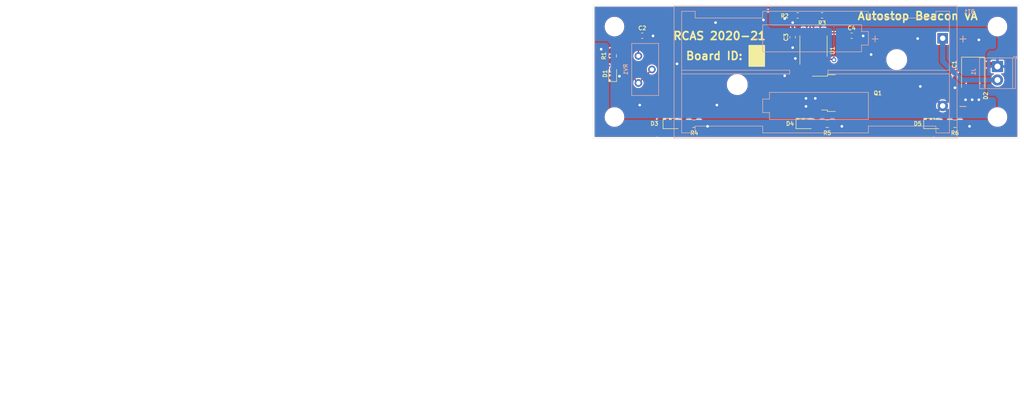
<source format=kicad_pcb>
(kicad_pcb (version 20171130) (host pcbnew "(5.1.6)-1")

  (general
    (thickness 1.6)
    (drawings 20)
    (tracks 116)
    (zones 0)
    (modules 27)
    (nets 14)
  )

  (page A3)
  (title_block
    (title "Autostop Beacon")
    (date 2021-04-23)
    (rev vA)
    (company "<Not Used>")
    (comment 1 NOC)
    (comment 2 MJ)
    (comment 3 2)
    (comment 4 1.6)
  )

  (layers
    (0 Top.Copper signal)
    (31 Bottom.Copper signal)
    (34 B.Paste user)
    (35 F.Paste user)
    (36 B.SilkS user)
    (37 F.SilkS user)
    (38 B.Mask user)
    (39 F.Mask user)
    (42 Eco1.User user hide)
    (44 Edge.Cuts user)
    (45 Margin user hide)
    (46 B.CrtYd user hide)
    (47 F.CrtYd user hide)
    (48 B.Fab user hide)
    (49 F.Fab user hide)
  )

  (setup
    (last_trace_width 0.2)
    (user_trace_width 0.25)
    (user_trace_width 0.5)
    (user_trace_width 0.75)
    (user_trace_width 1)
    (trace_clearance 0.25)
    (zone_clearance 0.25)
    (zone_45_only no)
    (trace_min 0.15)
    (via_size 0.5)
    (via_drill 0.3)
    (via_min_size 0.45)
    (via_min_drill 0.3)
    (user_via 0.5 0.3)
    (user_via 0.9 0.5)
    (uvia_size 0.3)
    (uvia_drill 0.1)
    (uvias_allowed no)
    (uvia_min_size 0.2)
    (uvia_min_drill 0.1)
    (edge_width 0.05)
    (segment_width 0.2)
    (pcb_text_width 0.3)
    (pcb_text_size 1.5 1.5)
    (mod_edge_width 0.12)
    (mod_text_size 0.75 0.75)
    (mod_text_width 0.15)
    (pad_size 2 2)
    (pad_drill 1.02)
    (pad_to_mask_clearance 0.051)
    (solder_mask_min_width 0.2)
    (aux_axis_origin 0 0)
    (grid_origin 188 139)
    (visible_elements 7FFFFFFF)
    (pcbplotparams
      (layerselection 0x010fc_ffffffff)
      (usegerberextensions true)
      (usegerberattributes false)
      (usegerberadvancedattributes false)
      (creategerberjobfile true)
      (excludeedgelayer true)
      (linewidth 0.100000)
      (plotframeref true)
      (viasonmask false)
      (mode 1)
      (useauxorigin false)
      (hpglpennumber 1)
      (hpglpenspeed 20)
      (hpglpendiameter 15.000000)
      (psnegative false)
      (psa4output false)
      (plotreference true)
      (plotvalue true)
      (plotinvisibletext false)
      (padsonsilk false)
      (subtractmaskfromsilk true)
      (outputformat 4)
      (mirror false)
      (drillshape 2)
      (scaleselection 1)
      (outputdirectory "Outputs/PDF"))
  )

  (net 0 "")
  (net 1 +3V0)
  (net 2 GND)
  (net 3 "Net-(BT1-Pad1)")
  (net 4 "Net-(D3-Pad2)")
  (net 5 "Net-(D3-Pad1)")
  (net 6 "Net-(D4-Pad2)")
  (net 7 "Net-(D5-Pad2)")
  (net 8 "Net-(Q1-Pad1)")
  (net 9 "Net-(R2-Pad2)")
  (net 10 "Net-(C2-Pad1)")
  (net 11 "Net-(C4-Pad1)")
  (net 12 "Net-(D1-Pad2)")
  (net 13 "Net-(R3-Pad2)")

  (net_class Default "This is the default net class."
    (clearance 0.25)
    (trace_width 0.2)
    (via_dia 0.5)
    (via_drill 0.3)
    (uvia_dia 0.3)
    (uvia_drill 0.1)
    (add_net +3V0)
    (add_net GND)
    (add_net "Net-(BT1-Pad1)")
    (add_net "Net-(C2-Pad1)")
    (add_net "Net-(C4-Pad1)")
    (add_net "Net-(D1-Pad2)")
    (add_net "Net-(D3-Pad1)")
    (add_net "Net-(D3-Pad2)")
    (add_net "Net-(D4-Pad2)")
    (add_net "Net-(D5-Pad2)")
    (add_net "Net-(Q1-Pad1)")
    (add_net "Net-(R2-Pad2)")
    (add_net "Net-(R3-Pad2)")
  )

  (module RCAS_Battery:BatteryHolder_Keystone_2468_2xAAA (layer Bottom.Copper) (tedit 5C9A5FE6) (tstamp 608380E2)
    (at 323.7 105.2 180)
    (descr "2xAAA cell battery holder, Keystone P/N 2468, http://www.keyelco.com/product-pdf.cfm?p=1033")
    (tags "AAA battery cell holder")
    (path /6077117C)
    (fp_text reference BT1 (at -5 5) (layer B.SilkS)
      (effects (font (size 0.75 0.75) (thickness 0.15)) (justify mirror))
    )
    (fp_text value Battery (at 23.9 -7.35) (layer B.Fab)
      (effects (font (size 1 1) (thickness 0.15)) (justify mirror))
    )
    (fp_line (start 50.89 -19.15) (end 50.89 6.45) (layer B.CrtYd) (width 0.05))
    (fp_line (start -3.09 -19.15) (end 50.89 -19.15) (layer B.CrtYd) (width 0.05))
    (fp_line (start -3.09 6.45) (end -3.09 -19.15) (layer B.CrtYd) (width 0.05))
    (fp_line (start 50.89 6.45) (end -3.09 6.45) (layer B.CrtYd) (width 0.05))
    (fp_line (start 50.5 -18.75) (end 50.5 6.05) (layer B.SilkS) (width 0.12))
    (fp_line (start -2.7 -18.755) (end 50.5 -18.755) (layer B.SilkS) (width 0.12))
    (fp_line (start -2.7 6.05) (end -2.7 -18.75) (layer B.SilkS) (width 0.12))
    (fp_line (start 50.5 6.055) (end -2.7 6.055) (layer B.SilkS) (width 0.12))
    (fp_line (start 13.97 -15.24) (end 13.97 -10.16) (layer B.SilkS) (width 0.12))
    (fp_line (start 13.97 -10.16) (end 32.56 -10.16) (layer B.SilkS) (width 0.12))
    (fp_line (start 32.56 -10.16) (end 32.56 -11.43) (layer B.SilkS) (width 0.12))
    (fp_line (start 32.56 -11.43) (end 33.83 -11.43) (layer B.SilkS) (width 0.12))
    (fp_line (start 33.83 -11.43) (end 33.83 -13.97) (layer B.SilkS) (width 0.12))
    (fp_line (start 33.83 -13.97) (end 32.56 -13.97) (layer B.SilkS) (width 0.12))
    (fp_line (start 32.56 -13.97) (end 32.56 -15.24) (layer B.SilkS) (width 0.12))
    (fp_line (start 32.56 -15.24) (end 13.97 -15.24) (layer B.SilkS) (width 0.12))
    (fp_line (start 33.83 -2.54) (end 15.24 -2.54) (layer B.SilkS) (width 0.12))
    (fp_line (start 15.24 -2.54) (end 15.24 -1.27) (layer B.SilkS) (width 0.12))
    (fp_line (start 15.24 -1.27) (end 13.97 -1.27) (layer B.SilkS) (width 0.12))
    (fp_line (start 13.97 -1.27) (end 13.97 1.27) (layer B.SilkS) (width 0.12))
    (fp_line (start 13.97 1.27) (end 15.24 1.27) (layer B.SilkS) (width 0.12))
    (fp_line (start 15.24 1.27) (end 15.24 2.54) (layer B.SilkS) (width 0.12))
    (fp_line (start 15.24 2.54) (end 33.83 2.54) (layer B.SilkS) (width 0.12))
    (fp_line (start 33.83 2.54) (end 33.83 -2.54) (layer B.SilkS) (width 0.12))
    (fp_line (start -1.27 -6) (end 21.59 -6) (layer B.SilkS) (width 0.12))
    (fp_line (start 21.59 -6) (end 21.59 -6.7) (layer B.SilkS) (width 0.12))
    (fp_line (start 21.59 -6.7) (end -1.27 -6.7) (layer B.SilkS) (width 0.12))
    (fp_line (start 49.07 -6) (end 28.75 -6) (layer B.SilkS) (width 0.12))
    (fp_line (start 28.75 -6) (end 28.75 -6.7) (layer B.SilkS) (width 0.12))
    (fp_line (start 28.75 -6.7) (end 49.07 -6.7) (layer B.SilkS) (width 0.12))
    (fp_line (start 13.97 -16.51) (end 13.97 -17.78) (layer B.SilkS) (width 0.12))
    (fp_line (start 13.97 -17.78) (end 33.83 -17.78) (layer B.SilkS) (width 0.12))
    (fp_line (start 33.83 -17.78) (end 33.83 -16.51) (layer B.SilkS) (width 0.12))
    (fp_line (start 46.53 3.81) (end 33.83 3.81) (layer B.SilkS) (width 0.12))
    (fp_line (start 33.83 3.81) (end 33.83 5.08) (layer B.SilkS) (width 0.12))
    (fp_line (start 33.83 5.08) (end 13.97 5.08) (layer B.SilkS) (width 0.12))
    (fp_line (start 13.97 5.08) (end 13.97 3.81) (layer B.SilkS) (width 0.12))
    (fp_line (start 46.53 -16.51) (end 33.83 -16.51) (layer B.SilkS) (width 0.12))
    (fp_line (start 1.27 3.81) (end 13.97 3.81) (layer B.SilkS) (width 0.12))
    (fp_line (start 1.27 3.81) (end 1.27 5.08) (layer B.SilkS) (width 0.12))
    (fp_line (start 1.27 5.08) (end -1.27 5.08) (layer B.SilkS) (width 0.12))
    (fp_line (start -1.27 5.08) (end -1.27 -17.78) (layer B.SilkS) (width 0.12))
    (fp_line (start -1.27 -17.78) (end 1.27 -17.78) (layer B.SilkS) (width 0.12))
    (fp_line (start 1.27 -17.78) (end 1.27 -16.51) (layer B.SilkS) (width 0.12))
    (fp_line (start 1.27 -16.51) (end 13.97 -16.51) (layer B.SilkS) (width 0.12))
    (fp_line (start 49.07 5.08) (end 46.53 5.08) (layer B.SilkS) (width 0.12))
    (fp_line (start 46.53 5.08) (end 46.53 3.81) (layer B.SilkS) (width 0.12))
    (fp_line (start 49.07 5.08) (end 49.07 -17.78) (layer B.SilkS) (width 0.12))
    (fp_line (start 49.07 -17.78) (end 46.53 -17.78) (layer B.SilkS) (width 0.12))
    (fp_line (start 46.53 -17.78) (end 46.53 -16.51) (layer B.SilkS) (width 0.12))
    (fp_line (start -2.59 -18.645) (end -2.59 5.945) (layer B.Fab) (width 0.1))
    (fp_line (start 50.39 -18.645) (end 50.39 5.945) (layer B.Fab) (width 0.1))
    (fp_line (start -2.59 -18.645) (end 50.39 -18.645) (layer B.Fab) (width 0.1))
    (fp_line (start -2.59 5.945) (end 50.39 5.945) (layer B.Fab) (width 0.1))
    (fp_text user + (at -3.81 0) (layer B.SilkS)
      (effects (font (size 1.5 1.5) (thickness 0.15)) (justify mirror))
    )
    (fp_text user - (at -3.81 -12.7) (layer B.SilkS)
      (effects (font (size 1.5 1.5) (thickness 0.15)) (justify mirror))
    )
    (fp_text user - (at 35.1 0) (layer B.SilkS)
      (effects (font (size 1.5 1.5) (thickness 0.15)) (justify mirror))
    )
    (fp_text user + (at 12.7 0) (layer B.SilkS)
      (effects (font (size 1.5 1.5) (thickness 0.15)) (justify mirror))
    )
    (fp_text user - (at -3.81 -12.7) (layer B.SilkS)
      (effects (font (size 1.5 1.5) (thickness 0.15)) (justify mirror))
    )
    (fp_text user + (at -3.81 0) (layer B.SilkS)
      (effects (font (size 1.5 1.5) (thickness 0.15)) (justify mirror))
    )
    (fp_text user %R (at 23.9 -5.35) (layer B.Fab)
      (effects (font (size 0.75 0.75) (thickness 0.15)) (justify mirror))
    )
    (pad "" np_thru_hole circle (at 38.61 -8.7 180) (size 3.45 3.45) (drill 3.45) (layers *.Cu *.Mask))
    (pad "" np_thru_hole circle (at 8.64 -4 180) (size 3.45 3.45) (drill 3.45) (layers *.Cu))
    (pad 2 thru_hole circle (at 0 -12.7 180) (size 2 2) (drill 1.02) (layers *.Cu *.Mask)
      (net 2 GND))
    (pad 1 thru_hole rect (at 0 0 180) (size 2 2) (drill 1.02) (layers *.Cu *.Mask)
      (net 3 "Net-(BT1-Pad1)"))
    (model ${KISYS3DMOD}/Battery.3dshapes/BatteryHolder_Keystone_2468_2xAAA.wrl
      (at (xyz 0 0 0))
      (scale (xyz 1 1 1))
      (rotate (xyz 0 0 0))
    )
  )

  (module RCAS_Package_SO:SOIC-8_3.9x4.9mm_P1.27mm (layer Top.Copper) (tedit 5D9F72B1) (tstamp 605E086C)
    (at 299.415 106.655 90)
    (descr "SOIC, 8 Pin (JEDEC MS-012AA, https://www.analog.com/media/en/package-pcb-resources/package/pkg_pdf/soic_narrow-r/r_8.pdf), generated with kicad-footprint-generator ipc_gullwing_generator.py")
    (tags "SOIC SO")
    (path /6029117A)
    (attr smd)
    (fp_text reference U1 (at -0.845 3.585 90) (layer F.SilkS)
      (effects (font (size 0.75 0.75) (thickness 0.15)))
    )
    (fp_text value LMC555CM/NOPB (at 0 3.4 90) (layer F.Fab)
      (effects (font (size 1 1) (thickness 0.15)))
    )
    (fp_line (start 3.7 -2.7) (end -3.7 -2.7) (layer F.CrtYd) (width 0.05))
    (fp_line (start 3.7 2.7) (end 3.7 -2.7) (layer F.CrtYd) (width 0.05))
    (fp_line (start -3.7 2.7) (end 3.7 2.7) (layer F.CrtYd) (width 0.05))
    (fp_line (start -3.7 -2.7) (end -3.7 2.7) (layer F.CrtYd) (width 0.05))
    (fp_line (start -1.95 -1.475) (end -0.975 -2.45) (layer F.Fab) (width 0.1))
    (fp_line (start -1.95 2.45) (end -1.95 -1.475) (layer F.Fab) (width 0.1))
    (fp_line (start 1.95 2.45) (end -1.95 2.45) (layer F.Fab) (width 0.1))
    (fp_line (start 1.95 -2.45) (end 1.95 2.45) (layer F.Fab) (width 0.1))
    (fp_line (start -0.975 -2.45) (end 1.95 -2.45) (layer F.Fab) (width 0.1))
    (fp_line (start 0 -2.56) (end -3.45 -2.56) (layer F.SilkS) (width 0.12))
    (fp_line (start 0 -2.56) (end 1.95 -2.56) (layer F.SilkS) (width 0.12))
    (fp_line (start 0 2.56) (end -1.95 2.56) (layer F.SilkS) (width 0.12))
    (fp_line (start 0 2.56) (end 1.95 2.56) (layer F.SilkS) (width 0.12))
    (fp_text user %R (at 0 0 90) (layer F.Fab)
      (effects (font (size 0.75 0.75) (thickness 0.15)))
    )
    (pad 8 smd roundrect (at 2.475 -1.905 90) (size 1.95 0.6) (layers Top.Copper F.Paste F.Mask) (roundrect_rratio 0.25)
      (net 1 +3V0))
    (pad 7 smd roundrect (at 2.475 -0.635 90) (size 1.95 0.6) (layers Top.Copper F.Paste F.Mask) (roundrect_rratio 0.25)
      (net 9 "Net-(R2-Pad2)"))
    (pad 6 smd roundrect (at 2.475 0.635 90) (size 1.95 0.6) (layers Top.Copper F.Paste F.Mask) (roundrect_rratio 0.25)
      (net 10 "Net-(C2-Pad1)"))
    (pad 5 smd roundrect (at 2.475 1.905 90) (size 1.95 0.6) (layers Top.Copper F.Paste F.Mask) (roundrect_rratio 0.25)
      (net 11 "Net-(C4-Pad1)"))
    (pad 4 smd roundrect (at -2.475 1.905 90) (size 1.95 0.6) (layers Top.Copper F.Paste F.Mask) (roundrect_rratio 0.25)
      (net 1 +3V0))
    (pad 3 smd roundrect (at -2.475 0.635 90) (size 1.95 0.6) (layers Top.Copper F.Paste F.Mask) (roundrect_rratio 0.25)
      (net 8 "Net-(Q1-Pad1)"))
    (pad 2 smd roundrect (at -2.475 -0.635 90) (size 1.95 0.6) (layers Top.Copper F.Paste F.Mask) (roundrect_rratio 0.25)
      (net 10 "Net-(C2-Pad1)"))
    (pad 1 smd roundrect (at -2.475 -1.905 90) (size 1.95 0.6) (layers Top.Copper F.Paste F.Mask) (roundrect_rratio 0.25)
      (net 2 GND))
    (model ${KISYS3DMOD}/Package_SO.3dshapes/SOIC-8_3.9x4.9mm_P1.27mm.wrl
      (at (xyz 0 0 0))
      (scale (xyz 1 1 1))
      (rotate (xyz 0 0 0))
    )
  )

  (module RCAS_MountingHole:MountingHole_3.2mm_M3 (layer Top.Copper) (tedit 56D1B4CB) (tstamp 606F7E5B)
    (at 262 103)
    (descr "Mounting Hole 3.2mm, no annular, M3")
    (tags "mounting hole 3.2mm no annular m3")
    (path /60704916)
    (attr virtual)
    (fp_text reference H4 (at 0 -4.2) (layer F.Fab)
      (effects (font (size 0.75 0.75) (thickness 0.15)))
    )
    (fp_text value M3 (at 0 4.2) (layer F.Fab)
      (effects (font (size 1 1) (thickness 0.15)))
    )
    (fp_circle (center 0 0) (end 3.2 0) (layer Cmts.User) (width 0.15))
    (fp_circle (center 0 0) (end 3.45 0) (layer F.CrtYd) (width 0.05))
    (fp_text user %R (at 0.3 0) (layer F.Fab)
      (effects (font (size 0.75 0.75) (thickness 0.15)))
    )
    (pad 1 np_thru_hole circle (at 0 0) (size 3.2 3.2) (drill 3.2) (layers *.Cu *.Mask))
  )

  (module RCAS_Resistor_SMD:R_0805_2012Metric (layer Top.Copper) (tedit 5B36C52B) (tstamp 605FB48F)
    (at 326 121.25 180)
    (descr "Resistor SMD 0805 (2012 Metric), square (rectangular) end terminal, IPC_7351 nominal, (Body size source: https://docs.google.com/spreadsheets/d/1BsfQQcO9C6DZCsRaXUlFlo91Tg2WpOkGARC1WS5S8t0/edit?usp=sharing), generated with kicad-footprint-generator")
    (tags resistor)
    (path /6050F57A)
    (attr smd)
    (fp_text reference R6 (at 0 -1.75) (layer F.SilkS)
      (effects (font (size 0.75 0.75) (thickness 0.15)))
    )
    (fp_text value 22R (at 0 1.65) (layer F.Fab)
      (effects (font (size 1 1) (thickness 0.15)))
    )
    (fp_line (start 1.68 0.95) (end -1.68 0.95) (layer F.CrtYd) (width 0.05))
    (fp_line (start 1.68 -0.95) (end 1.68 0.95) (layer F.CrtYd) (width 0.05))
    (fp_line (start -1.68 -0.95) (end 1.68 -0.95) (layer F.CrtYd) (width 0.05))
    (fp_line (start -1.68 0.95) (end -1.68 -0.95) (layer F.CrtYd) (width 0.05))
    (fp_line (start -0.258578 0.71) (end 0.258578 0.71) (layer F.SilkS) (width 0.12))
    (fp_line (start -0.258578 -0.71) (end 0.258578 -0.71) (layer F.SilkS) (width 0.12))
    (fp_line (start 1 0.6) (end -1 0.6) (layer F.Fab) (width 0.1))
    (fp_line (start 1 -0.6) (end 1 0.6) (layer F.Fab) (width 0.1))
    (fp_line (start -1 -0.6) (end 1 -0.6) (layer F.Fab) (width 0.1))
    (fp_line (start -1 0.6) (end -1 -0.6) (layer F.Fab) (width 0.1))
    (fp_text user %R (at 0 0) (layer F.Fab)
      (effects (font (size 0.75 0.75) (thickness 0.15)))
    )
    (pad 1 smd roundrect (at -0.9375 0 180) (size 0.975 1.4) (layers Top.Copper F.Paste F.Mask) (roundrect_rratio 0.25)
      (net 1 +3V0))
    (pad 2 smd roundrect (at 0.9375 0 180) (size 0.975 1.4) (layers Top.Copper F.Paste F.Mask) (roundrect_rratio 0.25)
      (net 7 "Net-(D5-Pad2)"))
    (model ${KISYS3DMOD}/Resistor_SMD.3dshapes/R_0805_2012Metric.wrl
      (at (xyz 0 0 0))
      (scale (xyz 1 1 1))
      (rotate (xyz 0 0 0))
    )
  )

  (module RCAS_Resistor_SMD:R_0805_2012Metric (layer Top.Copper) (tedit 5B36C52B) (tstamp 605FB47E)
    (at 302 121.25 180)
    (descr "Resistor SMD 0805 (2012 Metric), square (rectangular) end terminal, IPC_7351 nominal, (Body size source: https://docs.google.com/spreadsheets/d/1BsfQQcO9C6DZCsRaXUlFlo91Tg2WpOkGARC1WS5S8t0/edit?usp=sharing), generated with kicad-footprint-generator")
    (tags resistor)
    (path /6050EF91)
    (attr smd)
    (fp_text reference R5 (at 0 -1.75) (layer F.SilkS)
      (effects (font (size 0.75 0.75) (thickness 0.15)))
    )
    (fp_text value 22R (at 0 1.65) (layer F.Fab)
      (effects (font (size 1 1) (thickness 0.15)))
    )
    (fp_line (start -1 0.6) (end -1 -0.6) (layer F.Fab) (width 0.1))
    (fp_line (start -1 -0.6) (end 1 -0.6) (layer F.Fab) (width 0.1))
    (fp_line (start 1 -0.6) (end 1 0.6) (layer F.Fab) (width 0.1))
    (fp_line (start 1 0.6) (end -1 0.6) (layer F.Fab) (width 0.1))
    (fp_line (start -0.258578 -0.71) (end 0.258578 -0.71) (layer F.SilkS) (width 0.12))
    (fp_line (start -0.258578 0.71) (end 0.258578 0.71) (layer F.SilkS) (width 0.12))
    (fp_line (start -1.68 0.95) (end -1.68 -0.95) (layer F.CrtYd) (width 0.05))
    (fp_line (start -1.68 -0.95) (end 1.68 -0.95) (layer F.CrtYd) (width 0.05))
    (fp_line (start 1.68 -0.95) (end 1.68 0.95) (layer F.CrtYd) (width 0.05))
    (fp_line (start 1.68 0.95) (end -1.68 0.95) (layer F.CrtYd) (width 0.05))
    (fp_text user %R (at 0 0) (layer F.Fab)
      (effects (font (size 0.75 0.75) (thickness 0.15)))
    )
    (pad 2 smd roundrect (at 0.9375 0 180) (size 0.975 1.4) (layers Top.Copper F.Paste F.Mask) (roundrect_rratio 0.25)
      (net 6 "Net-(D4-Pad2)"))
    (pad 1 smd roundrect (at -0.9375 0 180) (size 0.975 1.4) (layers Top.Copper F.Paste F.Mask) (roundrect_rratio 0.25)
      (net 1 +3V0))
    (model ${KISYS3DMOD}/Resistor_SMD.3dshapes/R_0805_2012Metric.wrl
      (at (xyz 0 0 0))
      (scale (xyz 1 1 1))
      (rotate (xyz 0 0 0))
    )
  )

  (module RCAS_Resistor_SMD:R_0805_2012Metric (layer Top.Copper) (tedit 5B36C52B) (tstamp 605FB46D)
    (at 276.9375 121.25 180)
    (descr "Resistor SMD 0805 (2012 Metric), square (rectangular) end terminal, IPC_7351 nominal, (Body size source: https://docs.google.com/spreadsheets/d/1BsfQQcO9C6DZCsRaXUlFlo91Tg2WpOkGARC1WS5S8t0/edit?usp=sharing), generated with kicad-footprint-generator")
    (tags resistor)
    (path /6050EA38)
    (attr smd)
    (fp_text reference R4 (at -0.0625 -1.75) (layer F.SilkS)
      (effects (font (size 0.75 0.75) (thickness 0.15)))
    )
    (fp_text value 22R (at 0 1.65) (layer F.Fab)
      (effects (font (size 1 1) (thickness 0.15)))
    )
    (fp_line (start -1 0.6) (end -1 -0.6) (layer F.Fab) (width 0.1))
    (fp_line (start -1 -0.6) (end 1 -0.6) (layer F.Fab) (width 0.1))
    (fp_line (start 1 -0.6) (end 1 0.6) (layer F.Fab) (width 0.1))
    (fp_line (start 1 0.6) (end -1 0.6) (layer F.Fab) (width 0.1))
    (fp_line (start -0.258578 -0.71) (end 0.258578 -0.71) (layer F.SilkS) (width 0.12))
    (fp_line (start -0.258578 0.71) (end 0.258578 0.71) (layer F.SilkS) (width 0.12))
    (fp_line (start -1.68 0.95) (end -1.68 -0.95) (layer F.CrtYd) (width 0.05))
    (fp_line (start -1.68 -0.95) (end 1.68 -0.95) (layer F.CrtYd) (width 0.05))
    (fp_line (start 1.68 -0.95) (end 1.68 0.95) (layer F.CrtYd) (width 0.05))
    (fp_line (start 1.68 0.95) (end -1.68 0.95) (layer F.CrtYd) (width 0.05))
    (fp_text user %R (at 0 0) (layer F.Fab)
      (effects (font (size 0.75 0.75) (thickness 0.15)))
    )
    (pad 2 smd roundrect (at 0.9375 0 180) (size 0.975 1.4) (layers Top.Copper F.Paste F.Mask) (roundrect_rratio 0.25)
      (net 4 "Net-(D3-Pad2)"))
    (pad 1 smd roundrect (at -0.9375 0 180) (size 0.975 1.4) (layers Top.Copper F.Paste F.Mask) (roundrect_rratio 0.25)
      (net 1 +3V0))
    (model ${KISYS3DMOD}/Resistor_SMD.3dshapes/R_0805_2012Metric.wrl
      (at (xyz 0 0 0))
      (scale (xyz 1 1 1))
      (rotate (xyz 0 0 0))
    )
  )

  (module RCAS_Resistor_SMD:R_0805_2012Metric (layer Top.Copper) (tedit 5B36C52B) (tstamp 605FB45C)
    (at 261.66 108.5 90)
    (descr "Resistor SMD 0805 (2012 Metric), square (rectangular) end terminal, IPC_7351 nominal, (Body size source: https://docs.google.com/spreadsheets/d/1BsfQQcO9C6DZCsRaXUlFlo91Tg2WpOkGARC1WS5S8t0/edit?usp=sharing), generated with kicad-footprint-generator")
    (tags resistor)
    (path /603F1EED)
    (attr smd)
    (fp_text reference R1 (at 0 -1.65 90) (layer F.SilkS)
      (effects (font (size 0.75 0.75) (thickness 0.15)))
    )
    (fp_text value 100R (at 0 1.65 90) (layer F.Fab)
      (effects (font (size 1 1) (thickness 0.15)))
    )
    (fp_line (start -1 0.6) (end -1 -0.6) (layer F.Fab) (width 0.1))
    (fp_line (start -1 -0.6) (end 1 -0.6) (layer F.Fab) (width 0.1))
    (fp_line (start 1 -0.6) (end 1 0.6) (layer F.Fab) (width 0.1))
    (fp_line (start 1 0.6) (end -1 0.6) (layer F.Fab) (width 0.1))
    (fp_line (start -0.258578 -0.71) (end 0.258578 -0.71) (layer F.SilkS) (width 0.12))
    (fp_line (start -0.258578 0.71) (end 0.258578 0.71) (layer F.SilkS) (width 0.12))
    (fp_line (start -1.68 0.95) (end -1.68 -0.95) (layer F.CrtYd) (width 0.05))
    (fp_line (start -1.68 -0.95) (end 1.68 -0.95) (layer F.CrtYd) (width 0.05))
    (fp_line (start 1.68 -0.95) (end 1.68 0.95) (layer F.CrtYd) (width 0.05))
    (fp_line (start 1.68 0.95) (end -1.68 0.95) (layer F.CrtYd) (width 0.05))
    (fp_text user %R (at 0 0 90) (layer F.Fab)
      (effects (font (size 0.75 0.75) (thickness 0.15)))
    )
    (pad 2 smd roundrect (at 0.9375 0 90) (size 0.975 1.4) (layers Top.Copper F.Paste F.Mask) (roundrect_rratio 0.25)
      (net 1 +3V0))
    (pad 1 smd roundrect (at -0.9375 0 90) (size 0.975 1.4) (layers Top.Copper F.Paste F.Mask) (roundrect_rratio 0.25)
      (net 12 "Net-(D1-Pad2)"))
    (model ${KISYS3DMOD}/Resistor_SMD.3dshapes/R_0805_2012Metric.wrl
      (at (xyz 0 0 0))
      (scale (xyz 1 1 1))
      (rotate (xyz 0 0 0))
    )
  )

  (module RCAS_Package_TO_SOT_SMD:TO-252-2 (layer Top.Copper) (tedit 5A70A390) (tstamp 605FB429)
    (at 304.5 115.5)
    (descr "TO-252 / DPAK SMD package, http://www.infineon.com/cms/en/product/packages/PG-TO252/PG-TO252-3-1/")
    (tags "DPAK TO-252 DPAK-3 TO-252-3 SOT-428")
    (path /605F7D51)
    (attr smd)
    (fp_text reference Q1 (at 7 0) (layer F.SilkS)
      (effects (font (size 0.75 0.75) (thickness 0.15)))
    )
    (fp_text value IRLR2703TRPBF (at 0 4.5) (layer F.Fab)
      (effects (font (size 1 1) (thickness 0.15)))
    )
    (fp_line (start 3.95 -2.7) (end 4.95 -2.7) (layer F.Fab) (width 0.1))
    (fp_line (start 4.95 -2.7) (end 4.95 2.7) (layer F.Fab) (width 0.1))
    (fp_line (start 4.95 2.7) (end 3.95 2.7) (layer F.Fab) (width 0.1))
    (fp_line (start 3.95 -3.25) (end 3.95 3.25) (layer F.Fab) (width 0.1))
    (fp_line (start 3.95 3.25) (end -2.27 3.25) (layer F.Fab) (width 0.1))
    (fp_line (start -2.27 3.25) (end -2.27 -2.25) (layer F.Fab) (width 0.1))
    (fp_line (start -2.27 -2.25) (end -1.27 -3.25) (layer F.Fab) (width 0.1))
    (fp_line (start -1.27 -3.25) (end 3.95 -3.25) (layer F.Fab) (width 0.1))
    (fp_line (start -1.865 -2.655) (end -4.97 -2.655) (layer F.Fab) (width 0.1))
    (fp_line (start -4.97 -2.655) (end -4.97 -1.905) (layer F.Fab) (width 0.1))
    (fp_line (start -4.97 -1.905) (end -2.27 -1.905) (layer F.Fab) (width 0.1))
    (fp_line (start -2.27 1.905) (end -4.97 1.905) (layer F.Fab) (width 0.1))
    (fp_line (start -4.97 1.905) (end -4.97 2.655) (layer F.Fab) (width 0.1))
    (fp_line (start -4.97 2.655) (end -2.27 2.655) (layer F.Fab) (width 0.1))
    (fp_line (start -0.97 -3.45) (end -2.47 -3.45) (layer F.SilkS) (width 0.12))
    (fp_line (start -2.47 -3.45) (end -2.47 -3.18) (layer F.SilkS) (width 0.12))
    (fp_line (start -2.47 -3.18) (end -5.3 -3.18) (layer F.SilkS) (width 0.12))
    (fp_line (start -0.97 3.45) (end -2.47 3.45) (layer F.SilkS) (width 0.12))
    (fp_line (start -2.47 3.45) (end -2.47 3.18) (layer F.SilkS) (width 0.12))
    (fp_line (start -2.47 3.18) (end -3.57 3.18) (layer F.SilkS) (width 0.12))
    (fp_line (start -5.55 -3.5) (end -5.55 3.5) (layer F.CrtYd) (width 0.05))
    (fp_line (start -5.55 3.5) (end 5.55 3.5) (layer F.CrtYd) (width 0.05))
    (fp_line (start 5.55 3.5) (end 5.55 -3.5) (layer F.CrtYd) (width 0.05))
    (fp_line (start 5.55 -3.5) (end -5.55 -3.5) (layer F.CrtYd) (width 0.05))
    (fp_text user %R (at 0 0) (layer F.Fab)
      (effects (font (size 0.75 0.75) (thickness 0.15)))
    )
    (pad "" smd rect (at 0.425 1.525) (size 3.05 2.75) (layers F.Paste))
    (pad "" smd rect (at 3.775 -1.525) (size 3.05 2.75) (layers F.Paste))
    (pad "" smd rect (at 0.425 -1.525) (size 3.05 2.75) (layers F.Paste))
    (pad "" smd rect (at 3.775 1.525) (size 3.05 2.75) (layers F.Paste))
    (pad 2 smd rect (at 2.1 0) (size 6.4 5.8) (layers Top.Copper F.Mask)
      (net 5 "Net-(D3-Pad1)"))
    (pad 3 smd rect (at -4.2 2.28) (size 2.2 1.2) (layers Top.Copper F.Paste F.Mask)
      (net 2 GND))
    (pad 1 smd rect (at -4.2 -2.28) (size 2.2 1.2) (layers Top.Copper F.Paste F.Mask)
      (net 8 "Net-(Q1-Pad1)"))
    (model ${KISYS3DMOD}/Package_TO_SOT_SMD.3dshapes/TO-252-2.wrl
      (at (xyz 0 0 0))
      (scale (xyz 1 1 1))
      (rotate (xyz 0 0 0))
    )
  )

  (module RCAS_TerminalBlock_TE-Connectivity:TerminalBlock_TE_282834-2_1x02_P2.54mm_Horizontal (layer Bottom.Copper) (tedit 5B1EC513) (tstamp 605FB414)
    (at 334 110.5 270)
    (descr "Terminal Block TE 282834-2, 2 pins, pitch 2.54mm, size 5.54x6.5mm^2, drill diamater 1.1mm, pad diameter 2.1mm, see http://www.te.com/commerce/DocumentDelivery/DDEController?Action=showdoc&DocId=Customer+Drawing%7F282834%7FC1%7Fpdf%7FEnglish%7FENG_CD_282834_C1.pdf, script-generated using https://github.com/pointhi/kicad-footprint-generator/scripts/TerminalBlock_TE-Connectivity")
    (tags "THT Terminal Block TE 282834-2 pitch 2.54mm size 5.54x6.5mm^2 drill 1.1mm pad 2.1mm")
    (path /603B4E1D)
    (fp_text reference J1 (at 1 4.5 90) (layer B.SilkS)
      (effects (font (size 0.75 0.75) (thickness 0.15)) (justify mirror))
    )
    (fp_text value Connector (at 1.27 -4.37 90) (layer B.Fab)
      (effects (font (size 1 1) (thickness 0.15)) (justify mirror))
    )
    (fp_circle (center 0 0) (end 1.1 0) (layer B.Fab) (width 0.1))
    (fp_circle (center 2.54 0) (end 3.64 0) (layer B.Fab) (width 0.1))
    (fp_line (start -1.5 3.25) (end 4.04 3.25) (layer B.Fab) (width 0.1))
    (fp_line (start 4.04 3.25) (end 4.04 -3.25) (layer B.Fab) (width 0.1))
    (fp_line (start 4.04 -3.25) (end -1.1 -3.25) (layer B.Fab) (width 0.1))
    (fp_line (start -1.1 -3.25) (end -1.5 -2.85) (layer B.Fab) (width 0.1))
    (fp_line (start -1.5 -2.85) (end -1.5 3.25) (layer B.Fab) (width 0.1))
    (fp_line (start -1.5 -2.85) (end 4.04 -2.85) (layer B.Fab) (width 0.1))
    (fp_line (start -1.62 -2.85) (end 4.16 -2.85) (layer B.SilkS) (width 0.12))
    (fp_line (start -1.5 2.25) (end 4.04 2.25) (layer B.Fab) (width 0.1))
    (fp_line (start -1.62 2.25) (end 4.16 2.25) (layer B.SilkS) (width 0.12))
    (fp_line (start -1.62 3.37) (end 4.16 3.37) (layer B.SilkS) (width 0.12))
    (fp_line (start -1.62 -3.37) (end 4.16 -3.37) (layer B.SilkS) (width 0.12))
    (fp_line (start -1.62 3.37) (end -1.62 -3.37) (layer B.SilkS) (width 0.12))
    (fp_line (start 4.16 3.37) (end 4.16 -3.37) (layer B.SilkS) (width 0.12))
    (fp_line (start 0.835 0.7) (end -0.701 -0.835) (layer B.Fab) (width 0.1))
    (fp_line (start 0.701 0.835) (end -0.835 -0.7) (layer B.Fab) (width 0.1))
    (fp_line (start 3.375 0.7) (end 1.84 -0.835) (layer B.Fab) (width 0.1))
    (fp_line (start 3.241 0.835) (end 1.706 -0.7) (layer B.Fab) (width 0.1))
    (fp_line (start -1.86 -2.97) (end -1.86 -3.61) (layer B.SilkS) (width 0.12))
    (fp_line (start -1.86 -3.61) (end -1.46 -3.61) (layer B.SilkS) (width 0.12))
    (fp_line (start -2 3.75) (end -2 -3.75) (layer B.CrtYd) (width 0.05))
    (fp_line (start -2 -3.75) (end 4.54 -3.75) (layer B.CrtYd) (width 0.05))
    (fp_line (start 4.54 -3.75) (end 4.54 3.75) (layer B.CrtYd) (width 0.05))
    (fp_line (start 4.54 3.75) (end -2 3.75) (layer B.CrtYd) (width 0.05))
    (fp_text user %R (at 1.27 -2 90) (layer B.Fab)
      (effects (font (size 0.75 0.75) (thickness 0.15)) (justify mirror))
    )
    (pad 2 thru_hole circle (at 2.54 0 270) (size 2.1 2.1) (drill 1.1) (layers *.Cu *.Mask)
      (net 3 "Net-(BT1-Pad1)"))
    (pad 1 thru_hole rect (at 0 0 270) (size 2.1 2.1) (drill 1.1) (layers *.Cu *.Mask)
      (net 1 +3V0))
    (model ${KISYS3DMOD}/TerminalBlock_TE-Connectivity.3dshapes/TerminalBlock_TE_282834-2_1x02_P2.54mm_Horizontal.wrl
      (at (xyz 0 0 0))
      (scale (xyz 1 1 1))
      (rotate (xyz 0 0 0))
    )
  )

  (module RCAS_LED_SMD:LED_0805_2012Metric_Pad1.15x1.40mm_HandSolder (layer Top.Copper) (tedit 5B4B45C9) (tstamp 605FB3E9)
    (at 322 121.23)
    (descr "LED SMD 0805 (2012 Metric), square (rectangular) end terminal, IPC_7351 nominal, (Body size source: https://docs.google.com/spreadsheets/d/1BsfQQcO9C6DZCsRaXUlFlo91Tg2WpOkGARC1WS5S8t0/edit?usp=sharing), generated with kicad-footprint-generator")
    (tags "LED handsolder")
    (path /6050E6E1)
    (attr smd)
    (fp_text reference D5 (at -3 0.02) (layer F.SilkS)
      (effects (font (size 0.75 0.75) (thickness 0.15)))
    )
    (fp_text value "IR LED" (at 0 1.65) (layer F.Fab)
      (effects (font (size 1 1) (thickness 0.15)))
    )
    (fp_line (start 1 -0.6) (end -0.7 -0.6) (layer F.Fab) (width 0.1))
    (fp_line (start -0.7 -0.6) (end -1 -0.3) (layer F.Fab) (width 0.1))
    (fp_line (start -1 -0.3) (end -1 0.6) (layer F.Fab) (width 0.1))
    (fp_line (start -1 0.6) (end 1 0.6) (layer F.Fab) (width 0.1))
    (fp_line (start 1 0.6) (end 1 -0.6) (layer F.Fab) (width 0.1))
    (fp_line (start 1 -0.96) (end -1.86 -0.96) (layer F.SilkS) (width 0.12))
    (fp_line (start -1.86 -0.96) (end -1.86 0.96) (layer F.SilkS) (width 0.12))
    (fp_line (start -1.86 0.96) (end 1 0.96) (layer F.SilkS) (width 0.12))
    (fp_line (start -1.85 0.95) (end -1.85 -0.95) (layer F.CrtYd) (width 0.05))
    (fp_line (start -1.85 -0.95) (end 1.85 -0.95) (layer F.CrtYd) (width 0.05))
    (fp_line (start 1.85 -0.95) (end 1.85 0.95) (layer F.CrtYd) (width 0.05))
    (fp_line (start 1.85 0.95) (end -1.85 0.95) (layer F.CrtYd) (width 0.05))
    (fp_text user %R (at 0 0) (layer F.Fab)
      (effects (font (size 0.75 0.75) (thickness 0.15)))
    )
    (pad 2 smd roundrect (at 1.025 0) (size 1.15 1.4) (layers Top.Copper F.Paste F.Mask) (roundrect_rratio 0.217391)
      (net 7 "Net-(D5-Pad2)"))
    (pad 1 smd roundrect (at -1.025 0) (size 1.15 1.4) (layers Top.Copper F.Paste F.Mask) (roundrect_rratio 0.217391)
      (net 5 "Net-(D3-Pad1)"))
    (model ${KISYS3DMOD}/LED_SMD.3dshapes/LED_0805_2012Metric.wrl
      (at (xyz 0 0 0))
      (scale (xyz 1 1 1))
      (rotate (xyz 0 0 0))
    )
  )

  (module RCAS_LED_SMD:LED_0805_2012Metric_Pad1.15x1.40mm_HandSolder (layer Top.Copper) (tedit 5B4B45C9) (tstamp 605FB3D6)
    (at 298 121.23)
    (descr "LED SMD 0805 (2012 Metric), square (rectangular) end terminal, IPC_7351 nominal, (Body size source: https://docs.google.com/spreadsheets/d/1BsfQQcO9C6DZCsRaXUlFlo91Tg2WpOkGARC1WS5S8t0/edit?usp=sharing), generated with kicad-footprint-generator")
    (tags "LED handsolder")
    (path /6050E20E)
    (attr smd)
    (fp_text reference D4 (at -3 0.02) (layer F.SilkS)
      (effects (font (size 0.75 0.75) (thickness 0.15)))
    )
    (fp_text value "IR LED" (at 0 1.65) (layer F.Fab)
      (effects (font (size 1 1) (thickness 0.15)))
    )
    (fp_line (start 1 -0.6) (end -0.7 -0.6) (layer F.Fab) (width 0.1))
    (fp_line (start -0.7 -0.6) (end -1 -0.3) (layer F.Fab) (width 0.1))
    (fp_line (start -1 -0.3) (end -1 0.6) (layer F.Fab) (width 0.1))
    (fp_line (start -1 0.6) (end 1 0.6) (layer F.Fab) (width 0.1))
    (fp_line (start 1 0.6) (end 1 -0.6) (layer F.Fab) (width 0.1))
    (fp_line (start 1 -0.96) (end -1.86 -0.96) (layer F.SilkS) (width 0.12))
    (fp_line (start -1.86 -0.96) (end -1.86 0.96) (layer F.SilkS) (width 0.12))
    (fp_line (start -1.86 0.96) (end 1 0.96) (layer F.SilkS) (width 0.12))
    (fp_line (start -1.85 0.95) (end -1.85 -0.95) (layer F.CrtYd) (width 0.05))
    (fp_line (start -1.85 -0.95) (end 1.85 -0.95) (layer F.CrtYd) (width 0.05))
    (fp_line (start 1.85 -0.95) (end 1.85 0.95) (layer F.CrtYd) (width 0.05))
    (fp_line (start 1.85 0.95) (end -1.85 0.95) (layer F.CrtYd) (width 0.05))
    (fp_text user %R (at 0 0) (layer F.Fab)
      (effects (font (size 0.75 0.75) (thickness 0.15)))
    )
    (pad 2 smd roundrect (at 1.025 0) (size 1.15 1.4) (layers Top.Copper F.Paste F.Mask) (roundrect_rratio 0.217391)
      (net 6 "Net-(D4-Pad2)"))
    (pad 1 smd roundrect (at -1.025 0) (size 1.15 1.4) (layers Top.Copper F.Paste F.Mask) (roundrect_rratio 0.217391)
      (net 5 "Net-(D3-Pad1)"))
    (model ${KISYS3DMOD}/LED_SMD.3dshapes/LED_0805_2012Metric.wrl
      (at (xyz 0 0 0))
      (scale (xyz 1 1 1))
      (rotate (xyz 0 0 0))
    )
  )

  (module RCAS_LED_SMD:LED_0805_2012Metric_Pad1.15x1.40mm_HandSolder (layer Top.Copper) (tedit 5B4B45C9) (tstamp 6076EE3E)
    (at 273 121.23)
    (descr "LED SMD 0805 (2012 Metric), square (rectangular) end terminal, IPC_7351 nominal, (Body size source: https://docs.google.com/spreadsheets/d/1BsfQQcO9C6DZCsRaXUlFlo91Tg2WpOkGARC1WS5S8t0/edit?usp=sharing), generated with kicad-footprint-generator")
    (tags "LED handsolder")
    (path /6050CE4B)
    (attr smd)
    (fp_text reference D3 (at -3.5 0) (layer F.SilkS)
      (effects (font (size 0.75 0.75) (thickness 0.15)))
    )
    (fp_text value "IR LED" (at 0 1.65) (layer F.Fab)
      (effects (font (size 1 1) (thickness 0.15)))
    )
    (fp_line (start 1 -0.6) (end -0.7 -0.6) (layer F.Fab) (width 0.1))
    (fp_line (start -0.7 -0.6) (end -1 -0.3) (layer F.Fab) (width 0.1))
    (fp_line (start -1 -0.3) (end -1 0.6) (layer F.Fab) (width 0.1))
    (fp_line (start -1 0.6) (end 1 0.6) (layer F.Fab) (width 0.1))
    (fp_line (start 1 0.6) (end 1 -0.6) (layer F.Fab) (width 0.1))
    (fp_line (start 1 -0.96) (end -1.86 -0.96) (layer F.SilkS) (width 0.12))
    (fp_line (start -1.86 -0.96) (end -1.86 0.96) (layer F.SilkS) (width 0.12))
    (fp_line (start -1.86 0.96) (end 1 0.96) (layer F.SilkS) (width 0.12))
    (fp_line (start -1.85 0.95) (end -1.85 -0.95) (layer F.CrtYd) (width 0.05))
    (fp_line (start -1.85 -0.95) (end 1.85 -0.95) (layer F.CrtYd) (width 0.05))
    (fp_line (start 1.85 -0.95) (end 1.85 0.95) (layer F.CrtYd) (width 0.05))
    (fp_line (start 1.85 0.95) (end -1.85 0.95) (layer F.CrtYd) (width 0.05))
    (fp_text user %R (at 0 0) (layer F.Fab)
      (effects (font (size 0.75 0.75) (thickness 0.15)))
    )
    (pad 2 smd roundrect (at 1.025 0) (size 1.15 1.4) (layers Top.Copper F.Paste F.Mask) (roundrect_rratio 0.217391)
      (net 4 "Net-(D3-Pad2)"))
    (pad 1 smd roundrect (at -1.025 0) (size 1.15 1.4) (layers Top.Copper F.Paste F.Mask) (roundrect_rratio 0.217391)
      (net 5 "Net-(D3-Pad1)"))
    (model ${KISYS3DMOD}/LED_SMD.3dshapes/LED_0805_2012Metric.wrl
      (at (xyz 0 0 0))
      (scale (xyz 1 1 1))
      (rotate (xyz 0 0 0))
    )
  )

  (module RCAS_PCB_Texts:Board_Number (layer Top.Copper) (tedit 605B5AFC) (tstamp 606F7F3D)
    (at 286.75 108.5)
    (path /6070579F)
    (fp_text reference T4 (at 2.5 0) (layer F.Fab)
      (effects (font (size 0.75 0.75) (thickness 0.15)))
    )
    (fp_text value "Board ID" (at 0 -3) (layer F.Fab)
      (effects (font (size 1 1) (thickness 0.15)))
    )
    (fp_poly (pts (xy 3.5 2) (xy 0.5 2) (xy 0.5 -2) (xy 3.5 -2)) (layer F.SilkS) (width 0.1))
    (fp_text user "Board ID:" (at -0.5 0) (layer F.SilkS)
      (effects (font (size 1.5 1.5) (thickness 0.3)) (justify right))
    )
  )

  (module RCAS_PCB_Texts:RCAS_Year (layer Top.Copper) (tedit 605B5BE1) (tstamp 606F7F37)
    (at 147.274999 173.724999)
    (path /607050AE)
    (fp_text reference T3 (at 0 -2) (layer F.Fab)
      (effects (font (size 0.75 0.75) (thickness 0.15)))
    )
    (fp_text value "RCAS 2020-21" (at 134.475001 -68.974999) (layer F.SilkS)
      (effects (font (size 1.5 1.5) (thickness 0.3)))
    )
  )

  (module RCAS_PCB_Texts:PCB_Title_&_Version (layer Top.Copper) (tedit 605B5C4B) (tstamp 606F7F12)
    (at 180.834999 153.834999)
    (path /60704D76)
    (fp_text reference T1 (at 0 -2) (layer F.Fab)
      (effects (font (size 0.75 0.75) (thickness 0.15)))
    )
    (fp_text value "Autostop Beacon vA" (at 138.165001 -52.834999) (layer F.SilkS)
      (effects (font (size 1.5 1.5) (thickness 0.3)))
    )
  )

  (module RCAS_Potentiometer_THT:Potentiometer_Bourns_3296Y_Vertical (layer Bottom.Copper) (tedit 5A3D4994) (tstamp 605FB4A5)
    (at 266.5 113.6 270)
    (descr "Potentiometer, vertical, Bourns 3296Y, https://www.bourns.com/pdfs/3296.pdf")
    (tags "Potentiometer vertical Bourns 3296Y")
    (path /603B43F1)
    (fp_text reference RV1 (at -2.54 2.39 90) (layer B.SilkS)
      (effects (font (size 0.75 0.75) (thickness 0.15)) (justify mirror))
    )
    (fp_text value 2k2 (at -2.54 -4.94 90) (layer B.Fab)
      (effects (font (size 1 1) (thickness 0.15)) (justify mirror))
    )
    (fp_line (start 2.5 1.4) (end -7.6 1.4) (layer B.CrtYd) (width 0.05))
    (fp_line (start 2.5 -3.95) (end 2.5 1.4) (layer B.CrtYd) (width 0.05))
    (fp_line (start -7.6 -3.95) (end 2.5 -3.95) (layer B.CrtYd) (width 0.05))
    (fp_line (start -7.6 1.4) (end -7.6 -3.95) (layer B.CrtYd) (width 0.05))
    (fp_line (start 2.345 1.26) (end 2.345 -3.81) (layer B.SilkS) (width 0.12))
    (fp_line (start -7.425 1.26) (end -7.425 -3.81) (layer B.SilkS) (width 0.12))
    (fp_line (start -7.425 -3.81) (end 2.345 -3.81) (layer B.SilkS) (width 0.12))
    (fp_line (start -7.425 1.26) (end 2.345 1.26) (layer B.SilkS) (width 0.12))
    (fp_line (start 0.955 -3.505) (end 0.956 -1.336) (layer B.Fab) (width 0.1))
    (fp_line (start 0.955 -3.505) (end 0.956 -1.336) (layer B.Fab) (width 0.1))
    (fp_line (start 2.225 1.14) (end -7.305 1.14) (layer B.Fab) (width 0.1))
    (fp_line (start 2.225 -3.69) (end 2.225 1.14) (layer B.Fab) (width 0.1))
    (fp_line (start -7.305 -3.69) (end 2.225 -3.69) (layer B.Fab) (width 0.1))
    (fp_line (start -7.305 1.14) (end -7.305 -3.69) (layer B.Fab) (width 0.1))
    (fp_circle (center 0.955 -2.42) (end 2.05 -2.42) (layer B.Fab) (width 0.1))
    (fp_text user %R (at -3.175 -1.275 90) (layer B.Fab)
      (effects (font (size 0.75 0.75) (thickness 0.15)) (justify mirror))
    )
    (pad 3 thru_hole circle (at -5.08 0 270) (size 1.44 1.44) (drill 0.8) (layers *.Cu *.Mask)
      (net 10 "Net-(C2-Pad1)"))
    (pad 2 thru_hole circle (at -2.54 -2.54 270) (size 1.44 1.44) (drill 0.8) (layers *.Cu *.Mask)
      (net 13 "Net-(R3-Pad2)"))
    (pad 1 thru_hole circle (at 0 0 270) (size 1.44 1.44) (drill 0.8) (layers *.Cu *.Mask)
      (net 13 "Net-(R3-Pad2)"))
    (model ${KISYS3DMOD}/Potentiometer_THT.3dshapes/Potentiometer_Bourns_3296Y_Vertical.wrl
      (at (xyz 0 0 0))
      (scale (xyz 1 1 1))
      (rotate (xyz 0 0 0))
    )
  )

  (module RCAS_Resistor_SMD:R_0603_1608Metric (layer Top.Copper) (tedit 5B301BBD) (tstamp 605FB44B)
    (at 301.03 100.9 180)
    (descr "Resistor SMD 0603 (1608 Metric), square (rectangular) end terminal, IPC_7351 nominal, (Body size source: http://www.tortai-tech.com/upload/download/2011102023233369053.pdf), generated with kicad-footprint-generator")
    (tags resistor)
    (path /603B121E)
    (attr smd)
    (fp_text reference R3 (at 0 -1.43) (layer F.SilkS)
      (effects (font (size 0.75 0.75) (thickness 0.15)))
    )
    (fp_text value 39k (at 0 1.43) (layer F.Fab)
      (effects (font (size 1 1) (thickness 0.15)))
    )
    (fp_line (start 1.48 0.73) (end -1.48 0.73) (layer F.CrtYd) (width 0.05))
    (fp_line (start 1.48 -0.73) (end 1.48 0.73) (layer F.CrtYd) (width 0.05))
    (fp_line (start -1.48 -0.73) (end 1.48 -0.73) (layer F.CrtYd) (width 0.05))
    (fp_line (start -1.48 0.73) (end -1.48 -0.73) (layer F.CrtYd) (width 0.05))
    (fp_line (start -0.162779 0.51) (end 0.162779 0.51) (layer F.SilkS) (width 0.12))
    (fp_line (start -0.162779 -0.51) (end 0.162779 -0.51) (layer F.SilkS) (width 0.12))
    (fp_line (start 0.8 0.4) (end -0.8 0.4) (layer F.Fab) (width 0.1))
    (fp_line (start 0.8 -0.4) (end 0.8 0.4) (layer F.Fab) (width 0.1))
    (fp_line (start -0.8 -0.4) (end 0.8 -0.4) (layer F.Fab) (width 0.1))
    (fp_line (start -0.8 0.4) (end -0.8 -0.4) (layer F.Fab) (width 0.1))
    (fp_text user %R (at 0 0) (layer F.Fab)
      (effects (font (size 0.75 0.75) (thickness 0.15)))
    )
    (pad 2 smd roundrect (at 0.7875 0 180) (size 0.875 0.95) (layers Top.Copper F.Paste F.Mask) (roundrect_rratio 0.25)
      (net 13 "Net-(R3-Pad2)"))
    (pad 1 smd roundrect (at -0.7875 0 180) (size 0.875 0.95) (layers Top.Copper F.Paste F.Mask) (roundrect_rratio 0.25)
      (net 9 "Net-(R2-Pad2)"))
    (model ${KISYS3DMOD}/Resistor_SMD.3dshapes/R_0603_1608Metric.wrl
      (at (xyz 0 0 0))
      (scale (xyz 1 1 1))
      (rotate (xyz 0 0 0))
    )
  )

  (module RCAS_Resistor_SMD:R_0603_1608Metric (layer Top.Copper) (tedit 5B301BBD) (tstamp 605FB43A)
    (at 296.4325 100.9)
    (descr "Resistor SMD 0603 (1608 Metric), square (rectangular) end terminal, IPC_7351 nominal, (Body size source: http://www.tortai-tech.com/upload/download/2011102023233369053.pdf), generated with kicad-footprint-generator")
    (tags resistor)
    (path /603B05A7)
    (attr smd)
    (fp_text reference R2 (at -2.4325 0.1) (layer F.SilkS)
      (effects (font (size 0.75 0.75) (thickness 0.15)))
    )
    (fp_text value 1k (at 0 1.43) (layer F.Fab)
      (effects (font (size 1 1) (thickness 0.15)))
    )
    (fp_line (start 1.48 0.73) (end -1.48 0.73) (layer F.CrtYd) (width 0.05))
    (fp_line (start 1.48 -0.73) (end 1.48 0.73) (layer F.CrtYd) (width 0.05))
    (fp_line (start -1.48 -0.73) (end 1.48 -0.73) (layer F.CrtYd) (width 0.05))
    (fp_line (start -1.48 0.73) (end -1.48 -0.73) (layer F.CrtYd) (width 0.05))
    (fp_line (start -0.162779 0.51) (end 0.162779 0.51) (layer F.SilkS) (width 0.12))
    (fp_line (start -0.162779 -0.51) (end 0.162779 -0.51) (layer F.SilkS) (width 0.12))
    (fp_line (start 0.8 0.4) (end -0.8 0.4) (layer F.Fab) (width 0.1))
    (fp_line (start 0.8 -0.4) (end 0.8 0.4) (layer F.Fab) (width 0.1))
    (fp_line (start -0.8 -0.4) (end 0.8 -0.4) (layer F.Fab) (width 0.1))
    (fp_line (start -0.8 0.4) (end -0.8 -0.4) (layer F.Fab) (width 0.1))
    (fp_text user %R (at 0 0) (layer F.Fab)
      (effects (font (size 0.75 0.75) (thickness 0.15)))
    )
    (pad 2 smd roundrect (at 0.7875 0) (size 0.875 0.95) (layers Top.Copper F.Paste F.Mask) (roundrect_rratio 0.25)
      (net 9 "Net-(R2-Pad2)"))
    (pad 1 smd roundrect (at -0.7875 0) (size 0.875 0.95) (layers Top.Copper F.Paste F.Mask) (roundrect_rratio 0.25)
      (net 1 +3V0))
    (model ${KISYS3DMOD}/Resistor_SMD.3dshapes/R_0603_1608Metric.wrl
      (at (xyz 0 0 0))
      (scale (xyz 1 1 1))
      (rotate (xyz 0 0 0))
    )
  )

  (module RCAS_MountingHole:MountingHole_3.2mm_M3 (layer Top.Copper) (tedit 56D1B4CB) (tstamp 606F8C64)
    (at 262 120)
    (descr "Mounting Hole 3.2mm, no annular, M3")
    (tags "mounting hole 3.2mm no annular m3")
    (path /607047F7)
    (attr virtual)
    (fp_text reference H3 (at 0 -4.2) (layer F.Fab)
      (effects (font (size 0.75 0.75) (thickness 0.15)))
    )
    (fp_text value M3 (at 0 4.2) (layer F.Fab)
      (effects (font (size 1 1) (thickness 0.15)))
    )
    (fp_circle (center 0 0) (end 3.2 0) (layer Cmts.User) (width 0.15))
    (fp_circle (center 0 0) (end 3.45 0) (layer F.CrtYd) (width 0.05))
    (fp_text user %R (at 0.3 0) (layer F.Fab)
      (effects (font (size 0.75 0.75) (thickness 0.15)))
    )
    (pad 1 np_thru_hole circle (at 0 0) (size 3.2 3.2) (drill 3.2) (layers *.Cu *.Mask))
  )

  (module RCAS_MountingHole:MountingHole_3.2mm_M3 (layer Top.Copper) (tedit 56D1B4CB) (tstamp 606F7E4B)
    (at 334 103)
    (descr "Mounting Hole 3.2mm, no annular, M3")
    (tags "mounting hole 3.2mm no annular m3")
    (path /6070468B)
    (attr virtual)
    (fp_text reference H2 (at 0 -4.2) (layer F.Fab)
      (effects (font (size 0.75 0.75) (thickness 0.15)))
    )
    (fp_text value M3 (at 0 4.2) (layer F.Fab)
      (effects (font (size 1 1) (thickness 0.15)))
    )
    (fp_circle (center 0 0) (end 3.2 0) (layer Cmts.User) (width 0.15))
    (fp_circle (center 0 0) (end 3.45 0) (layer F.CrtYd) (width 0.05))
    (fp_text user %R (at 0.3 0) (layer F.Fab)
      (effects (font (size 0.75 0.75) (thickness 0.15)))
    )
    (pad 1 np_thru_hole circle (at 0 0) (size 3.2 3.2) (drill 3.2) (layers *.Cu *.Mask))
  )

  (module RCAS_MountingHole:MountingHole_3.2mm_M3 (layer Top.Copper) (tedit 56D1B4CB) (tstamp 606F8C91)
    (at 334 120)
    (descr "Mounting Hole 3.2mm, no annular, M3")
    (tags "mounting hole 3.2mm no annular m3")
    (path /606FE697)
    (attr virtual)
    (fp_text reference H1 (at 0 -4.2) (layer F.Fab)
      (effects (font (size 0.75 0.75) (thickness 0.15)))
    )
    (fp_text value M3 (at 0 4.2) (layer F.Fab)
      (effects (font (size 1 1) (thickness 0.15)))
    )
    (fp_circle (center 0 0) (end 3.2 0) (layer Cmts.User) (width 0.15))
    (fp_circle (center 0 0) (end 3.45 0) (layer F.CrtYd) (width 0.05))
    (fp_text user %R (at 0.3 0) (layer F.Fab)
      (effects (font (size 0.75 0.75) (thickness 0.15)))
    )
    (pad 1 np_thru_hole circle (at 0 0) (size 3.2 3.2) (drill 3.2) (layers *.Cu *.Mask))
  )

  (module RCAS_Diode_SMD:D_SMB (layer Top.Copper) (tedit 58645DF3) (tstamp 605FB39D)
    (at 329.4 112.3 270)
    (descr "Diode SMB (DO-214AA)")
    (tags "Diode SMB (DO-214AA)")
    (path /603EAB20)
    (attr smd)
    (fp_text reference D2 (at 3.7 -2.4 90) (layer F.SilkS)
      (effects (font (size 0.75 0.75) (thickness 0.15)))
    )
    (fp_text value D (at 0 3.1 90) (layer F.Fab)
      (effects (font (size 1 1) (thickness 0.15)))
    )
    (fp_line (start -3.55 -2.15) (end 2.15 -2.15) (layer F.SilkS) (width 0.12))
    (fp_line (start -3.55 2.15) (end 2.15 2.15) (layer F.SilkS) (width 0.12))
    (fp_line (start -0.64944 0.00102) (end 0.50118 -0.79908) (layer F.Fab) (width 0.1))
    (fp_line (start -0.64944 0.00102) (end 0.50118 0.75032) (layer F.Fab) (width 0.1))
    (fp_line (start 0.50118 0.75032) (end 0.50118 -0.79908) (layer F.Fab) (width 0.1))
    (fp_line (start -0.64944 -0.79908) (end -0.64944 0.80112) (layer F.Fab) (width 0.1))
    (fp_line (start 0.50118 0.00102) (end 1.4994 0.00102) (layer F.Fab) (width 0.1))
    (fp_line (start -0.64944 0.00102) (end -1.55114 0.00102) (layer F.Fab) (width 0.1))
    (fp_line (start -3.65 2.25) (end -3.65 -2.25) (layer F.CrtYd) (width 0.05))
    (fp_line (start 3.65 2.25) (end -3.65 2.25) (layer F.CrtYd) (width 0.05))
    (fp_line (start 3.65 -2.25) (end 3.65 2.25) (layer F.CrtYd) (width 0.05))
    (fp_line (start -3.65 -2.25) (end 3.65 -2.25) (layer F.CrtYd) (width 0.05))
    (fp_line (start 2.3 -2) (end -2.3 -2) (layer F.Fab) (width 0.1))
    (fp_line (start 2.3 -2) (end 2.3 2) (layer F.Fab) (width 0.1))
    (fp_line (start -2.3 2) (end -2.3 -2) (layer F.Fab) (width 0.1))
    (fp_line (start 2.3 2) (end -2.3 2) (layer F.Fab) (width 0.1))
    (fp_line (start -3.55 -2.15) (end -3.55 2.15) (layer F.SilkS) (width 0.12))
    (fp_text user %R (at 0 -3 90) (layer F.Fab)
      (effects (font (size 0.75 0.75) (thickness 0.15)))
    )
    (pad 2 smd rect (at 2.15 0 270) (size 2.5 2.3) (layers Top.Copper F.Paste F.Mask)
      (net 2 GND))
    (pad 1 smd rect (at -2.15 0 270) (size 2.5 2.3) (layers Top.Copper F.Paste F.Mask)
      (net 1 +3V0))
    (model ${KISYS3DMOD}/Diode_SMD.3dshapes/D_SMB.wrl
      (at (xyz 0 0 0))
      (scale (xyz 1 1 1))
      (rotate (xyz 0 0 0))
    )
  )

  (module RCAS_Capacitor_SMD:C_0603_1608Metric (layer Top.Copper) (tedit 5B301BBE) (tstamp 605FB38A)
    (at 326 112.4875 270)
    (descr "Capacitor SMD 0603 (1608 Metric), square (rectangular) end terminal, IPC_7351 nominal, (Body size source: http://www.tortai-tech.com/upload/download/2011102023233369053.pdf), generated with kicad-footprint-generator")
    (tags capacitor)
    (path /603E7FD5)
    (attr smd)
    (fp_text reference C1 (at -2.3875 0.1 90) (layer F.SilkS)
      (effects (font (size 0.75 0.75) (thickness 0.15)))
    )
    (fp_text value 10uF (at 0 1.43 90) (layer F.Fab)
      (effects (font (size 1 1) (thickness 0.15)))
    )
    (fp_line (start 1.48 0.73) (end -1.48 0.73) (layer F.CrtYd) (width 0.05))
    (fp_line (start 1.48 -0.73) (end 1.48 0.73) (layer F.CrtYd) (width 0.05))
    (fp_line (start -1.48 -0.73) (end 1.48 -0.73) (layer F.CrtYd) (width 0.05))
    (fp_line (start -1.48 0.73) (end -1.48 -0.73) (layer F.CrtYd) (width 0.05))
    (fp_line (start -0.162779 0.51) (end 0.162779 0.51) (layer F.SilkS) (width 0.12))
    (fp_line (start -0.162779 -0.51) (end 0.162779 -0.51) (layer F.SilkS) (width 0.12))
    (fp_line (start 0.8 0.4) (end -0.8 0.4) (layer F.Fab) (width 0.1))
    (fp_line (start 0.8 -0.4) (end 0.8 0.4) (layer F.Fab) (width 0.1))
    (fp_line (start -0.8 -0.4) (end 0.8 -0.4) (layer F.Fab) (width 0.1))
    (fp_line (start -0.8 0.4) (end -0.8 -0.4) (layer F.Fab) (width 0.1))
    (fp_text user %R (at 0 0 90) (layer F.Fab)
      (effects (font (size 0.75 0.75) (thickness 0.15)))
    )
    (pad 2 smd roundrect (at 0.7875 0 270) (size 0.875 0.95) (layers Top.Copper F.Paste F.Mask) (roundrect_rratio 0.25)
      (net 2 GND))
    (pad 1 smd roundrect (at -0.7875 0 270) (size 0.875 0.95) (layers Top.Copper F.Paste F.Mask) (roundrect_rratio 0.25)
      (net 1 +3V0))
    (model ${KISYS3DMOD}/Capacitor_SMD.3dshapes/C_0603_1608Metric.wrl
      (at (xyz 0 0 0))
      (scale (xyz 1 1 1))
      (rotate (xyz 0 0 0))
    )
  )

  (module RCAS_Capacitor_SMD:C_0603_1608Metric (layer Top.Copper) (tedit 5B301BBE) (tstamp 605FB379)
    (at 295.5 105 90)
    (descr "Capacitor SMD 0603 (1608 Metric), square (rectangular) end terminal, IPC_7351 nominal, (Body size source: http://www.tortai-tech.com/upload/download/2011102023233369053.pdf), generated with kicad-footprint-generator")
    (tags capacitor)
    (path /603CA42B)
    (attr smd)
    (fp_text reference C3 (at 0 -1.25 90) (layer F.SilkS)
      (effects (font (size 0.75 0.75) (thickness 0.15)))
    )
    (fp_text value 100nF (at 0 1.43 90) (layer F.Fab)
      (effects (font (size 1 1) (thickness 0.15)))
    )
    (fp_line (start 1.48 0.73) (end -1.48 0.73) (layer F.CrtYd) (width 0.05))
    (fp_line (start 1.48 -0.73) (end 1.48 0.73) (layer F.CrtYd) (width 0.05))
    (fp_line (start -1.48 -0.73) (end 1.48 -0.73) (layer F.CrtYd) (width 0.05))
    (fp_line (start -1.48 0.73) (end -1.48 -0.73) (layer F.CrtYd) (width 0.05))
    (fp_line (start -0.162779 0.51) (end 0.162779 0.51) (layer F.SilkS) (width 0.12))
    (fp_line (start -0.162779 -0.51) (end 0.162779 -0.51) (layer F.SilkS) (width 0.12))
    (fp_line (start 0.8 0.4) (end -0.8 0.4) (layer F.Fab) (width 0.1))
    (fp_line (start 0.8 -0.4) (end 0.8 0.4) (layer F.Fab) (width 0.1))
    (fp_line (start -0.8 -0.4) (end 0.8 -0.4) (layer F.Fab) (width 0.1))
    (fp_line (start -0.8 0.4) (end -0.8 -0.4) (layer F.Fab) (width 0.1))
    (fp_text user %R (at 0 0 90) (layer F.Fab)
      (effects (font (size 0.75 0.75) (thickness 0.15)))
    )
    (pad 2 smd roundrect (at 0.7875 0 90) (size 0.875 0.95) (layers Top.Copper F.Paste F.Mask) (roundrect_rratio 0.25)
      (net 1 +3V0))
    (pad 1 smd roundrect (at -0.7875 0 90) (size 0.875 0.95) (layers Top.Copper F.Paste F.Mask) (roundrect_rratio 0.25)
      (net 2 GND))
    (model ${KISYS3DMOD}/Capacitor_SMD.3dshapes/C_0603_1608Metric.wrl
      (at (xyz 0 0 0))
      (scale (xyz 1 1 1))
      (rotate (xyz 0 0 0))
    )
  )

  (module RCAS_Capacitor_SMD:C_0603_1608Metric (layer Top.Copper) (tedit 5B301BBE) (tstamp 605FB368)
    (at 267.2225 104.71)
    (descr "Capacitor SMD 0603 (1608 Metric), square (rectangular) end terminal, IPC_7351 nominal, (Body size source: http://www.tortai-tech.com/upload/download/2011102023233369053.pdf), generated with kicad-footprint-generator")
    (tags capacitor)
    (path /603B27DE)
    (attr smd)
    (fp_text reference C2 (at 0 -1.43) (layer F.SilkS)
      (effects (font (size 0.75 0.75) (thickness 0.15)))
    )
    (fp_text value 470pF (at 0 1.43) (layer F.Fab)
      (effects (font (size 1 1) (thickness 0.15)))
    )
    (fp_line (start 1.48 0.73) (end -1.48 0.73) (layer F.CrtYd) (width 0.05))
    (fp_line (start 1.48 -0.73) (end 1.48 0.73) (layer F.CrtYd) (width 0.05))
    (fp_line (start -1.48 -0.73) (end 1.48 -0.73) (layer F.CrtYd) (width 0.05))
    (fp_line (start -1.48 0.73) (end -1.48 -0.73) (layer F.CrtYd) (width 0.05))
    (fp_line (start -0.162779 0.51) (end 0.162779 0.51) (layer F.SilkS) (width 0.12))
    (fp_line (start -0.162779 -0.51) (end 0.162779 -0.51) (layer F.SilkS) (width 0.12))
    (fp_line (start 0.8 0.4) (end -0.8 0.4) (layer F.Fab) (width 0.1))
    (fp_line (start 0.8 -0.4) (end 0.8 0.4) (layer F.Fab) (width 0.1))
    (fp_line (start -0.8 -0.4) (end 0.8 -0.4) (layer F.Fab) (width 0.1))
    (fp_line (start -0.8 0.4) (end -0.8 -0.4) (layer F.Fab) (width 0.1))
    (fp_text user %R (at 0 0) (layer F.Fab)
      (effects (font (size 0.75 0.75) (thickness 0.15)))
    )
    (pad 2 smd roundrect (at 0.7875 0) (size 0.875 0.95) (layers Top.Copper F.Paste F.Mask) (roundrect_rratio 0.25)
      (net 2 GND))
    (pad 1 smd roundrect (at -0.7875 0) (size 0.875 0.95) (layers Top.Copper F.Paste F.Mask) (roundrect_rratio 0.25)
      (net 10 "Net-(C2-Pad1)"))
    (model ${KISYS3DMOD}/Capacitor_SMD.3dshapes/C_0603_1608Metric.wrl
      (at (xyz 0 0 0))
      (scale (xyz 1 1 1))
      (rotate (xyz 0 0 0))
    )
  )

  (module RCAS_Capacitor_SMD:C_0603_1608Metric (layer Top.Copper) (tedit 5B301BBE) (tstamp 605FB357)
    (at 306.5925 104.71)
    (descr "Capacitor SMD 0603 (1608 Metric), square (rectangular) end terminal, IPC_7351 nominal, (Body size source: http://www.tortai-tech.com/upload/download/2011102023233369053.pdf), generated with kicad-footprint-generator")
    (tags capacitor)
    (path /603B1C9B)
    (attr smd)
    (fp_text reference C4 (at 0 -1.43) (layer F.SilkS)
      (effects (font (size 0.75 0.75) (thickness 0.15)))
    )
    (fp_text value 10nF (at 0 1.43) (layer F.Fab)
      (effects (font (size 1 1) (thickness 0.15)))
    )
    (fp_line (start 1.48 0.73) (end -1.48 0.73) (layer F.CrtYd) (width 0.05))
    (fp_line (start 1.48 -0.73) (end 1.48 0.73) (layer F.CrtYd) (width 0.05))
    (fp_line (start -1.48 -0.73) (end 1.48 -0.73) (layer F.CrtYd) (width 0.05))
    (fp_line (start -1.48 0.73) (end -1.48 -0.73) (layer F.CrtYd) (width 0.05))
    (fp_line (start -0.162779 0.51) (end 0.162779 0.51) (layer F.SilkS) (width 0.12))
    (fp_line (start -0.162779 -0.51) (end 0.162779 -0.51) (layer F.SilkS) (width 0.12))
    (fp_line (start 0.8 0.4) (end -0.8 0.4) (layer F.Fab) (width 0.1))
    (fp_line (start 0.8 -0.4) (end 0.8 0.4) (layer F.Fab) (width 0.1))
    (fp_line (start -0.8 -0.4) (end 0.8 -0.4) (layer F.Fab) (width 0.1))
    (fp_line (start -0.8 0.4) (end -0.8 -0.4) (layer F.Fab) (width 0.1))
    (fp_text user %R (at 0 0) (layer F.Fab)
      (effects (font (size 0.75 0.75) (thickness 0.15)))
    )
    (pad 2 smd roundrect (at 0.7875 0) (size 0.875 0.95) (layers Top.Copper F.Paste F.Mask) (roundrect_rratio 0.25)
      (net 2 GND))
    (pad 1 smd roundrect (at -0.7875 0) (size 0.875 0.95) (layers Top.Copper F.Paste F.Mask) (roundrect_rratio 0.25)
      (net 11 "Net-(C4-Pad1)"))
    (model ${KISYS3DMOD}/Capacitor_SMD.3dshapes/C_0603_1608Metric.wrl
      (at (xyz 0 0 0))
      (scale (xyz 1 1 1))
      (rotate (xyz 0 0 0))
    )
  )

  (module RCAS_LED_SMD:LED_0603_1608Metric (layer Top.Copper) (tedit 5B301BBE) (tstamp 605FB3B0)
    (at 261.66 111.8475 90)
    (descr "LED SMD 0603 (1608 Metric), square (rectangular) end terminal, IPC_7351 nominal, (Body size source: http://www.tortai-tech.com/upload/download/2011102023233369053.pdf), generated with kicad-footprint-generator")
    (tags diode)
    (path /603F10A1)
    (attr smd)
    (fp_text reference D1 (at 0 -1.43 90) (layer F.SilkS)
      (effects (font (size 0.75 0.75) (thickness 0.15)))
    )
    (fp_text value LED (at 0 1.43 90) (layer F.Fab)
      (effects (font (size 1 1) (thickness 0.15)))
    )
    (fp_line (start 0.8 -0.4) (end -0.5 -0.4) (layer F.Fab) (width 0.1))
    (fp_line (start -0.5 -0.4) (end -0.8 -0.1) (layer F.Fab) (width 0.1))
    (fp_line (start -0.8 -0.1) (end -0.8 0.4) (layer F.Fab) (width 0.1))
    (fp_line (start -0.8 0.4) (end 0.8 0.4) (layer F.Fab) (width 0.1))
    (fp_line (start 0.8 0.4) (end 0.8 -0.4) (layer F.Fab) (width 0.1))
    (fp_line (start 0.8 -0.735) (end -1.485 -0.735) (layer F.SilkS) (width 0.12))
    (fp_line (start -1.485 -0.735) (end -1.485 0.735) (layer F.SilkS) (width 0.12))
    (fp_line (start -1.485 0.735) (end 0.8 0.735) (layer F.SilkS) (width 0.12))
    (fp_line (start -1.48 0.73) (end -1.48 -0.73) (layer F.CrtYd) (width 0.05))
    (fp_line (start -1.48 -0.73) (end 1.48 -0.73) (layer F.CrtYd) (width 0.05))
    (fp_line (start 1.48 -0.73) (end 1.48 0.73) (layer F.CrtYd) (width 0.05))
    (fp_line (start 1.48 0.73) (end -1.48 0.73) (layer F.CrtYd) (width 0.05))
    (fp_text user %R (at 0 0 90) (layer F.Fab)
      (effects (font (size 0.75 0.75) (thickness 0.15)))
    )
    (pad 2 smd roundrect (at 0.7875 0 90) (size 0.875 0.95) (layers Top.Copper F.Paste F.Mask) (roundrect_rratio 0.25)
      (net 12 "Net-(D1-Pad2)"))
    (pad 1 smd roundrect (at -0.7875 0 90) (size 0.875 0.95) (layers Top.Copper F.Paste F.Mask) (roundrect_rratio 0.25)
      (net 2 GND))
    (model ${KISYS3DMOD}/LED_SMD.3dshapes/LED_0603_1608Metric.wrl
      (at (xyz 0 0 0))
      (scale (xyz 1 1 1))
      (rotate (xyz 0 0 0))
    )
  )

  (gr_line (start 334 121) (end 331.25 126.75) (layer Eco1.User) (width 0.15))
  (gr_text "M3 Clearance x4" (at 327.5 127.75) (layer Eco1.User)
    (effects (font (size 1 1) (thickness 0.15)))
  )
  (gr_circle (center 262 120) (end 262.5 118.5) (layer Eco1.User) (width 0.15))
  (gr_circle (center 262 103) (end 262.5 101.5) (layer Eco1.User) (width 0.15))
  (gr_circle (center 334 120) (end 334.5 118.5) (layer Eco1.User) (width 0.15))
  (gr_circle (center 334 103) (end 334.5 101.5) (layer Eco1.User) (width 0.15))
  (dimension 4 (width 0.15) (layer Eco1.User)
    (gr_text "4.000 mm" (at 260 89.2) (layer Eco1.User)
      (effects (font (size 1 1) (thickness 0.15)))
    )
    (feature1 (pts (xy 258 103) (xy 258 89.913579)))
    (feature2 (pts (xy 262 103) (xy 262 89.913579)))
    (crossbar (pts (xy 262 90.5) (xy 258 90.5)))
    (arrow1a (pts (xy 258 90.5) (xy 259.126504 89.913579)))
    (arrow1b (pts (xy 258 90.5) (xy 259.126504 91.086421)))
    (arrow2a (pts (xy 262 90.5) (xy 260.873496 89.913579)))
    (arrow2b (pts (xy 262 90.5) (xy 260.873496 91.086421)))
  )
  (dimension 4 (width 0.15) (layer Eco1.User)
    (gr_text "4.000 mm" (at 352.3 122 270) (layer Eco1.User)
      (effects (font (size 1 1) (thickness 0.15)))
    )
    (feature1 (pts (xy 334 124) (xy 351.586421 124)))
    (feature2 (pts (xy 334 120) (xy 351.586421 120)))
    (crossbar (pts (xy 351 120) (xy 351 124)))
    (arrow1a (pts (xy 351 124) (xy 350.413579 122.873496)))
    (arrow1b (pts (xy 351 124) (xy 351.586421 122.873496)))
    (arrow2a (pts (xy 351 120) (xy 350.413579 121.126504)))
    (arrow2b (pts (xy 351 120) (xy 351.586421 121.126504)))
  )
  (dimension 4 (width 0.15) (layer Eco1.User)
    (gr_text "4.000 mm" (at 352.3 101 90) (layer Eco1.User)
      (effects (font (size 1 1) (thickness 0.15)))
    )
    (feature1 (pts (xy 334 99) (xy 351.586421 99)))
    (feature2 (pts (xy 334 103) (xy 351.586421 103)))
    (crossbar (pts (xy 351 103) (xy 351 99)))
    (arrow1a (pts (xy 351 99) (xy 351.586421 100.126504)))
    (arrow1b (pts (xy 351 99) (xy 350.413579 100.126504)))
    (arrow2a (pts (xy 351 103) (xy 351.586421 101.873496)))
    (arrow2b (pts (xy 351 103) (xy 350.413579 101.873496)))
  )
  (dimension 4 (width 0.15) (layer Eco1.User)
    (gr_text "4.000 mm" (at 336 89.45) (layer Eco1.User)
      (effects (font (size 1 1) (thickness 0.15)))
    )
    (feature1 (pts (xy 338 103) (xy 338 90.163579)))
    (feature2 (pts (xy 334 103) (xy 334 90.163579)))
    (crossbar (pts (xy 334 90.75) (xy 338 90.75)))
    (arrow1a (pts (xy 338 90.75) (xy 336.873496 91.336421)))
    (arrow1b (pts (xy 338 90.75) (xy 336.873496 90.163579)))
    (arrow2a (pts (xy 334 90.75) (xy 335.126504 91.336421)))
    (arrow2b (pts (xy 334 90.75) (xy 335.126504 90.163579)))
  )
  (dimension 80 (width 0.15) (layer Eco1.User)
    (gr_text "80.000 mm" (at 298 91.95) (layer Eco1.User)
      (effects (font (size 1 1) (thickness 0.15)))
    )
    (feature1 (pts (xy 258 99) (xy 258 92.663579)))
    (feature2 (pts (xy 338 99) (xy 338 92.663579)))
    (crossbar (pts (xy 338 93.25) (xy 258 93.25)))
    (arrow1a (pts (xy 258 93.25) (xy 259.126504 92.663579)))
    (arrow1b (pts (xy 258 93.25) (xy 259.126504 93.836421)))
    (arrow2a (pts (xy 338 93.25) (xy 336.873496 92.663579)))
    (arrow2b (pts (xy 338 93.25) (xy 336.873496 93.836421)))
  )
  (dimension 25 (width 0.15) (layer Eco1.User)
    (gr_text "25.000 mm" (at 348.05 111.5 90) (layer Eco1.User)
      (effects (font (size 1 1) (thickness 0.15)))
    )
    (feature1 (pts (xy 338 99) (xy 347.336421 99)))
    (feature2 (pts (xy 338 124) (xy 347.336421 124)))
    (crossbar (pts (xy 346.75 124) (xy 346.75 99)))
    (arrow1a (pts (xy 346.75 99) (xy 347.336421 100.126504)))
    (arrow1b (pts (xy 346.75 99) (xy 346.163579 100.126504)))
    (arrow2a (pts (xy 346.75 124) (xy 347.336421 122.873496)))
    (arrow2b (pts (xy 346.75 124) (xy 346.163579 122.873496)))
  )
  (gr_line (start 258 124) (end 338 124) (layer Eco1.User) (width 0.15) (tstamp 6083AE98))
  (gr_line (start 258 99) (end 258 124) (layer Eco1.User) (width 0.15))
  (gr_line (start 338 99) (end 258 99) (layer Eco1.User) (width 0.15))
  (gr_line (start 338 124) (end 338 99) (layer Eco1.User) (width 0.15))
  (gr_line (start 338 99) (end 258 99) (layer Edge.Cuts) (width 0.05) (tstamp 6076E4C7))
  (gr_line (start 338 124) (end 338 99) (layer Edge.Cuts) (width 0.05))
  (gr_line (start 258 124) (end 338 124) (layer Edge.Cuts) (width 0.05))
  (gr_line (start 258 99) (end 258 124) (layer Edge.Cuts) (width 0.05))

  (segment (start 297.4775 104.2125) (end 297.51 104.18) (width 0.5) (layer Top.Copper) (net 1))
  (segment (start 295.5 104.2125) (end 297.4775 104.2125) (width 0.5) (layer Top.Copper) (net 1))
  (segment (start 297.51 105) (end 297.51 104.18) (width 0.25) (layer Top.Copper) (net 1))
  (segment (start 301.32 108.456447) (end 301.32 109.13) (width 0.25) (layer Top.Copper) (net 1))
  (segment (start 333.65 110.15) (end 334 110.5) (width 1) (layer Top.Copper) (net 1))
  (segment (start 329.4 110.15) (end 333.65 110.15) (width 1) (layer Top.Copper) (net 1))
  (via (at 294 101.5) (size 0.9) (drill 0.5) (layers Top.Copper Bottom.Copper) (net 1))
  (segment (start 295.645 100.9) (end 294.6 100.9) (width 0.25) (layer Top.Copper) (net 1))
  (segment (start 294.6 100.9) (end 294 101.5) (width 0.25) (layer Top.Copper) (net 1))
  (via (at 295.5 102.25) (size 0.9) (drill 0.5) (layers Top.Copper Bottom.Copper) (net 1))
  (segment (start 295.5 104.2125) (end 295.5 102.25) (width 0.5) (layer Top.Copper) (net 1))
  (via (at 259.5 107.25) (size 0.9) (drill 0.5) (layers Top.Copper Bottom.Copper) (net 1))
  (segment (start 277.875 121.25) (end 279 121.25) (width 0.5) (layer Top.Copper) (net 1))
  (via (at 279.5 121.75) (size 0.9) (drill 0.5) (layers Top.Copper Bottom.Copper) (net 1))
  (segment (start 279 121.25) (end 279.5 121.75) (width 0.5) (layer Top.Copper) (net 1))
  (segment (start 327.55 110.15) (end 326 111.7) (width 0.5) (layer Top.Copper) (net 1))
  (segment (start 329.4 110.15) (end 327.55 110.15) (width 0.5) (layer Top.Copper) (net 1))
  (via (at 303.25 109.25) (size 0.9) (drill 0.5) (layers Top.Copper Bottom.Copper) (net 1))
  (segment (start 301.32 109.13) (end 303.13 109.13) (width 0.25) (layer Top.Copper) (net 1))
  (segment (start 303.13 109.13) (end 303.25 109.25) (width 0.25) (layer Top.Copper) (net 1))
  (segment (start 303.25 109.25) (end 303.25 101.75) (width 0.25) (layer Bottom.Copper) (net 1))
  (segment (start 296 101.75) (end 295.5 102.25) (width 0.25) (layer Bottom.Copper) (net 1))
  (segment (start 303.25 101.75) (end 296 101.75) (width 0.25) (layer Bottom.Copper) (net 1))
  (segment (start 259.8125 107.5625) (end 259.5 107.25) (width 0.5) (layer Top.Copper) (net 1))
  (segment (start 261.66 107.5625) (end 259.8125 107.5625) (width 0.5) (layer Top.Copper) (net 1))
  (via (at 328.749994 121.75) (size 0.9) (drill 0.5) (layers Top.Copper Bottom.Copper) (net 1))
  (segment (start 328.249994 121.25) (end 328.749994 121.75) (width 0.5) (layer Top.Copper) (net 1))
  (segment (start 326.9375 121.25) (end 328.249994 121.25) (width 0.5) (layer Top.Copper) (net 1))
  (segment (start 304.25 121.25) (end 304.75 121.75) (width 0.5) (layer Top.Copper) (net 1))
  (segment (start 302.9375 121.25) (end 304.25 121.25) (width 0.5) (layer Top.Copper) (net 1))
  (via (at 304.75 121.75) (size 0.9) (drill 0.5) (layers Top.Copper Bottom.Copper) (net 1))
  (via (at 296 109) (size 0.9) (drill 0.5) (layers Top.Copper Bottom.Copper) (net 2))
  (segment (start 297.51 109.13) (end 296.13 109.13) (width 0.5) (layer Top.Copper) (net 2))
  (segment (start 296.13 109.13) (end 296 109) (width 0.5) (layer Top.Copper) (net 2))
  (segment (start 299.93 117.41) (end 300.3 117.78) (width 0.25) (layer Top.Copper) (net 2))
  (segment (start 295.5 105.7875) (end 295.5 106.95498) (width 0.5) (layer Top.Copper) (net 2))
  (via (at 295.5 106.95498) (size 0.9) (drill 0.5) (layers Top.Copper Bottom.Copper) (net 2))
  (via (at 298 116.5) (size 0.9) (drill 0.5) (layers Top.Copper Bottom.Copper) (net 2))
  (via (at 298 118) (size 0.9) (drill 0.5) (layers Top.Copper Bottom.Copper) (net 2))
  (via (at 299.75 116.5) (size 0.9) (drill 0.5) (layers Top.Copper Bottom.Copper) (net 2))
  (via (at 328 116.75) (size 0.9) (drill 0.5) (layers Top.Copper Bottom.Copper) (net 2))
  (via (at 329.25 116.75) (size 0.9) (drill 0.5) (layers Top.Copper Bottom.Copper) (net 2))
  (via (at 330.5 116.75) (size 0.9) (drill 0.5) (layers Top.Copper Bottom.Copper) (net 2))
  (via (at 308.75 104.75) (size 0.9) (drill 0.5) (layers Top.Copper Bottom.Copper) (net 2))
  (segment (start 307.38 104.71) (end 308.71 104.71) (width 0.25) (layer Top.Copper) (net 2))
  (segment (start 308.71 104.71) (end 308.75 104.75) (width 0.25) (layer Top.Copper) (net 2))
  (segment (start 262.93 112.33) (end 262.93 112.33) (width 0.25) (layer Top.Copper) (net 2) (tstamp 608395A6))
  (via (at 262.93 112.33) (size 0.9) (drill 0.5) (layers Top.Copper Bottom.Copper) (net 2))
  (via (at 269.25 104.75) (size 0.9) (drill 0.5) (layers Top.Copper Bottom.Copper) (net 2))
  (segment (start 268.01 104.71) (end 269.21 104.71) (width 0.25) (layer Top.Copper) (net 2))
  (segment (start 269.21 104.71) (end 269.25 104.75) (width 0.25) (layer Top.Copper) (net 2))
  (via (at 326 114.5) (size 0.9) (drill 0.5) (layers Top.Copper Bottom.Copper) (net 2))
  (segment (start 326 113.275) (end 326 114.5) (width 0.5) (layer Top.Copper) (net 2))
  (via (at 290 101.75) (size 0.9) (drill 0.5) (layers Top.Copper Bottom.Copper) (net 2))
  (via (at 266.75 117.75) (size 0.9) (drill 0.5) (layers Top.Copper Bottom.Copper) (net 2))
  (via (at 281.25 117.75) (size 0.9) (drill 0.5) (layers Top.Copper Bottom.Copper) (net 2))
  (via (at 273.75 110) (size 0.9) (drill 0.5) (layers Top.Copper Bottom.Copper) (net 2))
  (via (at 281 102.25) (size 0.9) (drill 0.5) (layers Top.Copper Bottom.Copper) (net 2))
  (via (at 294 112.25) (size 0.9) (drill 0.5) (layers Top.Copper Bottom.Copper) (net 2))
  (via (at 310.25 108.25) (size 0.9) (drill 0.5) (layers Top.Copper Bottom.Copper) (net 2))
  (via (at 330.5 105.5) (size 0.9) (drill 0.5) (layers Top.Copper Bottom.Copper) (net 2))
  (via (at 319 105.25) (size 0.9) (drill 0.5) (layers Top.Copper Bottom.Copper) (net 2))
  (via (at 319.5 114.25) (size 0.9) (drill 0.5) (layers Top.Copper Bottom.Copper) (net 2))
  (segment (start 262.625 112.635) (end 262.93 112.33) (width 0.5) (layer Top.Copper) (net 2))
  (segment (start 261.66 112.635) (end 262.625 112.635) (width 0.5) (layer Top.Copper) (net 2))
  (segment (start 323.7 105.2) (end 323.7 109.5) (width 1) (layer Bottom.Copper) (net 3))
  (segment (start 327.24 113.04) (end 334 113.04) (width 1) (layer Bottom.Copper) (net 3))
  (segment (start 323.7 109.5) (end 327.24 113.04) (width 1) (layer Bottom.Copper) (net 3))
  (segment (start 274.045 121.25) (end 274.025 121.23) (width 0.5) (layer Top.Copper) (net 4))
  (segment (start 276 121.25) (end 274.045 121.25) (width 0.5) (layer Top.Copper) (net 4))
  (segment (start 306.6 115.5) (end 306.25 115.5) (width 0.5) (layer Top.Copper) (net 5))
  (segment (start 306.6 115.5) (end 312 115.5) (width 1) (layer Top.Copper) (net 5))
  (segment (start 306.6 115.5) (end 306.6 116.65) (width 1) (layer Top.Copper) (net 5))
  (segment (start 306.6 116.65) (end 305.75 117.5) (width 1) (layer Top.Copper) (net 5))
  (segment (start 306.6 115.5) (end 306.6 119.65) (width 1) (layer Top.Copper) (net 5))
  (segment (start 306.6 115.5) (end 307 115.5) (width 1) (layer Top.Copper) (net 5))
  (segment (start 306.6 115.5) (end 306.75 115.5) (width 1) (layer Top.Copper) (net 5))
  (segment (start 306.75 115.5) (end 311.5 120.25) (width 1) (layer Top.Copper) (net 5))
  (segment (start 301.0425 121.23) (end 301.0625 121.25) (width 0.5) (layer Top.Copper) (net 6))
  (segment (start 299.025 121.23) (end 301.0425 121.23) (width 0.5) (layer Top.Copper) (net 6))
  (segment (start 325.0425 121.23) (end 325.0625 121.25) (width 0.5) (layer Top.Copper) (net 7))
  (segment (start 323.025 121.23) (end 325.0425 121.23) (width 0.5) (layer Top.Copper) (net 7))
  (segment (start 300.05 112.97) (end 300.3 113.22) (width 0.25) (layer Top.Copper) (net 8))
  (segment (start 300.05 109.13) (end 300.05 112.97) (width 0.25) (layer Top.Copper) (net 8))
  (segment (start 301.99501 101.07751) (end 301.8175 100.9) (width 0.25) (layer Top.Copper) (net 9))
  (segment (start 298.78 104.18) (end 298.78 104.627478) (width 0.25) (layer Top.Copper) (net 9))
  (segment (start 300.52 102.1975) (end 301.8175 100.9) (width 0.25) (layer Top.Copper) (net 9))
  (segment (start 299.7875 102.1975) (end 300.52 102.1975) (width 0.25) (layer Top.Copper) (net 9))
  (segment (start 298.78 104.18) (end 298.78 102.47) (width 0.25) (layer Top.Copper) (net 9))
  (segment (start 298.78 102.47) (end 299.0525 102.1975) (width 0.25) (layer Top.Copper) (net 9))
  (segment (start 299.0525 101.8025) (end 299.0525 102.1975) (width 0.25) (layer Top.Copper) (net 9))
  (segment (start 297.22 100.9) (end 298.15 100.9) (width 0.25) (layer Top.Copper) (net 9))
  (segment (start 298.15 100.9) (end 299.0525 101.8025) (width 0.25) (layer Top.Copper) (net 9))
  (segment (start 299.0525 102.1975) (end 299.7875 102.1975) (width 0.25) (layer Top.Copper) (net 9))
  (segment (start 266.5 104.775) (end 266.435 104.71) (width 0.25) (layer Top.Copper) (net 10))
  (segment (start 266.5 108.92) (end 266.5 104.775) (width 0.25) (layer Top.Copper) (net 10))
  (segment (start 298.78 108.03) (end 298.78 109.13) (width 0.25) (layer Top.Copper) (net 10))
  (segment (start 298.52999 107.77999) (end 298.78 108.03) (width 0.25) (layer Top.Copper) (net 10))
  (segment (start 300.05 106.25998) (end 300.05 104.18) (width 0.25) (layer Top.Copper) (net 10))
  (segment (start 298.52999 107.77999) (end 300.05 106.25998) (width 0.25) (layer Top.Copper) (net 10))
  (segment (start 297.74999 107.77999) (end 298.52999 107.77999) (width 0.25) (layer Top.Copper) (net 10))
  (segment (start 267.14 100.5) (end 286.8 100.5) (width 0.25) (layer Top.Copper) (net 10))
  (segment (start 266.435 101.205) (end 267.14 100.5) (width 0.25) (layer Top.Copper) (net 10))
  (segment (start 266.435 104.71) (end 266.435 101.205) (width 0.25) (layer Top.Copper) (net 10))
  (segment (start 286.8 100.5) (end 294.07999 107.77999) (width 0.25) (layer Top.Copper) (net 10))
  (segment (start 294.07999 107.77999) (end 297.74999 107.77999) (width 0.25) (layer Top.Copper) (net 10))
  (segment (start 305.275 104.18) (end 305.805 104.71) (width 0.25) (layer Top.Copper) (net 11))
  (segment (start 301.32 104.18) (end 305.275 104.18) (width 0.25) (layer Top.Copper) (net 11))
  (segment (start 261.66 109.4375) (end 261.66 111.06) (width 0.5) (layer Top.Copper) (net 12))
  (segment (start 266.5 113.6) (end 269.04 111.06) (width 0.25) (layer Top.Copper) (net 13))
  (segment (start 300.2425 100.425) (end 299.817489 99.999989) (width 0.25) (layer Top.Copper) (net 13))
  (segment (start 299.817489 99.999989) (end 266.200011 99.999989) (width 0.25) (layer Top.Copper) (net 13))
  (segment (start 300.2425 100.9) (end 300.2425 100.425) (width 0.25) (layer Top.Copper) (net 13))
  (segment (start 264.75 101.45) (end 264.75 111.85) (width 0.25) (layer Top.Copper) (net 13))
  (segment (start 266.200011 99.999989) (end 264.75 101.45) (width 0.25) (layer Top.Copper) (net 13))
  (segment (start 264.75 111.85) (end 266.5 113.6) (width 0.25) (layer Top.Copper) (net 13))

  (zone (net 2) (net_name GND) (layer Bottom.Copper) (tstamp 60B52ED1) (hatch edge 0.508)
    (connect_pads (clearance 0.25))
    (min_thickness 0.15)
    (fill yes (arc_segments 32) (thermal_gap 0.25) (thermal_bridge_width 0.5))
    (polygon
      (pts
        (xy 339 125) (xy 257 125) (xy 257 98) (xy 339 98)
      )
    )
    (filled_polygon
      (pts
        (xy 290.699739 99.375628) (xy 290.681245 99.436596) (xy 290.675 99.5) (xy 290.675 102.5) (xy 290.681245 102.563404)
        (xy 290.699739 102.624372) (xy 290.729772 102.68056) (xy 290.77019 102.72981) (xy 291.27019 103.22981) (xy 291.31944 103.270228)
        (xy 291.375628 103.300261) (xy 291.436596 103.318755) (xy 291.5 103.325) (xy 302.800001 103.325) (xy 302.8 108.618596)
        (xy 302.755966 108.648018) (xy 302.648018 108.755966) (xy 302.563204 108.8829) (xy 302.504783 109.023941) (xy 302.475 109.173669)
        (xy 302.475 109.326331) (xy 302.504783 109.476059) (xy 302.563204 109.6171) (xy 302.648018 109.744034) (xy 302.755966 109.851982)
        (xy 302.8829 109.936796) (xy 303.023941 109.995217) (xy 303.173669 110.025) (xy 303.326331 110.025) (xy 303.476059 109.995217)
        (xy 303.6171 109.936796) (xy 303.744034 109.851982) (xy 303.851982 109.744034) (xy 303.936796 109.6171) (xy 303.995217 109.476059)
        (xy 304.025 109.326331) (xy 304.025 109.173669) (xy 303.995217 109.023941) (xy 303.984511 108.998093) (xy 313.01 108.998093)
        (xy 313.01 109.401907) (xy 313.08878 109.797963) (xy 313.243314 110.171039) (xy 313.467661 110.506799) (xy 313.753201 110.792339)
        (xy 314.088961 111.016686) (xy 314.462037 111.17122) (xy 314.858093 111.25) (xy 315.261907 111.25) (xy 315.657963 111.17122)
        (xy 316.031039 111.016686) (xy 316.366799 110.792339) (xy 316.652339 110.506799) (xy 316.876686 110.171039) (xy 317.03122 109.797963)
        (xy 317.11 109.401907) (xy 317.11 108.998093) (xy 317.03122 108.602037) (xy 316.876686 108.228961) (xy 316.652339 107.893201)
        (xy 316.366799 107.607661) (xy 316.031039 107.383314) (xy 315.657963 107.22878) (xy 315.261907 107.15) (xy 314.858093 107.15)
        (xy 314.462037 107.22878) (xy 314.088961 107.383314) (xy 313.753201 107.607661) (xy 313.467661 107.893201) (xy 313.243314 108.228961)
        (xy 313.08878 108.602037) (xy 313.01 108.998093) (xy 303.984511 108.998093) (xy 303.936796 108.8829) (xy 303.851982 108.755966)
        (xy 303.744034 108.648018) (xy 303.7 108.618596) (xy 303.7 103.325) (xy 332.101934 103.325) (xy 332.148977 103.561502)
        (xy 332.294087 103.911829) (xy 332.504755 104.227116) (xy 332.772884 104.495245) (xy 333.088171 104.705913) (xy 333.438498 104.851023)
        (xy 333.675 104.898066) (xy 333.675 106.86538) (xy 333.36538 107.175) (xy 332.5 107.175) (xy 332.436596 107.181245)
        (xy 332.375628 107.199739) (xy 332.31944 107.229772) (xy 332.27019 107.27019) (xy 331.77019 107.77019) (xy 331.729772 107.81944)
        (xy 331.699739 107.875628) (xy 331.681245 107.936596) (xy 331.675 108) (xy 331.675 112.215) (xy 327.581726 112.215)
        (xy 324.525 109.158275) (xy 324.525 106.526572) (xy 324.7 106.526572) (xy 324.763711 106.520297) (xy 324.824974 106.501713)
        (xy 324.881434 106.471535) (xy 324.930921 106.430921) (xy 324.971535 106.381434) (xy 325.001713 106.324974) (xy 325.020297 106.263711)
        (xy 325.026572 106.2) (xy 325.026572 104.2) (xy 325.020297 104.136289) (xy 325.001713 104.075026) (xy 324.971535 104.018566)
        (xy 324.930921 103.969079) (xy 324.881434 103.928465) (xy 324.824974 103.898287) (xy 324.763711 103.879703) (xy 324.7 103.873428)
        (xy 322.7 103.873428) (xy 322.636289 103.879703) (xy 322.575026 103.898287) (xy 322.518566 103.928465) (xy 322.469079 103.969079)
        (xy 322.428465 104.018566) (xy 322.398287 104.075026) (xy 322.379703 104.136289) (xy 322.373428 104.2) (xy 322.373428 106.2)
        (xy 322.379703 106.263711) (xy 322.398287 106.324974) (xy 322.428465 106.381434) (xy 322.469079 106.430921) (xy 322.518566 106.471535)
        (xy 322.575026 106.501713) (xy 322.636289 106.520297) (xy 322.7 106.526572) (xy 322.875 106.526572) (xy 322.875001 109.459477)
        (xy 322.87101 109.5) (xy 322.886938 109.661728) (xy 322.911906 109.744034) (xy 322.934113 109.817241) (xy 323.01072 109.960563)
        (xy 323.113816 110.086185) (xy 323.145291 110.112016) (xy 326.627984 113.59471) (xy 326.653815 113.626185) (xy 326.779437 113.729281)
        (xy 326.922759 113.805888) (xy 327.031097 113.838752) (xy 327.078271 113.853062) (xy 327.09387 113.854598) (xy 327.199479 113.865)
        (xy 327.199486 113.865) (xy 327.239999 113.86899) (xy 327.280512 113.865) (xy 331.675 113.865) (xy 331.675 115.5)
        (xy 331.681245 115.563404) (xy 331.699739 115.624372) (xy 331.729772 115.68056) (xy 331.77019 115.72981) (xy 332.27019 116.22981)
        (xy 332.31944 116.270228) (xy 332.375628 116.300261) (xy 332.436596 116.318755) (xy 332.5 116.325) (xy 333.36538 116.325)
        (xy 333.675 116.63462) (xy 333.675 118.101934) (xy 333.438498 118.148977) (xy 333.088171 118.294087) (xy 332.772884 118.504755)
        (xy 332.504755 118.772884) (xy 332.294087 119.088171) (xy 332.148977 119.438498) (xy 332.075 119.810404) (xy 332.075 120.175)
        (xy 263.925 120.175) (xy 263.925 119.810404) (xy 263.851023 119.438498) (xy 263.705913 119.088171) (xy 263.579538 118.899037)
        (xy 322.94845 118.899037) (xy 323.065784 119.070651) (xy 323.306353 119.171886) (xy 323.562049 119.224244) (xy 323.823046 119.225712)
        (xy 324.079315 119.176234) (xy 324.321008 119.07771) (xy 324.334216 119.070651) (xy 324.45155 118.899037) (xy 323.7 118.147487)
        (xy 322.94845 118.899037) (xy 263.579538 118.899037) (xy 263.495245 118.772884) (xy 263.227116 118.504755) (xy 262.911829 118.294087)
        (xy 262.561502 118.148977) (xy 262.189596 118.075) (xy 261.810404 118.075) (xy 261.438498 118.148977) (xy 261.325 118.195989)
        (xy 261.325 118.023046) (xy 322.374288 118.023046) (xy 322.423766 118.279315) (xy 322.52229 118.521008) (xy 322.529349 118.534216)
        (xy 322.700963 118.65155) (xy 323.452513 117.9) (xy 323.947487 117.9) (xy 324.699037 118.65155) (xy 324.870651 118.534216)
        (xy 324.971886 118.293647) (xy 325.024244 118.037951) (xy 325.025712 117.776954) (xy 324.976234 117.520685) (xy 324.87771 117.278992)
        (xy 324.870651 117.265784) (xy 324.699037 117.14845) (xy 323.947487 117.9) (xy 323.452513 117.9) (xy 322.700963 117.14845)
        (xy 322.529349 117.265784) (xy 322.428114 117.506353) (xy 322.375756 117.762049) (xy 322.374288 118.023046) (xy 261.325 118.023046)
        (xy 261.325 116.900963) (xy 322.94845 116.900963) (xy 323.7 117.652513) (xy 324.45155 116.900963) (xy 324.334216 116.729349)
        (xy 324.093647 116.628114) (xy 323.837951 116.575756) (xy 323.576954 116.574288) (xy 323.320685 116.623766) (xy 323.078992 116.72229)
        (xy 323.065784 116.729349) (xy 322.94845 116.900963) (xy 261.325 116.900963) (xy 261.325 113.497077) (xy 265.455 113.497077)
        (xy 265.455 113.702923) (xy 265.495159 113.904815) (xy 265.573933 114.094993) (xy 265.688296 114.266148) (xy 265.833852 114.411704)
        (xy 266.005007 114.526067) (xy 266.195185 114.604841) (xy 266.397077 114.645) (xy 266.602923 114.645) (xy 266.804815 114.604841)
        (xy 266.994993 114.526067) (xy 267.166148 114.411704) (xy 267.311704 114.266148) (xy 267.426067 114.094993) (xy 267.504841 113.904815)
        (xy 267.545 113.702923) (xy 267.545 113.698093) (xy 283.04 113.698093) (xy 283.04 114.101907) (xy 283.11878 114.497963)
        (xy 283.273314 114.871039) (xy 283.497661 115.206799) (xy 283.783201 115.492339) (xy 284.118961 115.716686) (xy 284.492037 115.87122)
        (xy 284.888093 115.95) (xy 285.291907 115.95) (xy 285.687963 115.87122) (xy 286.061039 115.716686) (xy 286.396799 115.492339)
        (xy 286.682339 115.206799) (xy 286.906686 114.871039) (xy 287.06122 114.497963) (xy 287.14 114.101907) (xy 287.14 113.698093)
        (xy 287.06122 113.302037) (xy 286.906686 112.928961) (xy 286.682339 112.593201) (xy 286.396799 112.307661) (xy 286.061039 112.083314)
        (xy 285.687963 111.92878) (xy 285.291907 111.85) (xy 284.888093 111.85) (xy 284.492037 111.92878) (xy 284.118961 112.083314)
        (xy 283.783201 112.307661) (xy 283.497661 112.593201) (xy 283.273314 112.928961) (xy 283.11878 113.302037) (xy 283.04 113.698093)
        (xy 267.545 113.698093) (xy 267.545 113.497077) (xy 267.504841 113.295185) (xy 267.426067 113.105007) (xy 267.311704 112.933852)
        (xy 267.166148 112.788296) (xy 266.994993 112.673933) (xy 266.804815 112.595159) (xy 266.602923 112.555) (xy 266.397077 112.555)
        (xy 266.195185 112.595159) (xy 266.005007 112.673933) (xy 265.833852 112.788296) (xy 265.688296 112.933852) (xy 265.573933 113.105007)
        (xy 265.495159 113.295185) (xy 265.455 113.497077) (xy 261.325 113.497077) (xy 261.325 110.957077) (xy 267.995 110.957077)
        (xy 267.995 111.162923) (xy 268.035159 111.364815) (xy 268.113933 111.554993) (xy 268.228296 111.726148) (xy 268.373852 111.871704)
        (xy 268.545007 111.986067) (xy 268.735185 112.064841) (xy 268.937077 112.105) (xy 269.142923 112.105) (xy 269.344815 112.064841)
        (xy 269.534993 111.986067) (xy 269.706148 111.871704) (xy 269.851704 111.726148) (xy 269.966067 111.554993) (xy 270.044841 111.364815)
        (xy 270.085 111.162923) (xy 270.085 110.957077) (xy 270.044841 110.755185) (xy 269.966067 110.565007) (xy 269.851704 110.393852)
        (xy 269.706148 110.248296) (xy 269.534993 110.133933) (xy 269.344815 110.055159) (xy 269.142923 110.015) (xy 268.937077 110.015)
        (xy 268.735185 110.055159) (xy 268.545007 110.133933) (xy 268.373852 110.248296) (xy 268.228296 110.393852) (xy 268.113933 110.565007)
        (xy 268.035159 110.755185) (xy 267.995 110.957077) (xy 261.325 110.957077) (xy 261.325 108.417077) (xy 265.455 108.417077)
        (xy 265.455 108.622923) (xy 265.495159 108.824815) (xy 265.573933 109.014993) (xy 265.688296 109.186148) (xy 265.833852 109.331704)
        (xy 266.005007 109.446067) (xy 266.195185 109.524841) (xy 266.397077 109.565) (xy 266.602923 109.565) (xy 266.804815 109.524841)
        (xy 266.994993 109.446067) (xy 267.166148 109.331704) (xy 267.311704 109.186148) (xy 267.426067 109.014993) (xy 267.504841 108.824815)
        (xy 267.545 108.622923) (xy 267.545 108.417077) (xy 267.504841 108.215185) (xy 267.426067 108.025007) (xy 267.311704 107.853852)
        (xy 267.166148 107.708296) (xy 266.994993 107.593933) (xy 266.804815 107.515159) (xy 266.602923 107.475) (xy 266.397077 107.475)
        (xy 266.195185 107.515159) (xy 266.005007 107.593933) (xy 265.833852 107.708296) (xy 265.688296 107.853852) (xy 265.573933 108.025007)
        (xy 265.495159 108.215185) (xy 265.455 108.417077) (xy 261.325 108.417077) (xy 261.325 106.5) (xy 261.318755 106.436596)
        (xy 261.300261 106.375628) (xy 261.270228 106.31944) (xy 261.22981 106.27019) (xy 260.72981 105.77019) (xy 260.68056 105.729772)
        (xy 260.624372 105.699739) (xy 260.563404 105.681245) (xy 260.5 105.675) (xy 258.5 105.675) (xy 258.436596 105.681245)
        (xy 258.375628 105.699739) (xy 258.35 105.713437) (xy 258.35 102.810404) (xy 260.075 102.810404) (xy 260.075 103.189596)
        (xy 260.148977 103.561502) (xy 260.294087 103.911829) (xy 260.504755 104.227116) (xy 260.772884 104.495245) (xy 261.088171 104.705913)
        (xy 261.438498 104.851023) (xy 261.810404 104.925) (xy 262.189596 104.925) (xy 262.561502 104.851023) (xy 262.911829 104.705913)
        (xy 263.227116 104.495245) (xy 263.495245 104.227116) (xy 263.705913 103.911829) (xy 263.851023 103.561502) (xy 263.925 103.189596)
        (xy 263.925 102.810404) (xy 263.851023 102.438498) (xy 263.705913 102.088171) (xy 263.495245 101.772884) (xy 263.227116 101.504755)
        (xy 262.911829 101.294087) (xy 262.561502 101.148977) (xy 262.189596 101.075) (xy 261.810404 101.075) (xy 261.438498 101.148977)
        (xy 261.088171 101.294087) (xy 260.772884 101.504755) (xy 260.504755 101.772884) (xy 260.294087 102.088171) (xy 260.148977 102.438498)
        (xy 260.075 102.810404) (xy 258.35 102.810404) (xy 258.35 99.35) (xy 290.713437 99.35)
      )
    )
  )
  (zone (net 2) (net_name GND) (layer Top.Copper) (tstamp 60B52ECE) (hatch edge 0.508)
    (connect_pads (clearance 0.25))
    (min_thickness 0.15)
    (fill yes (arc_segments 32) (thermal_gap 0.25) (thermal_bridge_width 0.5))
    (polygon
      (pts
        (xy 339 125) (xy 257 125) (xy 257 98) (xy 339 98)
      )
    )
    (filled_polygon
      (pts
        (xy 337.65 123.65) (xy 322.286563 123.65) (xy 322.300261 123.624372) (xy 322.318755 123.563404) (xy 322.325 123.5)
        (xy 322.325 122.114533) (xy 322.379673 122.159402) (xy 322.479355 122.212683) (xy 322.587516 122.245493) (xy 322.699999 122.256572)
        (xy 323.350001 122.256572) (xy 323.462484 122.245493) (xy 323.570645 122.212683) (xy 323.670327 122.159402) (xy 323.757698 122.087698)
        (xy 323.829402 122.000327) (xy 323.882683 121.900645) (xy 323.911696 121.805) (xy 324.258154 121.805) (xy 324.259387 121.817514)
        (xy 324.291841 121.924503) (xy 324.344545 122.023104) (xy 324.415471 122.109529) (xy 324.501896 122.180455) (xy 324.600497 122.233159)
        (xy 324.707486 122.265613) (xy 324.81875 122.276572) (xy 325.30625 122.276572) (xy 325.417514 122.265613) (xy 325.524503 122.233159)
        (xy 325.623104 122.180455) (xy 325.709529 122.109529) (xy 325.780455 122.023104) (xy 325.833159 121.924503) (xy 325.865613 121.817514)
        (xy 325.876572 121.70625) (xy 325.876572 120.79375) (xy 326.123428 120.79375) (xy 326.123428 121.70625) (xy 326.134387 121.817514)
        (xy 326.166841 121.924503) (xy 326.219545 122.023104) (xy 326.290471 122.109529) (xy 326.376896 122.180455) (xy 326.475497 122.233159)
        (xy 326.582486 122.265613) (xy 326.69375 122.276572) (xy 327.18125 122.276572) (xy 327.292514 122.265613) (xy 327.399503 122.233159)
        (xy 327.498104 122.180455) (xy 327.584529 122.109529) (xy 327.655455 122.023104) (xy 327.708159 121.924503) (xy 327.738342 121.825)
        (xy 327.974994 121.825) (xy 327.974994 121.826331) (xy 328.004777 121.976059) (xy 328.063198 122.1171) (xy 328.148012 122.244034)
        (xy 328.25596 122.351982) (xy 328.382894 122.436796) (xy 328.523935 122.495217) (xy 328.673663 122.525) (xy 328.826325 122.525)
        (xy 328.976053 122.495217) (xy 329.117094 122.436796) (xy 329.244028 122.351982) (xy 329.351976 122.244034) (xy 329.43679 122.1171)
        (xy 329.495211 121.976059) (xy 329.524994 121.826331) (xy 329.524994 121.673669) (xy 329.495211 121.523941) (xy 329.43679 121.3829)
        (xy 329.351976 121.255966) (xy 329.244028 121.148018) (xy 329.117094 121.063204) (xy 328.976053 121.004783) (xy 328.826325 120.975)
        (xy 328.788166 120.975) (xy 328.676559 120.863393) (xy 328.658548 120.841446) (xy 328.570992 120.769592) (xy 328.471102 120.716199)
        (xy 328.362714 120.68332) (xy 328.27824 120.675) (xy 328.278237 120.675) (xy 328.249994 120.672218) (xy 328.221751 120.675)
        (xy 327.738342 120.675) (xy 327.708159 120.575497) (xy 327.655455 120.476896) (xy 327.584529 120.390471) (xy 327.498104 120.319545)
        (xy 327.399503 120.266841) (xy 327.292514 120.234387) (xy 327.18125 120.223428) (xy 326.69375 120.223428) (xy 326.582486 120.234387)
        (xy 326.475497 120.266841) (xy 326.376896 120.319545) (xy 326.290471 120.390471) (xy 326.219545 120.476896) (xy 326.166841 120.575497)
        (xy 326.134387 120.682486) (xy 326.123428 120.79375) (xy 325.876572 120.79375) (xy 325.865613 120.682486) (xy 325.833159 120.575497)
        (xy 325.780455 120.476896) (xy 325.709529 120.390471) (xy 325.623104 120.319545) (xy 325.524503 120.266841) (xy 325.417514 120.234387)
        (xy 325.30625 120.223428) (xy 324.81875 120.223428) (xy 324.707486 120.234387) (xy 324.600497 120.266841) (xy 324.501896 120.319545)
        (xy 324.415471 120.390471) (xy 324.344545 120.476896) (xy 324.291841 120.575497) (xy 324.267725 120.655) (xy 323.911696 120.655)
        (xy 323.882683 120.559355) (xy 323.829402 120.459673) (xy 323.757698 120.372302) (xy 323.670327 120.300598) (xy 323.570645 120.247317)
        (xy 323.462484 120.214507) (xy 323.350001 120.203428) (xy 322.699999 120.203428) (xy 322.587516 120.214507) (xy 322.479355 120.247317)
        (xy 322.379673 120.300598) (xy 322.297214 120.368271) (xy 322.066138 119.810404) (xy 332.075 119.810404) (xy 332.075 120.189596)
        (xy 332.148977 120.561502) (xy 332.294087 120.911829) (xy 332.504755 121.227116) (xy 332.772884 121.495245) (xy 333.088171 121.705913)
        (xy 333.438498 121.851023) (xy 333.810404 121.925) (xy 334.189596 121.925) (xy 334.561502 121.851023) (xy 334.911829 121.705913)
        (xy 335.227116 121.495245) (xy 335.495245 121.227116) (xy 335.705913 120.911829) (xy 335.851023 120.561502) (xy 335.925 120.189596)
        (xy 335.925 119.810404) (xy 335.851023 119.438498) (xy 335.705913 119.088171) (xy 335.495245 118.772884) (xy 335.227116 118.504755)
        (xy 334.911829 118.294087) (xy 334.561502 118.148977) (xy 334.189596 118.075) (xy 333.810404 118.075) (xy 333.438498 118.148977)
        (xy 333.088171 118.294087) (xy 332.772884 118.504755) (xy 332.504755 118.772884) (xy 332.294087 119.088171) (xy 332.148977 119.438498)
        (xy 332.075 119.810404) (xy 322.066138 119.810404) (xy 321.946708 119.522075) (xy 321.916675 119.465887) (xy 321.876257 119.416637)
        (xy 321.358657 118.899037) (xy 322.94845 118.899037) (xy 323.065784 119.070651) (xy 323.306353 119.171886) (xy 323.562049 119.224244)
        (xy 323.823046 119.225712) (xy 324.079315 119.176234) (xy 324.321008 119.07771) (xy 324.334216 119.070651) (xy 324.45155 118.899037)
        (xy 323.7 118.147487) (xy 322.94845 118.899037) (xy 321.358657 118.899037) (xy 320.482666 118.023046) (xy 322.374288 118.023046)
        (xy 322.423766 118.279315) (xy 322.52229 118.521008) (xy 322.529349 118.534216) (xy 322.700963 118.65155) (xy 323.452513 117.9)
        (xy 323.947487 117.9) (xy 324.699037 118.65155) (xy 324.870651 118.534216) (xy 324.971886 118.293647) (xy 325.024244 118.037951)
        (xy 325.025712 117.776954) (xy 324.976234 117.520685) (xy 324.87771 117.278992) (xy 324.870651 117.265784) (xy 324.699037 117.14845)
        (xy 323.947487 117.9) (xy 323.452513 117.9) (xy 322.700963 117.14845) (xy 322.529349 117.265784) (xy 322.428114 117.506353)
        (xy 322.375756 117.762049) (xy 322.374288 118.023046) (xy 320.482666 118.023046) (xy 319.360583 116.900963) (xy 322.94845 116.900963)
        (xy 323.7 117.652513) (xy 324.45155 116.900963) (xy 324.334216 116.729349) (xy 324.093647 116.628114) (xy 323.837951 116.575756)
        (xy 323.576954 116.574288) (xy 323.320685 116.623766) (xy 323.078992 116.72229) (xy 323.065784 116.729349) (xy 322.94845 116.900963)
        (xy 319.360583 116.900963) (xy 318.15962 115.7) (xy 327.923427 115.7) (xy 327.929702 115.763711) (xy 327.948286 115.824974)
        (xy 327.978464 115.881434) (xy 328.019078 115.930922) (xy 328.068566 115.971536) (xy 328.125026 116.001714) (xy 328.186289 116.020298)
        (xy 328.25 116.026573) (xy 329.14375 116.025) (xy 329.225 115.94375) (xy 329.225 114.625) (xy 329.575 114.625)
        (xy 329.575 115.94375) (xy 329.65625 116.025) (xy 330.55 116.026573) (xy 330.613711 116.020298) (xy 330.674974 116.001714)
        (xy 330.731434 115.971536) (xy 330.780922 115.930922) (xy 330.821536 115.881434) (xy 330.851714 115.824974) (xy 330.870298 115.763711)
        (xy 330.876573 115.7) (xy 330.875 114.70625) (xy 330.79375 114.625) (xy 329.575 114.625) (xy 329.225 114.625)
        (xy 328.00625 114.625) (xy 327.925 114.70625) (xy 327.923427 115.7) (xy 318.15962 115.7) (xy 316.17212 113.7125)
        (xy 325.198427 113.7125) (xy 325.204702 113.776211) (xy 325.223286 113.837474) (xy 325.253464 113.893934) (xy 325.294078 113.943422)
        (xy 325.343566 113.984036) (xy 325.400026 114.014214) (xy 325.461289 114.032798) (xy 325.525 114.039073) (xy 325.74375 114.0375)
        (xy 325.825 113.95625) (xy 325.825 113.45) (xy 326.175 113.45) (xy 326.175 113.95625) (xy 326.25625 114.0375)
        (xy 326.475 114.039073) (xy 326.538711 114.032798) (xy 326.599974 114.014214) (xy 326.656434 113.984036) (xy 326.705922 113.943422)
        (xy 326.746536 113.893934) (xy 326.776714 113.837474) (xy 326.795298 113.776211) (xy 326.801573 113.7125) (xy 326.8 113.53125)
        (xy 326.71875 113.45) (xy 326.175 113.45) (xy 325.825 113.45) (xy 325.28125 113.45) (xy 325.2 113.53125)
        (xy 325.198427 113.7125) (xy 316.17212 113.7125) (xy 315.65962 113.2) (xy 327.923427 113.2) (xy 327.925 114.19375)
        (xy 328.00625 114.275) (xy 329.225 114.275) (xy 329.225 112.95625) (xy 329.575 112.95625) (xy 329.575 114.275)
        (xy 330.79375 114.275) (xy 330.875 114.19375) (xy 330.876573 113.2) (xy 330.870298 113.136289) (xy 330.851714 113.075026)
        (xy 330.821536 113.018566) (xy 330.780922 112.969078) (xy 330.731434 112.928464) (xy 330.674974 112.898286) (xy 330.613711 112.879702)
        (xy 330.55 112.873427) (xy 329.65625 112.875) (xy 329.575 112.95625) (xy 329.225 112.95625) (xy 329.14375 112.875)
        (xy 328.25 112.873427) (xy 328.186289 112.879702) (xy 328.125026 112.898286) (xy 328.068566 112.928464) (xy 328.019078 112.969078)
        (xy 327.978464 113.018566) (xy 327.948286 113.075026) (xy 327.929702 113.136289) (xy 327.923427 113.2) (xy 315.65962 113.2)
        (xy 315.29712 112.8375) (xy 325.198427 112.8375) (xy 325.2 113.01875) (xy 325.28125 113.1) (xy 325.825 113.1)
        (xy 325.825 112.59375) (xy 326.175 112.59375) (xy 326.175 113.1) (xy 326.71875 113.1) (xy 326.8 113.01875)
        (xy 326.801573 112.8375) (xy 326.795298 112.773789) (xy 326.776714 112.712526) (xy 326.746536 112.656066) (xy 326.705922 112.606578)
        (xy 326.656434 112.565964) (xy 326.599974 112.535786) (xy 326.538711 112.517202) (xy 326.475 112.510927) (xy 326.25625 112.5125)
        (xy 326.175 112.59375) (xy 325.825 112.59375) (xy 325.74375 112.5125) (xy 325.525 112.510927) (xy 325.461289 112.517202)
        (xy 325.400026 112.535786) (xy 325.343566 112.565964) (xy 325.294078 112.606578) (xy 325.253464 112.656066) (xy 325.223286 112.712526)
        (xy 325.204702 112.773789) (xy 325.198427 112.8375) (xy 315.29712 112.8375) (xy 314.583363 112.123743) (xy 314.534113 112.083325)
        (xy 314.477925 112.053292) (xy 313.624372 111.699739) (xy 313.563404 111.681245) (xy 313.5 111.675) (xy 303.5 111.675)
        (xy 303.436596 111.681245) (xy 303.375628 111.699739) (xy 303.31944 111.729772) (xy 303.27019 111.77019) (xy 302.77019 112.27019)
        (xy 302.729772 112.31944) (xy 302.699739 112.375628) (xy 302.681245 112.436596) (xy 302.675 112.5) (xy 302.675 119.36538)
        (xy 302.36538 119.675) (xy 270.5 119.675) (xy 270.436596 119.681245) (xy 270.375628 119.699739) (xy 270.31944 119.729772)
        (xy 270.27019 119.77019) (xy 269.77019 120.27019) (xy 269.729772 120.31944) (xy 269.699739 120.375628) (xy 269.681245 120.436596)
        (xy 269.675 120.5) (xy 269.675 123.5) (xy 269.681245 123.563404) (xy 269.699739 123.624372) (xy 269.713437 123.65)
        (xy 258.35 123.65) (xy 258.35 119.810404) (xy 260.075 119.810404) (xy 260.075 120.189596) (xy 260.148977 120.561502)
        (xy 260.294087 120.911829) (xy 260.504755 121.227116) (xy 260.772884 121.495245) (xy 261.088171 121.705913) (xy 261.438498 121.851023)
        (xy 261.810404 121.925) (xy 262.189596 121.925) (xy 262.561502 121.851023) (xy 262.911829 121.705913) (xy 263.227116 121.495245)
        (xy 263.495245 121.227116) (xy 263.705913 120.911829) (xy 263.851023 120.561502) (xy 263.925 120.189596) (xy 263.925 119.810404)
        (xy 263.851023 119.438498) (xy 263.705913 119.088171) (xy 263.495245 118.772884) (xy 263.227116 118.504755) (xy 263.040407 118.38)
        (xy 298.873427 118.38) (xy 298.879702 118.443711) (xy 298.898286 118.504974) (xy 298.928464 118.561434) (xy 298.969078 118.610922)
        (xy 299.018566 118.651536) (xy 299.075026 118.681714) (xy 299.136289 118.700298) (xy 299.2 118.706573) (xy 300.04375 118.705)
        (xy 300.125 118.62375) (xy 300.125 117.955) (xy 300.475 117.955) (xy 300.475 118.62375) (xy 300.55625 118.705)
        (xy 301.4 118.706573) (xy 301.463711 118.700298) (xy 301.524974 118.681714) (xy 301.581434 118.651536) (xy 301.630922 118.610922)
        (xy 301.671536 118.561434) (xy 301.701714 118.504974) (xy 301.720298 118.443711) (xy 301.726573 118.38) (xy 301.725 118.03625)
        (xy 301.64375 117.955) (xy 300.475 117.955) (xy 300.125 117.955) (xy 298.95625 117.955) (xy 298.875 118.03625)
        (xy 298.873427 118.38) (xy 263.040407 118.38) (xy 262.911829 118.294087) (xy 262.561502 118.148977) (xy 262.189596 118.075)
        (xy 261.810404 118.075) (xy 261.438498 118.148977) (xy 261.088171 118.294087) (xy 260.772884 118.504755) (xy 260.504755 118.772884)
        (xy 260.294087 119.088171) (xy 260.148977 119.438498) (xy 260.075 119.810404) (xy 258.35 119.810404) (xy 258.35 117.18)
        (xy 298.873427 117.18) (xy 298.875 117.52375) (xy 298.95625 117.605) (xy 300.125 117.605) (xy 300.125 116.93625)
        (xy 300.475 116.93625) (xy 300.475 117.605) (xy 301.64375 117.605) (xy 301.725 117.52375) (xy 301.726573 117.18)
        (xy 301.720298 117.116289) (xy 301.701714 117.055026) (xy 301.671536 116.998566) (xy 301.630922 116.949078) (xy 301.581434 116.908464)
        (xy 301.524974 116.878286) (xy 301.463711 116.859702) (xy 301.4 116.853427) (xy 300.55625 116.855) (xy 300.475 116.93625)
        (xy 300.125 116.93625) (xy 300.04375 116.855) (xy 299.2 116.853427) (xy 299.136289 116.859702) (xy 299.075026 116.878286)
        (xy 299.018566 116.908464) (xy 298.969078 116.949078) (xy 298.928464 116.998566) (xy 298.898286 117.055026) (xy 298.879702 117.116289)
        (xy 298.873427 117.18) (xy 258.35 117.18) (xy 258.35 113.0725) (xy 260.858427 113.0725) (xy 260.864702 113.136211)
        (xy 260.883286 113.197474) (xy 260.913464 113.253934) (xy 260.954078 113.303422) (xy 261.003566 113.344036) (xy 261.060026 113.374214)
        (xy 261.121289 113.392798) (xy 261.185 113.399073) (xy 261.40375 113.3975) (xy 261.485 113.31625) (xy 261.485 112.81)
        (xy 261.835 112.81) (xy 261.835 113.31625) (xy 261.91625 113.3975) (xy 262.135 113.399073) (xy 262.198711 113.392798)
        (xy 262.259974 113.374214) (xy 262.316434 113.344036) (xy 262.365922 113.303422) (xy 262.406536 113.253934) (xy 262.436714 113.197474)
        (xy 262.455298 113.136211) (xy 262.461573 113.0725) (xy 262.46 112.89125) (xy 262.37875 112.81) (xy 261.835 112.81)
        (xy 261.485 112.81) (xy 260.94125 112.81) (xy 260.86 112.89125) (xy 260.858427 113.0725) (xy 258.35 113.0725)
        (xy 258.35 112.1975) (xy 260.858427 112.1975) (xy 260.86 112.37875) (xy 260.94125 112.46) (xy 261.485 112.46)
        (xy 261.485 111.95375) (xy 261.835 111.95375) (xy 261.835 112.46) (xy 262.37875 112.46) (xy 262.46 112.37875)
        (xy 262.461573 112.1975) (xy 262.455298 112.133789) (xy 262.436714 112.072526) (xy 262.406536 112.016066) (xy 262.365922 111.966578)
        (xy 262.316434 111.925964) (xy 262.259974 111.895786) (xy 262.198711 111.877202) (xy 262.135 111.870927) (xy 261.91625 111.8725)
        (xy 261.835 111.95375) (xy 261.485 111.95375) (xy 261.40375 111.8725) (xy 261.185 111.870927) (xy 261.121289 111.877202)
        (xy 261.060026 111.895786) (xy 261.003566 111.925964) (xy 260.954078 111.966578) (xy 260.913464 112.016066) (xy 260.883286 112.072526)
        (xy 260.864702 112.133789) (xy 260.858427 112.1975) (xy 258.35 112.1975) (xy 258.35 109.19375) (xy 260.633428 109.19375)
        (xy 260.633428 109.68125) (xy 260.644387 109.792514) (xy 260.676841 109.899503) (xy 260.729545 109.998104) (xy 260.800471 110.084529)
        (xy 260.886896 110.155455) (xy 260.985497 110.208159) (xy 261.085 110.238342) (xy 261.085001 110.400785) (xy 261.018149 110.455649)
        (xy 260.950331 110.538285) (xy 260.899938 110.632564) (xy 260.868906 110.734863) (xy 260.858428 110.84125) (xy 260.858428 111.27875)
        (xy 260.868906 111.385137) (xy 260.899938 111.487436) (xy 260.950331 111.581715) (xy 261.018149 111.664351) (xy 261.100785 111.732169)
        (xy 261.195064 111.782562) (xy 261.297363 111.813594) (xy 261.40375 111.824072) (xy 261.91625 111.824072) (xy 262.022637 111.813594)
        (xy 262.124936 111.782562) (xy 262.219215 111.732169) (xy 262.301851 111.664351) (xy 262.369669 111.581715) (xy 262.420062 111.487436)
        (xy 262.451094 111.385137) (xy 262.461572 111.27875) (xy 262.461572 110.84125) (xy 262.451094 110.734863) (xy 262.420062 110.632564)
        (xy 262.369669 110.538285) (xy 262.301851 110.455649) (xy 262.235 110.400785) (xy 262.235 110.238342) (xy 262.334503 110.208159)
        (xy 262.433104 110.155455) (xy 262.519529 110.084529) (xy 262.590455 109.998104) (xy 262.643159 109.899503) (xy 262.675613 109.792514)
        (xy 262.686572 109.68125) (xy 262.686572 109.19375) (xy 262.675613 109.082486) (xy 262.643159 108.975497) (xy 262.590455 108.876896)
        (xy 262.519529 108.790471) (xy 262.433104 108.719545) (xy 262.334503 108.666841) (xy 262.227514 108.634387) (xy 262.11625 108.623428)
        (xy 261.20375 108.623428) (xy 261.092486 108.634387) (xy 260.985497 108.666841) (xy 260.886896 108.719545) (xy 260.800471 108.790471)
        (xy 260.729545 108.876896) (xy 260.676841 108.975497) (xy 260.644387 109.082486) (xy 260.633428 109.19375) (xy 258.35 109.19375)
        (xy 258.35 107.173669) (xy 258.725 107.173669) (xy 258.725 107.326331) (xy 258.754783 107.476059) (xy 258.813204 107.6171)
        (xy 258.898018 107.744034) (xy 259.005966 107.851982) (xy 259.1329 107.936796) (xy 259.273941 107.995217) (xy 259.423669 108.025)
        (xy 259.469681 108.025) (xy 259.491502 108.042908) (xy 259.591392 108.096301) (xy 259.69978 108.12918) (xy 259.784254 108.1375)
        (xy 259.784257 108.1375) (xy 259.8125 108.140282) (xy 259.840743 108.1375) (xy 260.741359 108.1375) (xy 260.800471 108.209529)
        (xy 260.886896 108.280455) (xy 260.985497 108.333159) (xy 261.092486 108.365613) (xy 261.20375 108.376572) (xy 262.11625 108.376572)
        (xy 262.227514 108.365613) (xy 262.334503 108.333159) (xy 262.433104 108.280455) (xy 262.519529 108.209529) (xy 262.590455 108.123104)
        (xy 262.643159 108.024503) (xy 262.675613 107.917514) (xy 262.686572 107.80625) (xy 262.686572 107.31875) (xy 262.675613 107.207486)
        (xy 262.643159 107.100497) (xy 262.590455 107.001896) (xy 262.519529 106.915471) (xy 262.433104 106.844545) (xy 262.334503 106.791841)
        (xy 262.227514 106.759387) (xy 262.11625 106.748428) (xy 261.20375 106.748428) (xy 261.092486 106.759387) (xy 260.985497 106.791841)
        (xy 260.886896 106.844545) (xy 260.800471 106.915471) (xy 260.741359 106.9875) (xy 260.230123 106.9875) (xy 260.186796 106.8829)
        (xy 260.101982 106.755966) (xy 259.994034 106.648018) (xy 259.8671 106.563204) (xy 259.726059 106.504783) (xy 259.576331 106.475)
        (xy 259.423669 106.475) (xy 259.273941 106.504783) (xy 259.1329 106.563204) (xy 259.005966 106.648018) (xy 258.898018 106.755966)
        (xy 258.813204 106.8829) (xy 258.754783 107.023941) (xy 258.725 107.173669) (xy 258.35 107.173669) (xy 258.35 102.810404)
        (xy 260.075 102.810404) (xy 260.075 103.189596) (xy 260.148977 103.561502) (xy 260.294087 103.911829) (xy 260.504755 104.227116)
        (xy 260.772884 104.495245) (xy 261.088171 104.705913) (xy 261.438498 104.851023) (xy 261.810404 104.925) (xy 262.189596 104.925)
        (xy 262.561502 104.851023) (xy 262.911829 104.705913) (xy 263.227116 104.495245) (xy 263.495245 104.227116) (xy 263.705913 103.911829)
        (xy 263.851023 103.561502) (xy 263.925 103.189596) (xy 263.925 102.810404) (xy 263.851023 102.438498) (xy 263.705913 102.088171)
        (xy 263.495245 101.772884) (xy 263.227116 101.504755) (xy 263.14517 101.45) (xy 264.297824 101.45) (xy 264.3 101.472094)
        (xy 264.300001 111.827896) (xy 264.297824 111.85) (xy 264.306512 111.938215) (xy 264.332243 112.02304) (xy 264.374029 112.101216)
        (xy 264.416172 112.152567) (xy 264.416177 112.152572) (xy 264.430264 112.169737) (xy 264.447429 112.183824) (xy 265.513796 113.250191)
        (xy 265.495159 113.295185) (xy 265.455 113.497077) (xy 265.455 113.702923) (xy 265.495159 113.904815) (xy 265.573933 114.094993)
        (xy 265.688296 114.266148) (xy 265.833852 114.411704) (xy 266.005007 114.526067) (xy 266.195185 114.604841) (xy 266.397077 114.645)
        (xy 266.602923 114.645) (xy 266.804815 114.604841) (xy 266.994993 114.526067) (xy 267.166148 114.411704) (xy 267.311704 114.266148)
        (xy 267.426067 114.094993) (xy 267.504841 113.904815) (xy 267.545 113.702923) (xy 267.545 113.698093) (xy 283.04 113.698093)
        (xy 283.04 114.101907) (xy 283.11878 114.497963) (xy 283.273314 114.871039) (xy 283.497661 115.206799) (xy 283.783201 115.492339)
        (xy 284.118961 115.716686) (xy 284.492037 115.87122) (xy 284.888093 115.95) (xy 285.291907 115.95) (xy 285.687963 115.87122)
        (xy 286.061039 115.716686) (xy 286.396799 115.492339) (xy 286.682339 115.206799) (xy 286.906686 114.871039) (xy 287.06122 114.497963)
        (xy 287.14 114.101907) (xy 287.14 113.698093) (xy 287.06122 113.302037) (xy 286.906686 112.928961) (xy 286.700246 112.62)
        (xy 298.873428 112.62) (xy 298.873428 113.82) (xy 298.879703 113.883711) (xy 298.898287 113.944974) (xy 298.928465 114.001434)
        (xy 298.969079 114.050921) (xy 299.018566 114.091535) (xy 299.075026 114.121713) (xy 299.136289 114.140297) (xy 299.2 114.146572)
        (xy 301.4 114.146572) (xy 301.463711 114.140297) (xy 301.524974 114.121713) (xy 301.581434 114.091535) (xy 301.630921 114.050921)
        (xy 301.671535 114.001434) (xy 301.701713 113.944974) (xy 301.720297 113.883711) (xy 301.726572 113.82) (xy 301.726572 112.62)
        (xy 301.720297 112.556289) (xy 301.701713 112.495026) (xy 301.671535 112.438566) (xy 301.630921 112.389079) (xy 301.581434 112.348465)
        (xy 301.524974 112.318287) (xy 301.463711 112.299703) (xy 301.4 112.293428) (xy 300.5 112.293428) (xy 300.5 111.48125)
        (xy 325.198428 111.48125) (xy 325.198428 111.91875) (xy 325.208906 112.025137) (xy 325.239938 112.127436) (xy 325.290331 112.221715)
        (xy 325.358149 112.304351) (xy 325.440785 112.372169) (xy 325.535064 112.422562) (xy 325.637363 112.453594) (xy 325.74375 112.464072)
        (xy 326.25625 112.464072) (xy 326.362637 112.453594) (xy 326.464936 112.422562) (xy 326.559215 112.372169) (xy 326.641851 112.304351)
        (xy 326.709669 112.221715) (xy 326.760062 112.127436) (xy 326.791094 112.025137) (xy 326.801572 111.91875) (xy 326.801572 111.7116)
        (xy 327.788173 110.725) (xy 327.923428 110.725) (xy 327.923428 111.4) (xy 327.929703 111.463711) (xy 327.948287 111.524974)
        (xy 327.978465 111.581434) (xy 328.019079 111.630921) (xy 328.068566 111.671535) (xy 328.125026 111.701713) (xy 328.186289 111.720297)
        (xy 328.25 111.726572) (xy 330.55 111.726572) (xy 330.613711 111.720297) (xy 330.674974 111.701713) (xy 330.731434 111.671535)
        (xy 330.780921 111.630921) (xy 330.821535 111.581434) (xy 330.851713 111.524974) (xy 330.870297 111.463711) (xy 330.876572 111.4)
        (xy 330.876572 110.975) (xy 332.623428 110.975) (xy 332.623428 111.55) (xy 332.629703 111.613711) (xy 332.648287 111.674974)
        (xy 332.678465 111.731434) (xy 332.719079 111.780921) (xy 332.768566 111.821535) (xy 332.825026 111.851713) (xy 332.886289 111.870297)
        (xy 332.95 111.876572) (xy 333.266259 111.876572) (xy 333.123489 111.971968) (xy 332.931968 112.163489) (xy 332.781491 112.388693)
        (xy 332.677841 112.638927) (xy 332.625 112.904574) (xy 332.625 113.175426) (xy 332.677841 113.441073) (xy 332.781491 113.691307)
        (xy 332.931968 113.916511) (xy 333.123489 114.108032) (xy 333.348693 114.258509) (xy 333.598927 114.362159) (xy 333.864574 114.415)
        (xy 334.135426 114.415) (xy 334.401073 114.362159) (xy 334.651307 114.258509) (xy 334.876511 114.108032) (xy 335.068032 113.916511)
        (xy 335.218509 113.691307) (xy 335.322159 113.441073) (xy 335.375 113.175426) (xy 335.375 112.904574) (xy 335.322159 112.638927)
        (xy 335.218509 112.388693) (xy 335.068032 112.163489) (xy 334.876511 111.971968) (xy 334.733741 111.876572) (xy 335.05 111.876572)
        (xy 335.113711 111.870297) (xy 335.174974 111.851713) (xy 335.231434 111.821535) (xy 335.280921 111.780921) (xy 335.321535 111.731434)
        (xy 335.351713 111.674974) (xy 335.370297 111.613711) (xy 335.376572 111.55) (xy 335.376572 109.45) (xy 335.370297 109.386289)
        (xy 335.351713 109.325026) (xy 335.321535 109.268566) (xy 335.280921 109.219079) (xy 335.231434 109.178465) (xy 335.174974 109.148287)
        (xy 335.113711 109.129703) (xy 335.05 109.123428) (xy 332.95 109.123428) (xy 332.886289 109.129703) (xy 332.825026 109.148287)
        (xy 332.768566 109.178465) (xy 332.719079 109.219079) (xy 332.678465 109.268566) (xy 332.648301 109.325) (xy 330.876572 109.325)
        (xy 330.876572 108.9) (xy 330.870297 108.836289) (xy 330.851713 108.775026) (xy 330.821535 108.718566) (xy 330.780921 108.669079)
        (xy 330.731434 108.628465) (xy 330.674974 108.598287) (xy 330.613711 108.579703) (xy 330.55 108.573428) (xy 328.25 108.573428)
        (xy 328.186289 108.579703) (xy 328.125026 108.598287) (xy 328.068566 108.628465) (xy 328.019079 108.669079) (xy 327.978465 108.718566)
        (xy 327.948287 108.775026) (xy 327.929703 108.836289) (xy 327.923428 108.9) (xy 327.923428 109.575) (xy 327.578242 109.575)
        (xy 327.549999 109.572218) (xy 327.521756 109.575) (xy 327.521754 109.575) (xy 327.43728 109.58332) (xy 327.328892 109.616199)
        (xy 327.229001 109.669592) (xy 327.183153 109.707218) (xy 327.141446 109.741446) (xy 327.123439 109.763388) (xy 325.9509 110.935928)
        (xy 325.74375 110.935928) (xy 325.637363 110.946406) (xy 325.535064 110.977438) (xy 325.440785 111.027831) (xy 325.358149 111.095649)
        (xy 325.290331 111.178285) (xy 325.239938 111.272564) (xy 325.208906 111.374863) (xy 325.198428 111.48125) (xy 300.5 111.48125)
        (xy 300.5 110.322342) (xy 300.536987 110.291987) (xy 300.596255 110.219769) (xy 300.640295 110.137376) (xy 300.667415 110.047975)
        (xy 300.676572 109.955) (xy 300.676572 108.305) (xy 300.693428 108.305) (xy 300.693428 109.955) (xy 300.702585 110.047975)
        (xy 300.729705 110.137376) (xy 300.773745 110.219769) (xy 300.833013 110.291987) (xy 300.905231 110.351255) (xy 300.987624 110.395295)
        (xy 301.077025 110.422415) (xy 301.17 110.431572) (xy 301.47 110.431572) (xy 301.562975 110.422415) (xy 301.652376 110.395295)
        (xy 301.734769 110.351255) (xy 301.806987 110.291987) (xy 301.866255 110.219769) (xy 301.910295 110.137376) (xy 301.937415 110.047975)
        (xy 301.946572 109.955) (xy 301.946572 109.58) (xy 302.547837 109.58) (xy 302.563204 109.6171) (xy 302.648018 109.744034)
        (xy 302.755966 109.851982) (xy 302.8829 109.936796) (xy 303.023941 109.995217) (xy 303.173669 110.025) (xy 303.326331 110.025)
        (xy 303.476059 109.995217) (xy 303.6171 109.936796) (xy 303.744034 109.851982) (xy 303.851982 109.744034) (xy 303.936796 109.6171)
        (xy 303.995217 109.476059) (xy 304.025 109.326331) (xy 304.025 109.173669) (xy 303.995217 109.023941) (xy 303.984511 108.998093)
        (xy 313.01 108.998093) (xy 313.01 109.401907) (xy 313.08878 109.797963) (xy 313.243314 110.171039) (xy 313.467661 110.506799)
        (xy 313.753201 110.792339) (xy 314.088961 111.016686) (xy 314.462037 111.17122) (xy 314.858093 111.25) (xy 315.261907 111.25)
        (xy 315.657963 111.17122) (xy 316.031039 111.016686) (xy 316.366799 110.792339) (xy 316.652339 110.506799) (xy 316.876686 110.171039)
        (xy 317.03122 109.797963) (xy 317.11 109.401907) (xy 317.11 108.998093) (xy 317.03122 108.602037) (xy 316.876686 108.228961)
        (xy 316.652339 107.893201) (xy 316.366799 107.607661) (xy 316.031039 107.383314) (xy 315.657963 107.22878) (xy 315.261907 107.15)
        (xy 314.858093 107.15) (xy 314.462037 107.22878) (xy 314.088961 107.383314) (xy 313.753201 107.607661) (xy 313.467661 107.893201)
        (xy 313.243314 108.228961) (xy 313.08878 108.602037) (xy 313.01 108.998093) (xy 303.984511 108.998093) (xy 303.936796 108.8829)
        (xy 303.851982 108.755966) (xy 303.744034 108.648018) (xy 303.6171 108.563204) (xy 303.476059 108.504783) (xy 303.326331 108.475)
        (xy 303.173669 108.475) (xy 303.023941 108.504783) (xy 302.8829 108.563204) (xy 302.755966 108.648018) (xy 302.723984 108.68)
        (xy 301.946572 108.68) (xy 301.946572 108.305) (xy 301.937415 108.212025) (xy 301.910295 108.122624) (xy 301.866255 108.040231)
        (xy 301.806987 107.968013) (xy 301.734769 107.908745) (xy 301.652376 107.864705) (xy 301.562975 107.837585) (xy 301.47 107.828428)
        (xy 301.17 107.828428) (xy 301.077025 107.837585) (xy 300.987624 107.864705) (xy 300.905231 107.908745) (xy 300.833013 107.968013)
        (xy 300.773745 108.040231) (xy 300.729705 108.122624) (xy 300.702585 108.212025) (xy 300.693428 108.305) (xy 300.676572 108.305)
        (xy 300.667415 108.212025) (xy 300.640295 108.122624) (xy 300.596255 108.040231) (xy 300.536987 107.968013) (xy 300.464769 107.908745)
        (xy 300.382376 107.864705) (xy 300.292975 107.837585) (xy 300.2 107.828428) (xy 299.9 107.828428) (xy 299.807025 107.837585)
        (xy 299.717624 107.864705) (xy 299.635231 107.908745) (xy 299.563013 107.968013) (xy 299.503745 108.040231) (xy 299.459705 108.122624)
        (xy 299.432585 108.212025) (xy 299.423428 108.305) (xy 299.423428 109.955) (xy 299.432585 110.047975) (xy 299.459705 110.137376)
        (xy 299.503745 110.219769) (xy 299.563013 110.291987) (xy 299.6 110.322342) (xy 299.600001 112.293428) (xy 299.2 112.293428)
        (xy 299.136289 112.299703) (xy 299.075026 112.318287) (xy 299.018566 112.348465) (xy 298.969079 112.389079) (xy 298.928465 112.438566)
        (xy 298.898287 112.495026) (xy 298.879703 112.556289) (xy 298.873428 112.62) (xy 286.700246 112.62) (xy 286.682339 112.593201)
        (xy 286.396799 112.307661) (xy 286.061039 112.083314) (xy 285.687963 111.92878) (xy 285.291907 111.85) (xy 284.888093 111.85)
        (xy 284.492037 111.92878) (xy 284.118961 112.083314) (xy 283.783201 112.307661) (xy 283.497661 112.593201) (xy 283.273314 112.928961)
        (xy 283.11878 113.302037) (xy 283.04 113.698093) (xy 267.545 113.698093) (xy 267.545 113.497077) (xy 267.504841 113.295185)
        (xy 267.486204 113.250191) (xy 268.690192 112.046204) (xy 268.735185 112.064841) (xy 268.937077 112.105) (xy 269.142923 112.105)
        (xy 269.344815 112.064841) (xy 269.534993 111.986067) (xy 269.706148 111.871704) (xy 269.851704 111.726148) (xy 269.966067 111.554993)
        (xy 270.044841 111.364815) (xy 270.085 111.162923) (xy 270.085 110.957077) (xy 270.044841 110.755185) (xy 269.966067 110.565007)
        (xy 269.851704 110.393852) (xy 269.706148 110.248296) (xy 269.534993 110.133933) (xy 269.465143 110.105) (xy 296.883427 110.105)
        (xy 296.889702 110.168711) (xy 296.908286 110.229974) (xy 296.938464 110.286434) (xy 296.979078 110.335922) (xy 297.028566 110.376536)
        (xy 297.085026 110.406714) (xy 297.146289 110.425298) (xy 297.21 110.431573) (xy 297.25375 110.43) (xy 297.335 110.34875)
        (xy 297.335 109.305) (xy 297.685 109.305) (xy 297.685 110.34875) (xy 297.76625 110.43) (xy 297.81 110.431573)
        (xy 297.873711 110.425298) (xy 297.934974 110.406714) (xy 297.991434 110.376536) (xy 298.040922 110.335922) (xy 298.081536 110.286434)
        (xy 298.111714 110.229974) (xy 298.130298 110.168711) (xy 298.136573 110.105) (xy 298.135 109.38625) (xy 298.05375 109.305)
        (xy 297.685 109.305) (xy 297.335 109.305) (xy 296.96625 109.305) (xy 296.885 109.38625) (xy 296.883427 110.105)
        (xy 269.465143 110.105) (xy 269.344815 110.055159) (xy 269.142923 110.015) (xy 268.937077 110.015) (xy 268.735185 110.055159)
        (xy 268.545007 110.133933) (xy 268.373852 110.248296) (xy 268.228296 110.393852) (xy 268.113933 110.565007) (xy 268.035159 110.755185)
        (xy 267.995 110.957077) (xy 267.995 111.162923) (xy 268.035159 111.364815) (xy 268.053796 111.409808) (xy 266.849809 112.613796)
        (xy 266.804815 112.595159) (xy 266.602923 112.555) (xy 266.397077 112.555) (xy 266.195185 112.595159) (xy 266.150191 112.613796)
        (xy 265.2 111.663605) (xy 265.2 101.636395) (xy 266.386407 100.449989) (xy 266.553615 100.449989) (xy 266.132429 100.871176)
        (xy 266.115264 100.885263) (xy 266.101177 100.902428) (xy 266.101172 100.902433) (xy 266.059029 100.953784) (xy 266.017243 101.03196)
        (xy 266.004482 101.074029) (xy 265.991512 101.116785) (xy 265.988342 101.148977) (xy 265.982824 101.205) (xy 265.985001 101.227104)
        (xy 265.985 103.961999) (xy 265.913285 104.000331) (xy 265.830649 104.068149) (xy 265.762831 104.150785) (xy 265.712438 104.245064)
        (xy 265.681406 104.347363) (xy 265.670928 104.45375) (xy 265.670928 104.96625) (xy 265.681406 105.072637) (xy 265.712438 105.174936)
        (xy 265.762831 105.269215) (xy 265.830649 105.351851) (xy 265.913285 105.419669) (xy 266.007564 105.470062) (xy 266.050001 105.482935)
        (xy 266.05 107.575296) (xy 266.005007 107.593933) (xy 265.833852 107.708296) (xy 265.688296 107.853852) (xy 265.573933 108.025007)
        (xy 265.495159 108.215185) (xy 265.455 108.417077) (xy 265.455 108.622923) (xy 265.495159 108.824815) (xy 265.573933 109.014993)
        (xy 265.688296 109.186148) (xy 265.833852 109.331704) (xy 266.005007 109.446067) (xy 266.195185 109.524841) (xy 266.397077 109.565)
        (xy 266.602923 109.565) (xy 266.804815 109.524841) (xy 266.994993 109.446067) (xy 267.166148 109.331704) (xy 267.311704 109.186148)
        (xy 267.426067 109.014993) (xy 267.504841 108.824815) (xy 267.545 108.622923) (xy 267.545 108.417077) (xy 267.504841 108.215185)
        (xy 267.426067 108.025007) (xy 267.311704 107.853852) (xy 267.166148 107.708296) (xy 266.994993 107.593933) (xy 266.95 107.575296)
        (xy 266.95 105.423258) (xy 266.956715 105.419669) (xy 267.039351 105.351851) (xy 267.107169 105.269215) (xy 267.152182 105.185)
        (xy 267.245927 105.185) (xy 267.252202 105.248711) (xy 267.270786 105.309974) (xy 267.300964 105.366434) (xy 267.341578 105.415922)
        (xy 267.391066 105.456536) (xy 267.447526 105.486714) (xy 267.508789 105.505298) (xy 267.5725 105.511573) (xy 267.75375 105.51)
        (xy 267.835 105.42875) (xy 267.835 104.885) (xy 268.185 104.885) (xy 268.185 105.42875) (xy 268.26625 105.51)
        (xy 268.4475 105.511573) (xy 268.511211 105.505298) (xy 268.572474 105.486714) (xy 268.628934 105.456536) (xy 268.678422 105.415922)
        (xy 268.719036 105.366434) (xy 268.749214 105.309974) (xy 268.767798 105.248711) (xy 268.774073 105.185) (xy 268.7725 104.96625)
        (xy 268.69125 104.885) (xy 268.185 104.885) (xy 267.835 104.885) (xy 267.32875 104.885) (xy 267.2475 104.96625)
        (xy 267.245927 105.185) (xy 267.152182 105.185) (xy 267.157562 105.174936) (xy 267.188594 105.072637) (xy 267.199072 104.96625)
        (xy 267.199072 104.45375) (xy 267.188594 104.347363) (xy 267.157562 104.245064) (xy 267.152183 104.235) (xy 267.245927 104.235)
        (xy 267.2475 104.45375) (xy 267.32875 104.535) (xy 267.835 104.535) (xy 267.835 103.99125) (xy 268.185 103.99125)
        (xy 268.185 104.535) (xy 268.69125 104.535) (xy 268.7725 104.45375) (xy 268.774073 104.235) (xy 268.767798 104.171289)
        (xy 268.749214 104.110026) (xy 268.719036 104.053566) (xy 268.678422 104.004078) (xy 268.628934 103.963464) (xy 268.572474 103.933286)
        (xy 268.511211 103.914702) (xy 268.4475 103.908427) (xy 268.26625 103.91) (xy 268.185 103.99125) (xy 267.835 103.99125)
        (xy 267.75375 103.91) (xy 267.5725 103.908427) (xy 267.508789 103.914702) (xy 267.447526 103.933286) (xy 267.391066 103.963464)
        (xy 267.341578 104.004078) (xy 267.300964 104.053566) (xy 267.270786 104.110026) (xy 267.252202 104.171289) (xy 267.245927 104.235)
        (xy 267.152183 104.235) (xy 267.107169 104.150785) (xy 267.039351 104.068149) (xy 266.956715 104.000331) (xy 266.885 103.961999)
        (xy 266.885 101.391395) (xy 267.326396 100.95) (xy 286.613605 100.95) (xy 293.746166 108.082562) (xy 293.760253 108.099727)
        (xy 293.777418 108.113814) (xy 293.777422 108.113818) (xy 293.828773 108.155961) (xy 293.906949 108.197747) (xy 293.991775 108.223479)
        (xy 294.057885 108.22999) (xy 294.057896 108.22999) (xy 294.07999 108.232166) (xy 294.102084 108.22999) (xy 296.883591 108.22999)
        (xy 296.885 108.87375) (xy 296.96625 108.955) (xy 297.335 108.955) (xy 297.335 108.935) (xy 297.685 108.935)
        (xy 297.685 108.955) (xy 298.05375 108.955) (xy 298.135 108.87375) (xy 298.136409 108.22999) (xy 298.160816 108.22999)
        (xy 298.153428 108.305) (xy 298.153428 109.955) (xy 298.162585 110.047975) (xy 298.189705 110.137376) (xy 298.233745 110.219769)
        (xy 298.293013 110.291987) (xy 298.365231 110.351255) (xy 298.447624 110.395295) (xy 298.537025 110.422415) (xy 298.63 110.431572)
        (xy 298.93 110.431572) (xy 299.022975 110.422415) (xy 299.112376 110.395295) (xy 299.194769 110.351255) (xy 299.266987 110.291987)
        (xy 299.326255 110.219769) (xy 299.370295 110.137376) (xy 299.397415 110.047975) (xy 299.406572 109.955) (xy 299.406572 108.305)
        (xy 299.397415 108.212025) (xy 299.370295 108.122624) (xy 299.326255 108.040231) (xy 299.266987 107.968013) (xy 299.219664 107.929176)
        (xy 299.197757 107.856959) (xy 299.160019 107.786357) (xy 300.352573 106.593803) (xy 300.369737 106.579717) (xy 300.383824 106.562552)
        (xy 300.383828 106.562548) (xy 300.425971 106.511197) (xy 300.467757 106.433021) (xy 300.475822 106.406434) (xy 300.493489 106.348195)
        (xy 300.5 106.282085) (xy 300.5 106.282074) (xy 300.502176 106.25998) (xy 300.5 106.237886) (xy 300.5 105.372342)
        (xy 300.536987 105.341987) (xy 300.596255 105.269769) (xy 300.640295 105.187376) (xy 300.667415 105.097975) (xy 300.676572 105.005)
        (xy 300.676572 103.355) (xy 300.693428 103.355) (xy 300.693428 105.005) (xy 300.702585 105.097975) (xy 300.729705 105.187376)
        (xy 300.773745 105.269769) (xy 300.833013 105.341987) (xy 300.905231 105.401255) (xy 300.987624 105.445295) (xy 301.077025 105.472415)
        (xy 301.17 105.481572) (xy 301.47 105.481572) (xy 301.562975 105.472415) (xy 301.652376 105.445295) (xy 301.734769 105.401255)
        (xy 301.806987 105.341987) (xy 301.866255 105.269769) (xy 301.910295 105.187376) (xy 301.937415 105.097975) (xy 301.946572 105.005)
        (xy 301.946572 104.63) (xy 305.040928 104.63) (xy 305.040928 104.96625) (xy 305.051406 105.072637) (xy 305.082438 105.174936)
        (xy 305.132831 105.269215) (xy 305.200649 105.351851) (xy 305.283285 105.419669) (xy 305.377564 105.470062) (xy 305.479863 105.501094)
        (xy 305.58625 105.511572) (xy 306.02375 105.511572) (xy 306.130137 105.501094) (xy 306.232436 105.470062) (xy 306.326715 105.419669)
        (xy 306.409351 105.351851) (xy 306.477169 105.269215) (xy 306.522182 105.185) (xy 306.615927 105.185) (xy 306.622202 105.248711)
        (xy 306.640786 105.309974) (xy 306.670964 105.366434) (xy 306.711578 105.415922) (xy 306.761066 105.456536) (xy 306.817526 105.486714)
        (xy 306.878789 105.505298) (xy 306.9425 105.511573) (xy 307.12375 105.51) (xy 307.205 105.42875) (xy 307.205 104.885)
        (xy 307.555 104.885) (xy 307.555 105.42875) (xy 307.63625 105.51) (xy 307.8175 105.511573) (xy 307.881211 105.505298)
        (xy 307.942474 105.486714) (xy 307.998934 105.456536) (xy 308.048422 105.415922) (xy 308.089036 105.366434) (xy 308.119214 105.309974)
        (xy 308.137798 105.248711) (xy 308.144073 105.185) (xy 308.1425 104.96625) (xy 308.06125 104.885) (xy 307.555 104.885)
        (xy 307.205 104.885) (xy 306.69875 104.885) (xy 306.6175 104.96625) (xy 306.615927 105.185) (xy 306.522182 105.185)
        (xy 306.527562 105.174936) (xy 306.558594 105.072637) (xy 306.569072 104.96625) (xy 306.569072 104.45375) (xy 306.558594 104.347363)
        (xy 306.527562 104.245064) (xy 306.522183 104.235) (xy 306.615927 104.235) (xy 306.6175 104.45375) (xy 306.69875 104.535)
        (xy 307.205 104.535) (xy 307.205 103.99125) (xy 307.555 103.99125) (xy 307.555 104.535) (xy 308.06125 104.535)
        (xy 308.1425 104.45375) (xy 308.144073 104.235) (xy 308.140626 104.2) (xy 322.373428 104.2) (xy 322.373428 106.2)
        (xy 322.379703 106.263711) (xy 322.398287 106.324974) (xy 322.428465 106.381434) (xy 322.469079 106.430921) (xy 322.518566 106.471535)
        (xy 322.575026 106.501713) (xy 322.636289 106.520297) (xy 322.7 106.526572) (xy 324.7 106.526572) (xy 324.763711 106.520297)
        (xy 324.824974 106.501713) (xy 324.881434 106.471535) (xy 324.930921 106.430921) (xy 324.971535 106.381434) (xy 325.001713 106.324974)
        (xy 325.020297 106.263711) (xy 325.026572 106.2) (xy 325.026572 104.2) (xy 325.020297 104.136289) (xy 325.001713 104.075026)
        (xy 324.971535 104.018566) (xy 324.930921 103.969079) (xy 324.881434 103.928465) (xy 324.824974 103.898287) (xy 324.763711 103.879703)
        (xy 324.7 103.873428) (xy 322.7 103.873428) (xy 322.636289 103.879703) (xy 322.575026 103.898287) (xy 322.518566 103.928465)
        (xy 322.469079 103.969079) (xy 322.428465 104.018566) (xy 322.398287 104.075026) (xy 322.379703 104.136289) (xy 322.373428 104.2)
        (xy 308.140626 104.2) (xy 308.137798 104.171289) (xy 308.119214 104.110026) (xy 308.089036 104.053566) (xy 308.048422 104.004078)
        (xy 307.998934 103.963464) (xy 307.942474 103.933286) (xy 307.881211 103.914702) (xy 307.8175 103.908427) (xy 307.63625 103.91)
        (xy 307.555 103.99125) (xy 307.205 103.99125) (xy 307.12375 103.91) (xy 306.9425 103.908427) (xy 306.878789 103.914702)
        (xy 306.817526 103.933286) (xy 306.761066 103.963464) (xy 306.711578 104.004078) (xy 306.670964 104.053566) (xy 306.640786 104.110026)
        (xy 306.622202 104.171289) (xy 306.615927 104.235) (xy 306.522183 104.235) (xy 306.477169 104.150785) (xy 306.409351 104.068149)
        (xy 306.326715 104.000331) (xy 306.232436 103.949938) (xy 306.130137 103.918906) (xy 306.02375 103.908428) (xy 305.639823 103.908428)
        (xy 305.608828 103.877433) (xy 305.594737 103.860263) (xy 305.526216 103.804029) (xy 305.448041 103.762243) (xy 305.363215 103.736511)
        (xy 305.297105 103.73) (xy 305.297094 103.73) (xy 305.275 103.727824) (xy 305.252906 103.73) (xy 301.946572 103.73)
        (xy 301.946572 103.355) (xy 301.937415 103.262025) (xy 301.910295 103.172624) (xy 301.866255 103.090231) (xy 301.806987 103.018013)
        (xy 301.734769 102.958745) (xy 301.652376 102.914705) (xy 301.562975 102.887585) (xy 301.47 102.878428) (xy 301.17 102.878428)
        (xy 301.077025 102.887585) (xy 300.987624 102.914705) (xy 300.905231 102.958745) (xy 300.833013 103.018013) (xy 300.773745 103.090231)
        (xy 300.729705 103.172624) (xy 300.702585 103.262025) (xy 300.693428 103.355) (xy 300.676572 103.355) (xy 300.667415 103.262025)
        (xy 300.640295 103.172624) (xy 300.596255 103.090231) (xy 300.536987 103.018013) (xy 300.464769 102.958745) (xy 300.382376 102.914705)
        (xy 300.292975 102.887585) (xy 300.2 102.878428) (xy 299.9 102.878428) (xy 299.807025 102.887585) (xy 299.717624 102.914705)
        (xy 299.635231 102.958745) (xy 299.563013 103.018013) (xy 299.503745 103.090231) (xy 299.459705 103.172624) (xy 299.432585 103.262025)
        (xy 299.423428 103.355) (xy 299.423428 105.005) (xy 299.432585 105.097975) (xy 299.459705 105.187376) (xy 299.503745 105.269769)
        (xy 299.563013 105.341987) (xy 299.6 105.372342) (xy 299.6 106.073584) (xy 298.343595 107.32999) (xy 294.266386 107.32999)
        (xy 293.161396 106.225) (xy 294.698427 106.225) (xy 294.704702 106.288711) (xy 294.723286 106.349974) (xy 294.753464 106.406434)
        (xy 294.794078 106.455922) (xy 294.843566 106.496536) (xy 294.900026 106.526714) (xy 294.961289 106.545298) (xy 295.025 106.551573)
        (xy 295.24375 106.55) (xy 295.325 106.46875) (xy 295.325 105.9625) (xy 295.675 105.9625) (xy 295.675 106.46875)
        (xy 295.75625 106.55) (xy 295.975 106.551573) (xy 296.038711 106.545298) (xy 296.099974 106.526714) (xy 296.156434 106.496536)
        (xy 296.205922 106.455922) (xy 296.246536 106.406434) (xy 296.276714 106.349974) (xy 296.295298 106.288711) (xy 296.301573 106.225)
        (xy 296.3 106.04375) (xy 296.21875 105.9625) (xy 295.675 105.9625) (xy 295.325 105.9625) (xy 294.78125 105.9625)
        (xy 294.7 106.04375) (xy 294.698427 106.225) (xy 293.161396 106.225) (xy 292.286396 105.35) (xy 294.698427 105.35)
        (xy 294.7 105.53125) (xy 294.78125 105.6125) (xy 295.325 105.6125) (xy 295.325 105.10625) (xy 295.675 105.10625)
        (xy 295.675 105.6125) (xy 296.21875 105.6125) (xy 296.3 105.53125) (xy 296.301573 105.35) (xy 296.295298 105.286289)
        (xy 296.276714 105.225026) (xy 296.246536 105.168566) (xy 296.205922 105.119078) (xy 296.156434 105.078464) (xy 296.099974 105.048286)
        (xy 296.038711 105.029702) (xy 295.975 105.023427) (xy 295.75625 105.025) (xy 295.675 105.10625) (xy 295.325 105.10625)
        (xy 295.24375 105.025) (xy 295.025 105.023427) (xy 294.961289 105.029702) (xy 294.900026 105.048286) (xy 294.843566 105.078464)
        (xy 294.794078 105.119078) (xy 294.753464 105.168566) (xy 294.723286 105.225026) (xy 294.704702 105.286289) (xy 294.698427 105.35)
        (xy 292.286396 105.35) (xy 287.386384 100.449989) (xy 294.578016 100.449989) (xy 294.577905 100.45) (xy 294.577895 100.45)
        (xy 294.511785 100.456511) (xy 294.426959 100.482243) (xy 294.348783 100.524029) (xy 294.297432 100.566172) (xy 294.297428 100.566176)
        (xy 294.280263 100.580263) (xy 294.266176 100.597428) (xy 294.128272 100.735332) (xy 294.076331 100.725) (xy 293.923669 100.725)
        (xy 293.773941 100.754783) (xy 293.6329 100.813204) (xy 293.505966 100.898018) (xy 293.398018 101.005966) (xy 293.313204 101.1329)
        (xy 293.254783 101.273941) (xy 293.225 101.423669) (xy 293.225 101.576331) (xy 293.254783 101.726059) (xy 293.313204 101.8671)
        (xy 293.398018 101.994034) (xy 293.505966 102.101982) (xy 293.6329 102.186796) (xy 293.773941 102.245217) (xy 293.923669 102.275)
        (xy 294.076331 102.275) (xy 294.226059 102.245217) (xy 294.3671 102.186796) (xy 294.494034 102.101982) (xy 294.601982 101.994034)
        (xy 294.686796 101.8671) (xy 294.745217 101.726059) (xy 294.775 101.576331) (xy 294.775 101.423669) (xy 294.764668 101.371728)
        (xy 294.786396 101.35) (xy 294.917907 101.35) (xy 294.922438 101.364936) (xy 294.972831 101.459215) (xy 295.040649 101.541851)
        (xy 295.096392 101.587598) (xy 295.005966 101.648018) (xy 294.898018 101.755966) (xy 294.813204 101.8829) (xy 294.754783 102.023941)
        (xy 294.725 102.173669) (xy 294.725 102.326331) (xy 294.754783 102.476059) (xy 294.813204 102.6171) (xy 294.898018 102.744034)
        (xy 294.925001 102.771017) (xy 294.925 103.553285) (xy 294.858149 103.608149) (xy 294.790331 103.690785) (xy 294.739938 103.785064)
        (xy 294.708906 103.887363) (xy 294.698428 103.99375) (xy 294.698428 104.43125) (xy 294.708906 104.537637) (xy 294.739938 104.639936)
        (xy 294.790331 104.734215) (xy 294.858149 104.816851) (xy 294.940785 104.884669) (xy 295.035064 104.935062) (xy 295.137363 104.966094)
        (xy 295.24375 104.976572) (xy 295.75625 104.976572) (xy 295.862637 104.966094) (xy 295.964936 104.935062) (xy 296.059215 104.884669)
        (xy 296.141851 104.816851) (xy 296.165939 104.7875) (xy 296.883428 104.7875) (xy 296.883428 105.005) (xy 296.892585 105.097975)
        (xy 296.919705 105.187376) (xy 296.963745 105.269769) (xy 297.023013 105.341987) (xy 297.095231 105.401255) (xy 297.177624 105.445295)
        (xy 297.267025 105.472415) (xy 297.36 105.481572) (xy 297.66 105.481572) (xy 297.752975 105.472415) (xy 297.842376 105.445295)
        (xy 297.924769 105.401255) (xy 297.996987 105.341987) (xy 298.056255 105.269769) (xy 298.100295 105.187376) (xy 298.127415 105.097975)
        (xy 298.136572 105.005) (xy 298.136572 103.355) (xy 298.127415 103.262025) (xy 298.100295 103.172624) (xy 298.056255 103.090231)
        (xy 297.996987 103.018013) (xy 297.924769 102.958745) (xy 297.842376 102.914705) (xy 297.752975 102.887585) (xy 297.66 102.878428)
        (xy 297.36 102.878428) (xy 297.267025 102.887585) (xy 297.177624 102.914705) (xy 297.095231 102.958745) (xy 297.023013 103.018013)
        (xy 296.963745 103.090231) (xy 296.919705 103.172624) (xy 296.892585 103.262025) (xy 296.883428 103.355) (xy 296.883428 103.6375)
        (xy 296.165939 103.6375) (xy 296.141851 103.608149) (xy 296.075 103.553285) (xy 296.075 102.771016) (xy 296.101982 102.744034)
        (xy 296.186796 102.6171) (xy 296.245217 102.476059) (xy 296.275 102.326331) (xy 296.275 102.173669) (xy 296.245217 102.023941)
        (xy 296.186796 101.8829) (xy 296.101982 101.755966) (xy 296.021522 101.675506) (xy 296.072436 101.660062) (xy 296.166715 101.609669)
        (xy 296.249351 101.541851) (xy 296.317169 101.459215) (xy 296.367562 101.364936) (xy 296.398594 101.262637) (xy 296.409072 101.15625)
        (xy 296.409072 100.64375) (xy 296.398594 100.537363) (xy 296.372089 100.449989) (xy 296.492911 100.449989) (xy 296.466406 100.537363)
        (xy 296.455928 100.64375) (xy 296.455928 101.15625) (xy 296.466406 101.262637) (xy 296.497438 101.364936) (xy 296.547831 101.459215)
        (xy 296.615649 101.541851) (xy 296.698285 101.609669) (xy 296.792564 101.660062) (xy 296.894863 101.691094) (xy 297.00125 101.701572)
        (xy 297.43875 101.701572) (xy 297.545137 101.691094) (xy 297.647436 101.660062) (xy 297.741715 101.609669) (xy 297.824351 101.541851)
        (xy 297.892169 101.459215) (xy 297.942562 101.364936) (xy 297.947093 101.35) (xy 297.963605 101.35) (xy 298.6025 101.988896)
        (xy 298.6025 102.011105) (xy 298.477429 102.136176) (xy 298.460264 102.150263) (xy 298.446177 102.167428) (xy 298.446172 102.167433)
        (xy 298.404029 102.218784) (xy 298.362243 102.29696) (xy 298.353334 102.326331) (xy 298.336512 102.381785) (xy 298.330927 102.438498)
        (xy 298.327824 102.47) (xy 298.330001 102.492104) (xy 298.330001 102.987658) (xy 298.293013 103.018013) (xy 298.233745 103.090231)
        (xy 298.189705 103.172624) (xy 298.162585 103.262025) (xy 298.153428 103.355) (xy 298.153428 105.005) (xy 298.162585 105.097975)
        (xy 298.189705 105.187376) (xy 298.233745 105.269769) (xy 298.293013 105.341987) (xy 298.365231 105.401255) (xy 298.447624 105.445295)
        (xy 298.537025 105.472415) (xy 298.63 105.481572) (xy 298.93 105.481572) (xy 299.022975 105.472415) (xy 299.112376 105.445295)
        (xy 299.194769 105.401255) (xy 299.266987 105.341987) (xy 299.326255 105.269769) (xy 299.370295 105.187376) (xy 299.397415 105.097975)
        (xy 299.406572 105.005) (xy 299.406572 103.355) (xy 299.397415 103.262025) (xy 299.370295 103.172624) (xy 299.326255 103.090231)
        (xy 299.266987 103.018013) (xy 299.23 102.987658) (xy 299.23 102.810404) (xy 332.075 102.810404) (xy 332.075 103.189596)
        (xy 332.148977 103.561502) (xy 332.294087 103.911829) (xy 332.504755 104.227116) (xy 332.772884 104.495245) (xy 333.088171 104.705913)
        (xy 333.438498 104.851023) (xy 333.810404 104.925) (xy 334.189596 104.925) (xy 334.561502 104.851023) (xy 334.911829 104.705913)
        (xy 335.227116 104.495245) (xy 335.495245 104.227116) (xy 335.705913 103.911829) (xy 335.851023 103.561502) (xy 335.925 103.189596)
        (xy 335.925 102.810404) (xy 335.851023 102.438498) (xy 335.705913 102.088171) (xy 335.495245 101.772884) (xy 335.227116 101.504755)
        (xy 334.911829 101.294087) (xy 334.561502 101.148977) (xy 334.189596 101.075) (xy 333.810404 101.075) (xy 333.438498 101.148977)
        (xy 333.088171 101.294087) (xy 332.772884 101.504755) (xy 332.504755 101.772884) (xy 332.294087 102.088171) (xy 332.148977 102.438498)
        (xy 332.075 102.810404) (xy 299.23 102.810404) (xy 299.23 102.656395) (xy 299.238895 102.6475) (xy 300.497906 102.6475)
        (xy 300.52 102.649676) (xy 300.542094 102.6475) (xy 300.542105 102.6475) (xy 300.608215 102.640989) (xy 300.693041 102.615257)
        (xy 300.771216 102.573471) (xy 300.839737 102.517237) (xy 300.853829 102.500066) (xy 301.652324 101.701572) (xy 302.03625 101.701572)
        (xy 302.142637 101.691094) (xy 302.244936 101.660062) (xy 302.339215 101.609669) (xy 302.421851 101.541851) (xy 302.489669 101.459215)
        (xy 302.540062 101.364936) (xy 302.571094 101.262637) (xy 302.581572 101.15625) (xy 302.581572 100.64375) (xy 302.571094 100.537363)
        (xy 302.540062 100.435064) (xy 302.489669 100.340785) (xy 302.421851 100.258149) (xy 302.339215 100.190331) (xy 302.244936 100.139938)
        (xy 302.142637 100.108906) (xy 302.03625 100.098428) (xy 301.59875 100.098428) (xy 301.492363 100.108906) (xy 301.390064 100.139938)
        (xy 301.295785 100.190331) (xy 301.213149 100.258149) (xy 301.145331 100.340785) (xy 301.094938 100.435064) (xy 301.063906 100.537363)
        (xy 301.053428 100.64375) (xy 301.053428 101.027676) (xy 301.006572 101.074532) (xy 301.006572 100.64375) (xy 300.996094 100.537363)
        (xy 300.965062 100.435064) (xy 300.914669 100.340785) (xy 300.846851 100.258149) (xy 300.764215 100.190331) (xy 300.669936 100.139938)
        (xy 300.567637 100.108906) (xy 300.565015 100.108648) (xy 300.562237 100.105263) (xy 300.545072 100.091176) (xy 300.151317 99.697422)
        (xy 300.137226 99.680252) (xy 300.068705 99.624018) (xy 299.99053 99.582232) (xy 299.905704 99.5565) (xy 299.839594 99.549989)
        (xy 299.839583 99.549989) (xy 299.817489 99.547813) (xy 299.795395 99.549989) (xy 266.222104 99.549989) (xy 266.20001 99.547813)
        (xy 266.177916 99.549989) (xy 266.177906 99.549989) (xy 266.111796 99.5565) (xy 266.02697 99.582232) (xy 265.948794 99.624018)
        (xy 265.897443 99.666161) (xy 265.897439 99.666165) (xy 265.880274 99.680252) (xy 265.866187 99.697417) (xy 264.447434 101.116171)
        (xy 264.430263 101.130263) (xy 264.416172 101.147433) (xy 264.374029 101.198784) (xy 264.339899 101.262637) (xy 264.332243 101.27696)
        (xy 264.306511 101.361786) (xy 264.3 101.427896) (xy 264.3 101.427906) (xy 264.297824 101.45) (xy 263.14517 101.45)
        (xy 262.911829 101.294087) (xy 262.561502 101.148977) (xy 262.189596 101.075) (xy 261.810404 101.075) (xy 261.438498 101.148977)
        (xy 261.088171 101.294087) (xy 260.772884 101.504755) (xy 260.504755 101.772884) (xy 260.294087 102.088171) (xy 260.148977 102.438498)
        (xy 260.075 102.810404) (xy 258.35 102.810404) (xy 258.35 99.35) (xy 337.650001 99.35)
      )
    )
  )
  (zone (net 1) (net_name +3V0) (layer Bottom.Copper) (tstamp 60B52ECB) (hatch edge 0.508)
    (priority 2)
    (connect_pads (clearance 0.25))
    (min_thickness 0.15)
    (fill yes (arc_segments 32) (thermal_gap 0.25) (thermal_bridge_width 0.5) (smoothing chamfer) (radius 0.5))
    (polygon
      (pts
        (xy 338 124) (xy 258 124) (xy 258 106) (xy 261 106) (xy 261 120.5)
        (xy 334 120.5) (xy 334 116) (xy 332 116) (xy 332 107.5) (xy 334 107.5)
        (xy 334 103) (xy 291 103) (xy 291 99) (xy 338 99)
      )
    )
    (filled_polygon
      (pts
        (xy 337.65 123.65) (xy 258.35 123.65) (xy 258.35 106.256066) (xy 258.531066 106.075) (xy 260.468934 106.075)
        (xy 260.925 106.531066) (xy 260.925 118.403114) (xy 260.772884 118.504755) (xy 260.504755 118.772884) (xy 260.294087 119.088171)
        (xy 260.148977 119.438498) (xy 260.075 119.810404) (xy 260.075 120.189596) (xy 260.148977 120.561502) (xy 260.294087 120.911829)
        (xy 260.504755 121.227116) (xy 260.772884 121.495245) (xy 261.088171 121.705913) (xy 261.438498 121.851023) (xy 261.810404 121.925)
        (xy 262.189596 121.925) (xy 262.561502 121.851023) (xy 262.911829 121.705913) (xy 263.227116 121.495245) (xy 263.495245 121.227116)
        (xy 263.705913 120.911829) (xy 263.845432 120.575) (xy 332.154568 120.575) (xy 332.294087 120.911829) (xy 332.504755 121.227116)
        (xy 332.772884 121.495245) (xy 333.088171 121.705913) (xy 333.438498 121.851023) (xy 333.810404 121.925) (xy 334.189596 121.925)
        (xy 334.561502 121.851023) (xy 334.911829 121.705913) (xy 335.227116 121.495245) (xy 335.495245 121.227116) (xy 335.705913 120.911829)
        (xy 335.851023 120.561502) (xy 335.925 120.189596) (xy 335.925 119.810404) (xy 335.851023 119.438498) (xy 335.705913 119.088171)
        (xy 335.495245 118.772884) (xy 335.227116 118.504755) (xy 334.911829 118.294087) (xy 334.561502 118.148977) (xy 334.189596 118.075)
        (xy 334.075 118.075) (xy 334.075 116.5) (xy 334.073559 116.485368) (xy 334.069291 116.471299) (xy 334.06236 116.458332)
        (xy 334.053033 116.446967) (xy 333.553033 115.946967) (xy 333.541668 115.93764) (xy 333.528701 115.930709) (xy 333.514632 115.926441)
        (xy 333.5 115.925) (xy 332.531066 115.925) (xy 332.075 115.468934) (xy 332.075 113.865) (xy 332.897549 113.865)
        (xy 332.931968 113.916511) (xy 333.123489 114.108032) (xy 333.348693 114.258509) (xy 333.598927 114.362159) (xy 333.864574 114.415)
        (xy 334.135426 114.415) (xy 334.401073 114.362159) (xy 334.651307 114.258509) (xy 334.876511 114.108032) (xy 335.068032 113.916511)
        (xy 335.218509 113.691307) (xy 335.322159 113.441073) (xy 335.375 113.175426) (xy 335.375 112.904574) (xy 335.322159 112.638927)
        (xy 335.218509 112.388693) (xy 335.068032 112.163489) (xy 334.876511 111.971968) (xy 334.732802 111.875944) (xy 335.05 111.876573)
        (xy 335.113711 111.870298) (xy 335.174974 111.851714) (xy 335.231434 111.821536) (xy 335.280922 111.780922) (xy 335.321536 111.731434)
        (xy 335.351714 111.674974) (xy 335.370298 111.613711) (xy 335.376573 111.55) (xy 335.375 110.75625) (xy 335.29375 110.675)
        (xy 334.175 110.675) (xy 334.175 110.695) (xy 333.825 110.695) (xy 333.825 110.675) (xy 332.70625 110.675)
        (xy 332.625 110.75625) (xy 332.623427 111.55) (xy 332.629702 111.613711) (xy 332.648286 111.674974) (xy 332.678464 111.731434)
        (xy 332.719078 111.780922) (xy 332.768566 111.821536) (xy 332.825026 111.851714) (xy 332.886289 111.870298) (xy 332.95 111.876573)
        (xy 333.267198 111.875944) (xy 333.123489 111.971968) (xy 332.931968 112.163489) (xy 332.897549 112.215) (xy 332.075 112.215)
        (xy 332.075 109.45) (xy 332.623427 109.45) (xy 332.625 110.24375) (xy 332.70625 110.325) (xy 333.825 110.325)
        (xy 333.825 109.20625) (xy 334.175 109.20625) (xy 334.175 110.325) (xy 335.29375 110.325) (xy 335.375 110.24375)
        (xy 335.376573 109.45) (xy 335.370298 109.386289) (xy 335.351714 109.325026) (xy 335.321536 109.268566) (xy 335.280922 109.219078)
        (xy 335.231434 109.178464) (xy 335.174974 109.148286) (xy 335.113711 109.129702) (xy 335.05 109.123427) (xy 334.25625 109.125)
        (xy 334.175 109.20625) (xy 333.825 109.20625) (xy 333.74375 109.125) (xy 332.95 109.123427) (xy 332.886289 109.129702)
        (xy 332.825026 109.148286) (xy 332.768566 109.178464) (xy 332.719078 109.219078) (xy 332.678464 109.268566) (xy 332.648286 109.325026)
        (xy 332.629702 109.386289) (xy 332.623427 109.45) (xy 332.075 109.45) (xy 332.075 108.031066) (xy 332.531066 107.575)
        (xy 333.5 107.575) (xy 333.514632 107.573559) (xy 333.528701 107.569291) (xy 333.541668 107.56236) (xy 333.553033 107.553033)
        (xy 334.053033 107.053033) (xy 334.06236 107.041668) (xy 334.069291 107.028701) (xy 334.073559 107.014632) (xy 334.075 107)
        (xy 334.075 104.925) (xy 334.189596 104.925) (xy 334.561502 104.851023) (xy 334.911829 104.705913) (xy 335.227116 104.495245)
        (xy 335.495245 104.227116) (xy 335.705913 103.911829) (xy 335.851023 103.561502) (xy 335.925 103.189596) (xy 335.925 102.810404)
        (xy 335.851023 102.438498) (xy 335.705913 102.088171) (xy 335.495245 101.772884) (xy 335.227116 101.504755) (xy 334.911829 101.294087)
        (xy 334.561502 101.148977) (xy 334.189596 101.075) (xy 333.810404 101.075) (xy 333.438498 101.148977) (xy 333.088171 101.294087)
        (xy 332.772884 101.504755) (xy 332.504755 101.772884) (xy 332.294087 102.088171) (xy 332.148977 102.438498) (xy 332.075 102.810404)
        (xy 332.075 102.925) (xy 291.531066 102.925) (xy 291.075 102.468934) (xy 291.075 99.531066) (xy 291.256066 99.35)
        (xy 337.650001 99.35)
      )
    )
  )
  (zone (net 5) (net_name "Net-(D3-Pad1)") (layer Top.Copper) (tstamp 60B52EC8) (hatch edge 0.508)
    (priority 3)
    (connect_pads (clearance 0.25))
    (min_thickness 0.15)
    (fill yes (arc_segments 32) (thermal_gap 0.25) (thermal_bridge_width 0.5) (smoothing chamfer) (radius 0.5))
    (polygon
      (pts
        (xy 322 120) (xy 322 124) (xy 270 124) (xy 270 120) (xy 303 120)
        (xy 303 112) (xy 314 112)
      )
    )
    (filled_polygon
      (pts
        (xy 314.311069 112.417135) (xy 321.582865 119.688931) (xy 321.925 120.514918) (xy 321.925 123.468934) (xy 321.743934 123.65)
        (xy 270.256066 123.65) (xy 270.075 123.468934) (xy 270.075 121.93) (xy 271.073427 121.93) (xy 271.079702 121.993711)
        (xy 271.098286 122.054974) (xy 271.128464 122.111434) (xy 271.169078 122.160922) (xy 271.218566 122.201536) (xy 271.275026 122.231714)
        (xy 271.336289 122.250298) (xy 271.4 122.256573) (xy 271.71875 122.255) (xy 271.8 122.17375) (xy 271.8 121.405)
        (xy 272.15 121.405) (xy 272.15 122.17375) (xy 272.23125 122.255) (xy 272.55 122.256573) (xy 272.613711 122.250298)
        (xy 272.674974 122.231714) (xy 272.731434 122.201536) (xy 272.780922 122.160922) (xy 272.821536 122.111434) (xy 272.851714 122.054974)
        (xy 272.870298 121.993711) (xy 272.876573 121.93) (xy 272.875 121.48625) (xy 272.79375 121.405) (xy 272.15 121.405)
        (xy 271.8 121.405) (xy 271.15625 121.405) (xy 271.075 121.48625) (xy 271.073427 121.93) (xy 270.075 121.93)
        (xy 270.075 120.531066) (xy 270.076066 120.53) (xy 271.073427 120.53) (xy 271.075 120.97375) (xy 271.15625 121.055)
        (xy 271.8 121.055) (xy 271.8 120.28625) (xy 272.15 120.28625) (xy 272.15 121.055) (xy 272.79375 121.055)
        (xy 272.875 120.97375) (xy 272.875686 120.779999) (xy 273.123428 120.779999) (xy 273.123428 121.680001) (xy 273.134507 121.792484)
        (xy 273.167317 121.900645) (xy 273.220598 122.000327) (xy 273.292302 122.087698) (xy 273.379673 122.159402) (xy 273.479355 122.212683)
        (xy 273.587516 122.245493) (xy 273.699999 122.256572) (xy 274.350001 122.256572) (xy 274.462484 122.245493) (xy 274.570645 122.212683)
        (xy 274.670327 122.159402) (xy 274.757698 122.087698) (xy 274.829402 122.000327) (xy 274.882683 121.900645) (xy 274.905629 121.825)
        (xy 275.199158 121.825) (xy 275.229341 121.924503) (xy 275.282045 122.023104) (xy 275.352971 122.109529) (xy 275.439396 122.180455)
        (xy 275.537997 122.233159) (xy 275.644986 122.265613) (xy 275.75625 122.276572) (xy 276.24375 122.276572) (xy 276.355014 122.265613)
        (xy 276.462003 122.233159) (xy 276.560604 122.180455) (xy 276.647029 122.109529) (xy 276.717955 122.023104) (xy 276.770659 121.924503)
        (xy 276.803113 121.817514) (xy 276.814072 121.70625) (xy 276.814072 120.79375) (xy 277.060928 120.79375) (xy 277.060928 121.70625)
        (xy 277.071887 121.817514) (xy 277.104341 121.924503) (xy 277.157045 122.023104) (xy 277.227971 122.109529) (xy 277.314396 122.180455)
        (xy 277.412997 122.233159) (xy 277.519986 122.265613) (xy 277.63125 122.276572) (xy 278.11875 122.276572) (xy 278.230014 122.265613)
        (xy 278.337003 122.233159) (xy 278.435604 122.180455) (xy 278.522029 122.109529) (xy 278.592955 122.023104) (xy 278.645659 121.924503)
        (xy 278.675842 121.825) (xy 278.725 121.825) (xy 278.725 121.826331) (xy 278.754783 121.976059) (xy 278.813204 122.1171)
        (xy 278.898018 122.244034) (xy 279.005966 122.351982) (xy 279.1329 122.436796) (xy 279.273941 122.495217) (xy 279.423669 122.525)
        (xy 279.576331 122.525) (xy 279.726059 122.495217) (xy 279.8671 122.436796) (xy 279.994034 122.351982) (xy 280.101982 122.244034)
        (xy 280.186796 122.1171) (xy 280.245217 121.976059) (xy 280.254378 121.93) (xy 296.073427 121.93) (xy 296.079702 121.993711)
        (xy 296.098286 122.054974) (xy 296.128464 122.111434) (xy 296.169078 122.160922) (xy 296.218566 122.201536) (xy 296.275026 122.231714)
        (xy 296.336289 122.250298) (xy 296.4 122.256573) (xy 296.71875 122.255) (xy 296.8 122.17375) (xy 296.8 121.405)
        (xy 297.15 121.405) (xy 297.15 122.17375) (xy 297.23125 122.255) (xy 297.55 122.256573) (xy 297.613711 122.250298)
        (xy 297.674974 122.231714) (xy 297.731434 122.201536) (xy 297.780922 122.160922) (xy 297.821536 122.111434) (xy 297.851714 122.054974)
        (xy 297.870298 121.993711) (xy 297.876573 121.93) (xy 297.875 121.48625) (xy 297.79375 121.405) (xy 297.15 121.405)
        (xy 296.8 121.405) (xy 296.15625 121.405) (xy 296.075 121.48625) (xy 296.073427 121.93) (xy 280.254378 121.93)
        (xy 280.275 121.826331) (xy 280.275 121.673669) (xy 280.245217 121.523941) (xy 280.186796 121.3829) (xy 280.101982 121.255966)
        (xy 279.994034 121.148018) (xy 279.8671 121.063204) (xy 279.726059 121.004783) (xy 279.576331 120.975) (xy 279.538172 120.975)
        (xy 279.426565 120.863393) (xy 279.408554 120.841446) (xy 279.320998 120.769592) (xy 279.221108 120.716199) (xy 279.11272 120.68332)
        (xy 279.028246 120.675) (xy 279.028243 120.675) (xy 279 120.672218) (xy 278.971757 120.675) (xy 278.675842 120.675)
        (xy 278.645659 120.575497) (xy 278.621341 120.53) (xy 296.073427 120.53) (xy 296.075 120.97375) (xy 296.15625 121.055)
        (xy 296.8 121.055) (xy 296.8 120.28625) (xy 297.15 120.28625) (xy 297.15 121.055) (xy 297.79375 121.055)
        (xy 297.875 120.97375) (xy 297.875686 120.779999) (xy 298.123428 120.779999) (xy 298.123428 121.680001) (xy 298.134507 121.792484)
        (xy 298.167317 121.900645) (xy 298.220598 122.000327) (xy 298.292302 122.087698) (xy 298.379673 122.159402) (xy 298.479355 122.212683)
        (xy 298.587516 122.245493) (xy 298.699999 122.256572) (xy 299.350001 122.256572) (xy 299.462484 122.245493) (xy 299.570645 122.212683)
        (xy 299.670327 122.159402) (xy 299.757698 122.087698) (xy 299.829402 122.000327) (xy 299.882683 121.900645) (xy 299.911696 121.805)
        (xy 300.258154 121.805) (xy 300.259387 121.817514) (xy 300.291841 121.924503) (xy 300.344545 122.023104) (xy 300.415471 122.109529)
        (xy 300.501896 122.180455) (xy 300.600497 122.233159) (xy 300.707486 122.265613) (xy 300.81875 122.276572) (xy 301.30625 122.276572)
        (xy 301.417514 122.265613) (xy 301.524503 122.233159) (xy 301.623104 122.180455) (xy 301.709529 122.109529) (xy 301.780455 122.023104)
        (xy 301.833159 121.924503) (xy 301.865613 121.817514) (xy 301.876572 121.70625) (xy 301.876572 120.79375) (xy 302.123428 120.79375)
        (xy 302.123428 121.70625) (xy 302.134387 121.817514) (xy 302.166841 121.924503) (xy 302.219545 122.023104) (xy 302.290471 122.109529)
        (xy 302.376896 122.180455) (xy 302.475497 122.233159) (xy 302.582486 122.265613) (xy 302.69375 122.276572) (xy 303.18125 122.276572)
        (xy 303.292514 122.265613) (xy 303.399503 122.233159) (xy 303.498104 122.180455) (xy 303.584529 122.109529) (xy 303.655455 122.023104)
        (xy 303.708159 121.924503) (xy 303.738342 121.825) (xy 303.975 121.825) (xy 303.975 121.826331) (xy 304.004783 121.976059)
        (xy 304.063204 122.1171) (xy 304.148018 122.244034) (xy 304.255966 122.351982) (xy 304.3829 122.436796) (xy 304.523941 122.495217)
        (xy 304.673669 122.525) (xy 304.826331 122.525) (xy 304.976059 122.495217) (xy 305.1171 122.436796) (xy 305.244034 122.351982)
        (xy 305.351982 122.244034) (xy 305.436796 122.1171) (xy 305.495217 121.976059) (xy 305.504378 121.93) (xy 320.073427 121.93)
        (xy 320.079702 121.993711) (xy 320.098286 122.054974) (xy 320.128464 122.111434) (xy 320.169078 122.160922) (xy 320.218566 122.201536)
        (xy 320.275026 122.231714) (xy 320.336289 122.250298) (xy 320.4 122.256573) (xy 320.71875 122.255) (xy 320.8 122.17375)
        (xy 320.8 121.405) (xy 321.15 121.405) (xy 321.15 122.17375) (xy 321.23125 122.255) (xy 321.55 122.256573)
        (xy 321.613711 122.250298) (xy 321.674974 122.231714) (xy 321.731434 122.201536) (xy 321.780922 122.160922) (xy 321.821536 122.111434)
        (xy 321.851714 122.054974) (xy 321.870298 121.993711) (xy 321.876573 121.93) (xy 321.875 121.48625) (xy 321.79375 121.405)
        (xy 321.15 121.405) (xy 320.8 121.405) (xy 320.15625 121.405) (xy 320.075 121.48625) (xy 320.073427 121.93)
        (xy 305.504378 121.93) (xy 305.525 121.826331) (xy 305.525 121.673669) (xy 305.495217 121.523941) (xy 305.436796 121.3829)
        (xy 305.351982 121.255966) (xy 305.244034 121.148018) (xy 305.1171 121.063204) (xy 304.976059 121.004783) (xy 304.826331 120.975)
        (xy 304.788172 120.975) (xy 304.676565 120.863393) (xy 304.658554 120.841446) (xy 304.570998 120.769592) (xy 304.471108 120.716199)
        (xy 304.36272 120.68332) (xy 304.278246 120.675) (xy 304.278243 120.675) (xy 304.25 120.672218) (xy 304.221757 120.675)
        (xy 303.738342 120.675) (xy 303.708159 120.575497) (xy 303.683841 120.53) (xy 320.073427 120.53) (xy 320.075 120.97375)
        (xy 320.15625 121.055) (xy 320.8 121.055) (xy 320.8 120.28625) (xy 321.15 120.28625) (xy 321.15 121.055)
        (xy 321.79375 121.055) (xy 321.875 120.97375) (xy 321.876573 120.53) (xy 321.870298 120.466289) (xy 321.851714 120.405026)
        (xy 321.821536 120.348566) (xy 321.780922 120.299078) (xy 321.731434 120.258464) (xy 321.674974 120.228286) (xy 321.613711 120.209702)
        (xy 321.55 120.203427) (xy 321.23125 120.205) (xy 321.15 120.28625) (xy 320.8 120.28625) (xy 320.71875 120.205)
        (xy 320.4 120.203427) (xy 320.336289 120.209702) (xy 320.275026 120.228286) (xy 320.218566 120.258464) (xy 320.169078 120.299078)
        (xy 320.128464 120.348566) (xy 320.098286 120.405026) (xy 320.079702 120.466289) (xy 320.073427 120.53) (xy 303.683841 120.53)
        (xy 303.655455 120.476896) (xy 303.584529 120.390471) (xy 303.498104 120.319545) (xy 303.399503 120.266841) (xy 303.292514 120.234387)
        (xy 303.18125 120.223428) (xy 302.69375 120.223428) (xy 302.582486 120.234387) (xy 302.475497 120.266841) (xy 302.376896 120.319545)
        (xy 302.290471 120.390471) (xy 302.219545 120.476896) (xy 302.166841 120.575497) (xy 302.134387 120.682486) (xy 302.123428 120.79375)
        (xy 301.876572 120.79375) (xy 301.865613 120.682486) (xy 301.833159 120.575497) (xy 301.780455 120.476896) (xy 301.709529 120.390471)
        (xy 301.623104 120.319545) (xy 301.524503 120.266841) (xy 301.417514 120.234387) (xy 301.30625 120.223428) (xy 300.81875 120.223428)
        (xy 300.707486 120.234387) (xy 300.600497 120.266841) (xy 300.501896 120.319545) (xy 300.415471 120.390471) (xy 300.344545 120.476896)
        (xy 300.291841 120.575497) (xy 300.267725 120.655) (xy 299.911696 120.655) (xy 299.882683 120.559355) (xy 299.829402 120.459673)
        (xy 299.757698 120.372302) (xy 299.670327 120.300598) (xy 299.570645 120.247317) (xy 299.462484 120.214507) (xy 299.350001 120.203428)
        (xy 298.699999 120.203428) (xy 298.587516 120.214507) (xy 298.479355 120.247317) (xy 298.379673 120.300598) (xy 298.292302 120.372302)
        (xy 298.220598 120.459673) (xy 298.167317 120.559355) (xy 298.134507 120.667516) (xy 298.123428 120.779999) (xy 297.875686 120.779999)
        (xy 297.876573 120.53) (xy 297.870298 120.466289) (xy 297.851714 120.405026) (xy 297.821536 120.348566) (xy 297.780922 120.299078)
        (xy 297.731434 120.258464) (xy 297.674974 120.228286) (xy 297.613711 120.209702) (xy 297.55 120.203427) (xy 297.23125 120.205)
        (xy 297.15 120.28625) (xy 296.8 120.28625) (xy 296.71875 120.205) (xy 296.4 120.203427) (xy 296.336289 120.209702)
        (xy 296.275026 120.228286) (xy 296.218566 120.258464) (xy 296.169078 120.299078) (xy 296.128464 120.348566) (xy 296.098286 120.405026)
        (xy 296.079702 120.466289) (xy 296.073427 120.53) (xy 278.621341 120.53) (xy 278.592955 120.476896) (xy 278.522029 120.390471)
        (xy 278.435604 120.319545) (xy 278.337003 120.266841) (xy 278.230014 120.234387) (xy 278.11875 120.223428) (xy 277.63125 120.223428)
        (xy 277.519986 120.234387) (xy 277.412997 120.266841) (xy 277.314396 120.319545) (xy 277.227971 120.390471) (xy 277.157045 120.476896)
        (xy 277.104341 120.575497) (xy 277.071887 120.682486) (xy 277.060928 120.79375) (xy 276.814072 120.79375) (xy 276.803113 120.682486)
        (xy 276.770659 120.575497) (xy 276.717955 120.476896) (xy 276.647029 120.390471) (xy 276.560604 120.319545) (xy 276.462003 120.266841)
        (xy 276.355014 120.234387) (xy 276.24375 120.223428) (xy 275.75625 120.223428) (xy 275.644986 120.234387) (xy 275.537997 120.266841)
        (xy 275.439396 120.319545) (xy 275.352971 120.390471) (xy 275.282045 120.476896) (xy 275.229341 120.575497) (xy 275.199158 120.675)
        (xy 274.91623 120.675) (xy 274.915493 120.667516) (xy 274.882683 120.559355) (xy 274.829402 120.459673) (xy 274.757698 120.372302)
        (xy 274.670327 120.300598) (xy 274.570645 120.247317) (xy 274.462484 120.214507) (xy 274.350001 120.203428) (xy 273.699999 120.203428)
        (xy 273.587516 120.214507) (xy 273.479355 120.247317) (xy 273.379673 120.300598) (xy 273.292302 120.372302) (xy 273.220598 120.459673)
        (xy 273.167317 120.559355) (xy 273.134507 120.667516) (xy 273.123428 120.779999) (xy 272.875686 120.779999) (xy 272.876573 120.53)
        (xy 272.870298 120.466289) (xy 272.851714 120.405026) (xy 272.821536 120.348566) (xy 272.780922 120.299078) (xy 272.731434 120.258464)
        (xy 272.674974 120.228286) (xy 272.613711 120.209702) (xy 272.55 120.203427) (xy 272.23125 120.205) (xy 272.15 120.28625)
        (xy 271.8 120.28625) (xy 271.71875 120.205) (xy 271.4 120.203427) (xy 271.336289 120.209702) (xy 271.275026 120.228286)
        (xy 271.218566 120.258464) (xy 271.169078 120.299078) (xy 271.128464 120.348566) (xy 271.098286 120.405026) (xy 271.079702 120.466289)
        (xy 271.073427 120.53) (xy 270.076066 120.53) (xy 270.531066 120.075) (xy 302.5 120.075) (xy 302.514632 120.073559)
        (xy 302.528701 120.069291) (xy 302.541668 120.06236) (xy 302.553033 120.053033) (xy 303.053033 119.553033) (xy 303.06236 119.541668)
        (xy 303.069291 119.528701) (xy 303.073559 119.514632) (xy 303.075 119.5) (xy 303.075 118.415971) (xy 303.079702 118.463711)
        (xy 303.098286 118.524974) (xy 303.128464 118.581434) (xy 303.169078 118.630922) (xy 303.218566 118.671536) (xy 303.275026 118.701714)
        (xy 303.336289 118.720298) (xy 303.4 118.726573) (xy 306.34375 118.725) (xy 306.425 118.64375) (xy 306.425 115.675)
        (xy 306.775 115.675) (xy 306.775 118.64375) (xy 306.85625 118.725) (xy 309.8 118.726573) (xy 309.863711 118.720298)
        (xy 309.924974 118.701714) (xy 309.981434 118.671536) (xy 310.030922 118.630922) (xy 310.071536 118.581434) (xy 310.101714 118.524974)
        (xy 310.120298 118.463711) (xy 310.126573 118.4) (xy 310.125 115.75625) (xy 310.04375 115.675) (xy 306.775 115.675)
        (xy 306.425 115.675) (xy 306.405 115.675) (xy 306.405 115.325) (xy 306.425 115.325) (xy 306.425 112.35625)
        (xy 306.775 112.35625) (xy 306.775 115.325) (xy 310.04375 115.325) (xy 310.125 115.24375) (xy 310.126573 112.6)
        (xy 310.120298 112.536289) (xy 310.101714 112.475026) (xy 310.071536 112.418566) (xy 310.030922 112.369078) (xy 309.981434 112.328464)
        (xy 309.924974 112.298286) (xy 309.863711 112.279702) (xy 309.8 112.273427) (xy 306.85625 112.275) (xy 306.775 112.35625)
        (xy 306.425 112.35625) (xy 306.34375 112.275) (xy 303.4 112.273427) (xy 303.336289 112.279702) (xy 303.322042 112.284024)
        (xy 303.531066 112.075) (xy 313.485082 112.075)
      )
    )
  )
)

</source>
